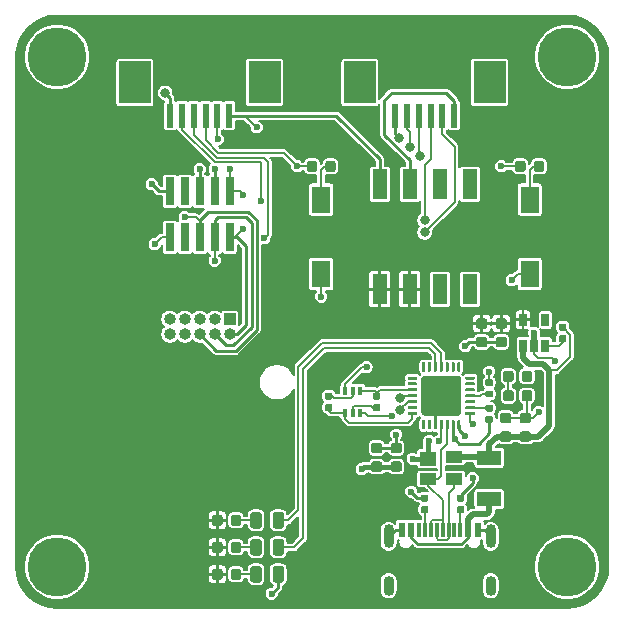
<source format=gbr>
G04 #@! TF.GenerationSoftware,KiCad,Pcbnew,5.1.5+dfsg1-2build2*
G04 #@! TF.CreationDate,2020-06-29T20:33:36+01:00*
G04 #@! TF.ProjectId,program_usb_kit,70726f67-7261-46d5-9f75-73625f6b6974,rev?*
G04 #@! TF.SameCoordinates,Original*
G04 #@! TF.FileFunction,Copper,L1,Top*
G04 #@! TF.FilePolarity,Positive*
%FSLAX46Y46*%
G04 Gerber Fmt 4.6, Leading zero omitted, Abs format (unit mm)*
G04 Created by KiCad (PCBNEW 5.1.5+dfsg1-2build2) date 2020-06-29 20:33:36*
%MOMM*%
%LPD*%
G04 APERTURE LIST*
%ADD10R,1.597660X2.298700*%
%ADD11C,0.100000*%
%ADD12R,0.650000X1.060000*%
%ADD13R,1.270000X2.540000*%
%ADD14C,0.800000*%
%ADD15C,5.000000*%
%ADD16R,2.680000X3.600000*%
%ADD17R,0.610000X2.000000*%
%ADD18O,1.000000X1.000000*%
%ADD19R,1.000000X1.000000*%
%ADD20R,0.740000X2.400000*%
%ADD21R,0.400000X0.650000*%
%ADD22R,0.600000X1.160000*%
%ADD23R,0.300000X1.160000*%
%ADD24O,0.900000X1.700000*%
%ADD25O,0.900000X2.000000*%
%ADD26R,2.059940X1.270000*%
%ADD27R,1.400000X1.000000*%
%ADD28R,1.400000X1.200000*%
%ADD29C,0.600000*%
%ADD30C,0.254000*%
%ADD31C,0.406400*%
%ADD32C,0.508000*%
%ADD33C,0.203200*%
%ADD34C,0.250000*%
%ADD35C,0.152400*%
%ADD36C,0.127000*%
%ADD37C,0.200000*%
G04 APERTURE END LIST*
D10*
X229362000Y-72999600D03*
X229362000Y-66700400D03*
X247015000Y-72999600D03*
X247015000Y-66700400D03*
G04 #@! TA.AperFunction,SMDPad,CuDef*
D11*
G36*
X230389691Y-63407053D02*
G01*
X230410926Y-63410203D01*
X230431750Y-63415419D01*
X230451962Y-63422651D01*
X230471368Y-63431830D01*
X230489781Y-63442866D01*
X230507024Y-63455654D01*
X230522930Y-63470070D01*
X230537346Y-63485976D01*
X230550134Y-63503219D01*
X230561170Y-63521632D01*
X230570349Y-63541038D01*
X230577581Y-63561250D01*
X230582797Y-63582074D01*
X230585947Y-63603309D01*
X230587000Y-63624750D01*
X230587000Y-64137250D01*
X230585947Y-64158691D01*
X230582797Y-64179926D01*
X230577581Y-64200750D01*
X230570349Y-64220962D01*
X230561170Y-64240368D01*
X230550134Y-64258781D01*
X230537346Y-64276024D01*
X230522930Y-64291930D01*
X230507024Y-64306346D01*
X230489781Y-64319134D01*
X230471368Y-64330170D01*
X230451962Y-64339349D01*
X230431750Y-64346581D01*
X230410926Y-64351797D01*
X230389691Y-64354947D01*
X230368250Y-64356000D01*
X229930750Y-64356000D01*
X229909309Y-64354947D01*
X229888074Y-64351797D01*
X229867250Y-64346581D01*
X229847038Y-64339349D01*
X229827632Y-64330170D01*
X229809219Y-64319134D01*
X229791976Y-64306346D01*
X229776070Y-64291930D01*
X229761654Y-64276024D01*
X229748866Y-64258781D01*
X229737830Y-64240368D01*
X229728651Y-64220962D01*
X229721419Y-64200750D01*
X229716203Y-64179926D01*
X229713053Y-64158691D01*
X229712000Y-64137250D01*
X229712000Y-63624750D01*
X229713053Y-63603309D01*
X229716203Y-63582074D01*
X229721419Y-63561250D01*
X229728651Y-63541038D01*
X229737830Y-63521632D01*
X229748866Y-63503219D01*
X229761654Y-63485976D01*
X229776070Y-63470070D01*
X229791976Y-63455654D01*
X229809219Y-63442866D01*
X229827632Y-63431830D01*
X229847038Y-63422651D01*
X229867250Y-63415419D01*
X229888074Y-63410203D01*
X229909309Y-63407053D01*
X229930750Y-63406000D01*
X230368250Y-63406000D01*
X230389691Y-63407053D01*
G37*
G04 #@! TD.AperFunction*
G04 #@! TA.AperFunction,SMDPad,CuDef*
G36*
X228814691Y-63407053D02*
G01*
X228835926Y-63410203D01*
X228856750Y-63415419D01*
X228876962Y-63422651D01*
X228896368Y-63431830D01*
X228914781Y-63442866D01*
X228932024Y-63455654D01*
X228947930Y-63470070D01*
X228962346Y-63485976D01*
X228975134Y-63503219D01*
X228986170Y-63521632D01*
X228995349Y-63541038D01*
X229002581Y-63561250D01*
X229007797Y-63582074D01*
X229010947Y-63603309D01*
X229012000Y-63624750D01*
X229012000Y-64137250D01*
X229010947Y-64158691D01*
X229007797Y-64179926D01*
X229002581Y-64200750D01*
X228995349Y-64220962D01*
X228986170Y-64240368D01*
X228975134Y-64258781D01*
X228962346Y-64276024D01*
X228947930Y-64291930D01*
X228932024Y-64306346D01*
X228914781Y-64319134D01*
X228896368Y-64330170D01*
X228876962Y-64339349D01*
X228856750Y-64346581D01*
X228835926Y-64351797D01*
X228814691Y-64354947D01*
X228793250Y-64356000D01*
X228355750Y-64356000D01*
X228334309Y-64354947D01*
X228313074Y-64351797D01*
X228292250Y-64346581D01*
X228272038Y-64339349D01*
X228252632Y-64330170D01*
X228234219Y-64319134D01*
X228216976Y-64306346D01*
X228201070Y-64291930D01*
X228186654Y-64276024D01*
X228173866Y-64258781D01*
X228162830Y-64240368D01*
X228153651Y-64220962D01*
X228146419Y-64200750D01*
X228141203Y-64179926D01*
X228138053Y-64158691D01*
X228137000Y-64137250D01*
X228137000Y-63624750D01*
X228138053Y-63603309D01*
X228141203Y-63582074D01*
X228146419Y-63561250D01*
X228153651Y-63541038D01*
X228162830Y-63521632D01*
X228173866Y-63503219D01*
X228186654Y-63485976D01*
X228201070Y-63470070D01*
X228216976Y-63455654D01*
X228234219Y-63442866D01*
X228252632Y-63431830D01*
X228272038Y-63422651D01*
X228292250Y-63415419D01*
X228313074Y-63410203D01*
X228334309Y-63407053D01*
X228355750Y-63406000D01*
X228793250Y-63406000D01*
X228814691Y-63407053D01*
G37*
G04 #@! TD.AperFunction*
G04 #@! TA.AperFunction,SMDPad,CuDef*
G36*
X248042691Y-63407053D02*
G01*
X248063926Y-63410203D01*
X248084750Y-63415419D01*
X248104962Y-63422651D01*
X248124368Y-63431830D01*
X248142781Y-63442866D01*
X248160024Y-63455654D01*
X248175930Y-63470070D01*
X248190346Y-63485976D01*
X248203134Y-63503219D01*
X248214170Y-63521632D01*
X248223349Y-63541038D01*
X248230581Y-63561250D01*
X248235797Y-63582074D01*
X248238947Y-63603309D01*
X248240000Y-63624750D01*
X248240000Y-64137250D01*
X248238947Y-64158691D01*
X248235797Y-64179926D01*
X248230581Y-64200750D01*
X248223349Y-64220962D01*
X248214170Y-64240368D01*
X248203134Y-64258781D01*
X248190346Y-64276024D01*
X248175930Y-64291930D01*
X248160024Y-64306346D01*
X248142781Y-64319134D01*
X248124368Y-64330170D01*
X248104962Y-64339349D01*
X248084750Y-64346581D01*
X248063926Y-64351797D01*
X248042691Y-64354947D01*
X248021250Y-64356000D01*
X247583750Y-64356000D01*
X247562309Y-64354947D01*
X247541074Y-64351797D01*
X247520250Y-64346581D01*
X247500038Y-64339349D01*
X247480632Y-64330170D01*
X247462219Y-64319134D01*
X247444976Y-64306346D01*
X247429070Y-64291930D01*
X247414654Y-64276024D01*
X247401866Y-64258781D01*
X247390830Y-64240368D01*
X247381651Y-64220962D01*
X247374419Y-64200750D01*
X247369203Y-64179926D01*
X247366053Y-64158691D01*
X247365000Y-64137250D01*
X247365000Y-63624750D01*
X247366053Y-63603309D01*
X247369203Y-63582074D01*
X247374419Y-63561250D01*
X247381651Y-63541038D01*
X247390830Y-63521632D01*
X247401866Y-63503219D01*
X247414654Y-63485976D01*
X247429070Y-63470070D01*
X247444976Y-63455654D01*
X247462219Y-63442866D01*
X247480632Y-63431830D01*
X247500038Y-63422651D01*
X247520250Y-63415419D01*
X247541074Y-63410203D01*
X247562309Y-63407053D01*
X247583750Y-63406000D01*
X248021250Y-63406000D01*
X248042691Y-63407053D01*
G37*
G04 #@! TD.AperFunction*
G04 #@! TA.AperFunction,SMDPad,CuDef*
G36*
X246467691Y-63407053D02*
G01*
X246488926Y-63410203D01*
X246509750Y-63415419D01*
X246529962Y-63422651D01*
X246549368Y-63431830D01*
X246567781Y-63442866D01*
X246585024Y-63455654D01*
X246600930Y-63470070D01*
X246615346Y-63485976D01*
X246628134Y-63503219D01*
X246639170Y-63521632D01*
X246648349Y-63541038D01*
X246655581Y-63561250D01*
X246660797Y-63582074D01*
X246663947Y-63603309D01*
X246665000Y-63624750D01*
X246665000Y-64137250D01*
X246663947Y-64158691D01*
X246660797Y-64179926D01*
X246655581Y-64200750D01*
X246648349Y-64220962D01*
X246639170Y-64240368D01*
X246628134Y-64258781D01*
X246615346Y-64276024D01*
X246600930Y-64291930D01*
X246585024Y-64306346D01*
X246567781Y-64319134D01*
X246549368Y-64330170D01*
X246529962Y-64339349D01*
X246509750Y-64346581D01*
X246488926Y-64351797D01*
X246467691Y-64354947D01*
X246446250Y-64356000D01*
X246008750Y-64356000D01*
X245987309Y-64354947D01*
X245966074Y-64351797D01*
X245945250Y-64346581D01*
X245925038Y-64339349D01*
X245905632Y-64330170D01*
X245887219Y-64319134D01*
X245869976Y-64306346D01*
X245854070Y-64291930D01*
X245839654Y-64276024D01*
X245826866Y-64258781D01*
X245815830Y-64240368D01*
X245806651Y-64220962D01*
X245799419Y-64200750D01*
X245794203Y-64179926D01*
X245791053Y-64158691D01*
X245790000Y-64137250D01*
X245790000Y-63624750D01*
X245791053Y-63603309D01*
X245794203Y-63582074D01*
X245799419Y-63561250D01*
X245806651Y-63541038D01*
X245815830Y-63521632D01*
X245826866Y-63503219D01*
X245839654Y-63485976D01*
X245854070Y-63470070D01*
X245869976Y-63455654D01*
X245887219Y-63442866D01*
X245905632Y-63431830D01*
X245925038Y-63422651D01*
X245945250Y-63415419D01*
X245966074Y-63410203D01*
X245987309Y-63407053D01*
X246008750Y-63406000D01*
X246446250Y-63406000D01*
X246467691Y-63407053D01*
G37*
G04 #@! TD.AperFunction*
G04 #@! TA.AperFunction,SMDPad,CuDef*
G36*
X222388691Y-93379053D02*
G01*
X222409926Y-93382203D01*
X222430750Y-93387419D01*
X222450962Y-93394651D01*
X222470368Y-93403830D01*
X222488781Y-93414866D01*
X222506024Y-93427654D01*
X222521930Y-93442070D01*
X222536346Y-93457976D01*
X222549134Y-93475219D01*
X222560170Y-93493632D01*
X222569349Y-93513038D01*
X222576581Y-93533250D01*
X222581797Y-93554074D01*
X222584947Y-93575309D01*
X222586000Y-93596750D01*
X222586000Y-94109250D01*
X222584947Y-94130691D01*
X222581797Y-94151926D01*
X222576581Y-94172750D01*
X222569349Y-94192962D01*
X222560170Y-94212368D01*
X222549134Y-94230781D01*
X222536346Y-94248024D01*
X222521930Y-94263930D01*
X222506024Y-94278346D01*
X222488781Y-94291134D01*
X222470368Y-94302170D01*
X222450962Y-94311349D01*
X222430750Y-94318581D01*
X222409926Y-94323797D01*
X222388691Y-94326947D01*
X222367250Y-94328000D01*
X221929750Y-94328000D01*
X221908309Y-94326947D01*
X221887074Y-94323797D01*
X221866250Y-94318581D01*
X221846038Y-94311349D01*
X221826632Y-94302170D01*
X221808219Y-94291134D01*
X221790976Y-94278346D01*
X221775070Y-94263930D01*
X221760654Y-94248024D01*
X221747866Y-94230781D01*
X221736830Y-94212368D01*
X221727651Y-94192962D01*
X221720419Y-94172750D01*
X221715203Y-94151926D01*
X221712053Y-94130691D01*
X221711000Y-94109250D01*
X221711000Y-93596750D01*
X221712053Y-93575309D01*
X221715203Y-93554074D01*
X221720419Y-93533250D01*
X221727651Y-93513038D01*
X221736830Y-93493632D01*
X221747866Y-93475219D01*
X221760654Y-93457976D01*
X221775070Y-93442070D01*
X221790976Y-93427654D01*
X221808219Y-93414866D01*
X221826632Y-93403830D01*
X221846038Y-93394651D01*
X221866250Y-93387419D01*
X221887074Y-93382203D01*
X221908309Y-93379053D01*
X221929750Y-93378000D01*
X222367250Y-93378000D01*
X222388691Y-93379053D01*
G37*
G04 #@! TD.AperFunction*
G04 #@! TA.AperFunction,SMDPad,CuDef*
G36*
X220813691Y-93379053D02*
G01*
X220834926Y-93382203D01*
X220855750Y-93387419D01*
X220875962Y-93394651D01*
X220895368Y-93403830D01*
X220913781Y-93414866D01*
X220931024Y-93427654D01*
X220946930Y-93442070D01*
X220961346Y-93457976D01*
X220974134Y-93475219D01*
X220985170Y-93493632D01*
X220994349Y-93513038D01*
X221001581Y-93533250D01*
X221006797Y-93554074D01*
X221009947Y-93575309D01*
X221011000Y-93596750D01*
X221011000Y-94109250D01*
X221009947Y-94130691D01*
X221006797Y-94151926D01*
X221001581Y-94172750D01*
X220994349Y-94192962D01*
X220985170Y-94212368D01*
X220974134Y-94230781D01*
X220961346Y-94248024D01*
X220946930Y-94263930D01*
X220931024Y-94278346D01*
X220913781Y-94291134D01*
X220895368Y-94302170D01*
X220875962Y-94311349D01*
X220855750Y-94318581D01*
X220834926Y-94323797D01*
X220813691Y-94326947D01*
X220792250Y-94328000D01*
X220354750Y-94328000D01*
X220333309Y-94326947D01*
X220312074Y-94323797D01*
X220291250Y-94318581D01*
X220271038Y-94311349D01*
X220251632Y-94302170D01*
X220233219Y-94291134D01*
X220215976Y-94278346D01*
X220200070Y-94263930D01*
X220185654Y-94248024D01*
X220172866Y-94230781D01*
X220161830Y-94212368D01*
X220152651Y-94192962D01*
X220145419Y-94172750D01*
X220140203Y-94151926D01*
X220137053Y-94130691D01*
X220136000Y-94109250D01*
X220136000Y-93596750D01*
X220137053Y-93575309D01*
X220140203Y-93554074D01*
X220145419Y-93533250D01*
X220152651Y-93513038D01*
X220161830Y-93493632D01*
X220172866Y-93475219D01*
X220185654Y-93457976D01*
X220200070Y-93442070D01*
X220215976Y-93427654D01*
X220233219Y-93414866D01*
X220251632Y-93403830D01*
X220271038Y-93394651D01*
X220291250Y-93387419D01*
X220312074Y-93382203D01*
X220333309Y-93379053D01*
X220354750Y-93378000D01*
X220792250Y-93378000D01*
X220813691Y-93379053D01*
G37*
G04 #@! TD.AperFunction*
G04 #@! TA.AperFunction,SMDPad,CuDef*
G36*
X222388691Y-95665053D02*
G01*
X222409926Y-95668203D01*
X222430750Y-95673419D01*
X222450962Y-95680651D01*
X222470368Y-95689830D01*
X222488781Y-95700866D01*
X222506024Y-95713654D01*
X222521930Y-95728070D01*
X222536346Y-95743976D01*
X222549134Y-95761219D01*
X222560170Y-95779632D01*
X222569349Y-95799038D01*
X222576581Y-95819250D01*
X222581797Y-95840074D01*
X222584947Y-95861309D01*
X222586000Y-95882750D01*
X222586000Y-96395250D01*
X222584947Y-96416691D01*
X222581797Y-96437926D01*
X222576581Y-96458750D01*
X222569349Y-96478962D01*
X222560170Y-96498368D01*
X222549134Y-96516781D01*
X222536346Y-96534024D01*
X222521930Y-96549930D01*
X222506024Y-96564346D01*
X222488781Y-96577134D01*
X222470368Y-96588170D01*
X222450962Y-96597349D01*
X222430750Y-96604581D01*
X222409926Y-96609797D01*
X222388691Y-96612947D01*
X222367250Y-96614000D01*
X221929750Y-96614000D01*
X221908309Y-96612947D01*
X221887074Y-96609797D01*
X221866250Y-96604581D01*
X221846038Y-96597349D01*
X221826632Y-96588170D01*
X221808219Y-96577134D01*
X221790976Y-96564346D01*
X221775070Y-96549930D01*
X221760654Y-96534024D01*
X221747866Y-96516781D01*
X221736830Y-96498368D01*
X221727651Y-96478962D01*
X221720419Y-96458750D01*
X221715203Y-96437926D01*
X221712053Y-96416691D01*
X221711000Y-96395250D01*
X221711000Y-95882750D01*
X221712053Y-95861309D01*
X221715203Y-95840074D01*
X221720419Y-95819250D01*
X221727651Y-95799038D01*
X221736830Y-95779632D01*
X221747866Y-95761219D01*
X221760654Y-95743976D01*
X221775070Y-95728070D01*
X221790976Y-95713654D01*
X221808219Y-95700866D01*
X221826632Y-95689830D01*
X221846038Y-95680651D01*
X221866250Y-95673419D01*
X221887074Y-95668203D01*
X221908309Y-95665053D01*
X221929750Y-95664000D01*
X222367250Y-95664000D01*
X222388691Y-95665053D01*
G37*
G04 #@! TD.AperFunction*
G04 #@! TA.AperFunction,SMDPad,CuDef*
G36*
X220813691Y-95665053D02*
G01*
X220834926Y-95668203D01*
X220855750Y-95673419D01*
X220875962Y-95680651D01*
X220895368Y-95689830D01*
X220913781Y-95700866D01*
X220931024Y-95713654D01*
X220946930Y-95728070D01*
X220961346Y-95743976D01*
X220974134Y-95761219D01*
X220985170Y-95779632D01*
X220994349Y-95799038D01*
X221001581Y-95819250D01*
X221006797Y-95840074D01*
X221009947Y-95861309D01*
X221011000Y-95882750D01*
X221011000Y-96395250D01*
X221009947Y-96416691D01*
X221006797Y-96437926D01*
X221001581Y-96458750D01*
X220994349Y-96478962D01*
X220985170Y-96498368D01*
X220974134Y-96516781D01*
X220961346Y-96534024D01*
X220946930Y-96549930D01*
X220931024Y-96564346D01*
X220913781Y-96577134D01*
X220895368Y-96588170D01*
X220875962Y-96597349D01*
X220855750Y-96604581D01*
X220834926Y-96609797D01*
X220813691Y-96612947D01*
X220792250Y-96614000D01*
X220354750Y-96614000D01*
X220333309Y-96612947D01*
X220312074Y-96609797D01*
X220291250Y-96604581D01*
X220271038Y-96597349D01*
X220251632Y-96588170D01*
X220233219Y-96577134D01*
X220215976Y-96564346D01*
X220200070Y-96549930D01*
X220185654Y-96534024D01*
X220172866Y-96516781D01*
X220161830Y-96498368D01*
X220152651Y-96478962D01*
X220145419Y-96458750D01*
X220140203Y-96437926D01*
X220137053Y-96416691D01*
X220136000Y-96395250D01*
X220136000Y-95882750D01*
X220137053Y-95861309D01*
X220140203Y-95840074D01*
X220145419Y-95819250D01*
X220152651Y-95799038D01*
X220161830Y-95779632D01*
X220172866Y-95761219D01*
X220185654Y-95743976D01*
X220200070Y-95728070D01*
X220215976Y-95713654D01*
X220233219Y-95700866D01*
X220251632Y-95689830D01*
X220271038Y-95680651D01*
X220291250Y-95673419D01*
X220312074Y-95668203D01*
X220333309Y-95665053D01*
X220354750Y-95664000D01*
X220792250Y-95664000D01*
X220813691Y-95665053D01*
G37*
G04 #@! TD.AperFunction*
G04 #@! TA.AperFunction,SMDPad,CuDef*
G36*
X222388691Y-97951053D02*
G01*
X222409926Y-97954203D01*
X222430750Y-97959419D01*
X222450962Y-97966651D01*
X222470368Y-97975830D01*
X222488781Y-97986866D01*
X222506024Y-97999654D01*
X222521930Y-98014070D01*
X222536346Y-98029976D01*
X222549134Y-98047219D01*
X222560170Y-98065632D01*
X222569349Y-98085038D01*
X222576581Y-98105250D01*
X222581797Y-98126074D01*
X222584947Y-98147309D01*
X222586000Y-98168750D01*
X222586000Y-98681250D01*
X222584947Y-98702691D01*
X222581797Y-98723926D01*
X222576581Y-98744750D01*
X222569349Y-98764962D01*
X222560170Y-98784368D01*
X222549134Y-98802781D01*
X222536346Y-98820024D01*
X222521930Y-98835930D01*
X222506024Y-98850346D01*
X222488781Y-98863134D01*
X222470368Y-98874170D01*
X222450962Y-98883349D01*
X222430750Y-98890581D01*
X222409926Y-98895797D01*
X222388691Y-98898947D01*
X222367250Y-98900000D01*
X221929750Y-98900000D01*
X221908309Y-98898947D01*
X221887074Y-98895797D01*
X221866250Y-98890581D01*
X221846038Y-98883349D01*
X221826632Y-98874170D01*
X221808219Y-98863134D01*
X221790976Y-98850346D01*
X221775070Y-98835930D01*
X221760654Y-98820024D01*
X221747866Y-98802781D01*
X221736830Y-98784368D01*
X221727651Y-98764962D01*
X221720419Y-98744750D01*
X221715203Y-98723926D01*
X221712053Y-98702691D01*
X221711000Y-98681250D01*
X221711000Y-98168750D01*
X221712053Y-98147309D01*
X221715203Y-98126074D01*
X221720419Y-98105250D01*
X221727651Y-98085038D01*
X221736830Y-98065632D01*
X221747866Y-98047219D01*
X221760654Y-98029976D01*
X221775070Y-98014070D01*
X221790976Y-97999654D01*
X221808219Y-97986866D01*
X221826632Y-97975830D01*
X221846038Y-97966651D01*
X221866250Y-97959419D01*
X221887074Y-97954203D01*
X221908309Y-97951053D01*
X221929750Y-97950000D01*
X222367250Y-97950000D01*
X222388691Y-97951053D01*
G37*
G04 #@! TD.AperFunction*
G04 #@! TA.AperFunction,SMDPad,CuDef*
G36*
X220813691Y-97951053D02*
G01*
X220834926Y-97954203D01*
X220855750Y-97959419D01*
X220875962Y-97966651D01*
X220895368Y-97975830D01*
X220913781Y-97986866D01*
X220931024Y-97999654D01*
X220946930Y-98014070D01*
X220961346Y-98029976D01*
X220974134Y-98047219D01*
X220985170Y-98065632D01*
X220994349Y-98085038D01*
X221001581Y-98105250D01*
X221006797Y-98126074D01*
X221009947Y-98147309D01*
X221011000Y-98168750D01*
X221011000Y-98681250D01*
X221009947Y-98702691D01*
X221006797Y-98723926D01*
X221001581Y-98744750D01*
X220994349Y-98764962D01*
X220985170Y-98784368D01*
X220974134Y-98802781D01*
X220961346Y-98820024D01*
X220946930Y-98835930D01*
X220931024Y-98850346D01*
X220913781Y-98863134D01*
X220895368Y-98874170D01*
X220875962Y-98883349D01*
X220855750Y-98890581D01*
X220834926Y-98895797D01*
X220813691Y-98898947D01*
X220792250Y-98900000D01*
X220354750Y-98900000D01*
X220333309Y-98898947D01*
X220312074Y-98895797D01*
X220291250Y-98890581D01*
X220271038Y-98883349D01*
X220251632Y-98874170D01*
X220233219Y-98863134D01*
X220215976Y-98850346D01*
X220200070Y-98835930D01*
X220185654Y-98820024D01*
X220172866Y-98802781D01*
X220161830Y-98784368D01*
X220152651Y-98764962D01*
X220145419Y-98744750D01*
X220140203Y-98723926D01*
X220137053Y-98702691D01*
X220136000Y-98681250D01*
X220136000Y-98168750D01*
X220137053Y-98147309D01*
X220140203Y-98126074D01*
X220145419Y-98105250D01*
X220152651Y-98085038D01*
X220161830Y-98065632D01*
X220172866Y-98047219D01*
X220185654Y-98029976D01*
X220200070Y-98014070D01*
X220215976Y-97999654D01*
X220233219Y-97986866D01*
X220251632Y-97975830D01*
X220271038Y-97966651D01*
X220291250Y-97959419D01*
X220312074Y-97954203D01*
X220333309Y-97951053D01*
X220354750Y-97950000D01*
X220792250Y-97950000D01*
X220813691Y-97951053D01*
G37*
G04 #@! TD.AperFunction*
G04 #@! TA.AperFunction,SMDPad,CuDef*
G36*
X224120142Y-93154174D02*
G01*
X224143803Y-93157684D01*
X224167007Y-93163496D01*
X224189529Y-93171554D01*
X224211153Y-93181782D01*
X224231670Y-93194079D01*
X224250883Y-93208329D01*
X224268607Y-93224393D01*
X224284671Y-93242117D01*
X224298921Y-93261330D01*
X224311218Y-93281847D01*
X224321446Y-93303471D01*
X224329504Y-93325993D01*
X224335316Y-93349197D01*
X224338826Y-93372858D01*
X224340000Y-93396750D01*
X224340000Y-94309250D01*
X224338826Y-94333142D01*
X224335316Y-94356803D01*
X224329504Y-94380007D01*
X224321446Y-94402529D01*
X224311218Y-94424153D01*
X224298921Y-94444670D01*
X224284671Y-94463883D01*
X224268607Y-94481607D01*
X224250883Y-94497671D01*
X224231670Y-94511921D01*
X224211153Y-94524218D01*
X224189529Y-94534446D01*
X224167007Y-94542504D01*
X224143803Y-94548316D01*
X224120142Y-94551826D01*
X224096250Y-94553000D01*
X223608750Y-94553000D01*
X223584858Y-94551826D01*
X223561197Y-94548316D01*
X223537993Y-94542504D01*
X223515471Y-94534446D01*
X223493847Y-94524218D01*
X223473330Y-94511921D01*
X223454117Y-94497671D01*
X223436393Y-94481607D01*
X223420329Y-94463883D01*
X223406079Y-94444670D01*
X223393782Y-94424153D01*
X223383554Y-94402529D01*
X223375496Y-94380007D01*
X223369684Y-94356803D01*
X223366174Y-94333142D01*
X223365000Y-94309250D01*
X223365000Y-93396750D01*
X223366174Y-93372858D01*
X223369684Y-93349197D01*
X223375496Y-93325993D01*
X223383554Y-93303471D01*
X223393782Y-93281847D01*
X223406079Y-93261330D01*
X223420329Y-93242117D01*
X223436393Y-93224393D01*
X223454117Y-93208329D01*
X223473330Y-93194079D01*
X223493847Y-93181782D01*
X223515471Y-93171554D01*
X223537993Y-93163496D01*
X223561197Y-93157684D01*
X223584858Y-93154174D01*
X223608750Y-93153000D01*
X224096250Y-93153000D01*
X224120142Y-93154174D01*
G37*
G04 #@! TD.AperFunction*
G04 #@! TA.AperFunction,SMDPad,CuDef*
G36*
X225995142Y-93154174D02*
G01*
X226018803Y-93157684D01*
X226042007Y-93163496D01*
X226064529Y-93171554D01*
X226086153Y-93181782D01*
X226106670Y-93194079D01*
X226125883Y-93208329D01*
X226143607Y-93224393D01*
X226159671Y-93242117D01*
X226173921Y-93261330D01*
X226186218Y-93281847D01*
X226196446Y-93303471D01*
X226204504Y-93325993D01*
X226210316Y-93349197D01*
X226213826Y-93372858D01*
X226215000Y-93396750D01*
X226215000Y-94309250D01*
X226213826Y-94333142D01*
X226210316Y-94356803D01*
X226204504Y-94380007D01*
X226196446Y-94402529D01*
X226186218Y-94424153D01*
X226173921Y-94444670D01*
X226159671Y-94463883D01*
X226143607Y-94481607D01*
X226125883Y-94497671D01*
X226106670Y-94511921D01*
X226086153Y-94524218D01*
X226064529Y-94534446D01*
X226042007Y-94542504D01*
X226018803Y-94548316D01*
X225995142Y-94551826D01*
X225971250Y-94553000D01*
X225483750Y-94553000D01*
X225459858Y-94551826D01*
X225436197Y-94548316D01*
X225412993Y-94542504D01*
X225390471Y-94534446D01*
X225368847Y-94524218D01*
X225348330Y-94511921D01*
X225329117Y-94497671D01*
X225311393Y-94481607D01*
X225295329Y-94463883D01*
X225281079Y-94444670D01*
X225268782Y-94424153D01*
X225258554Y-94402529D01*
X225250496Y-94380007D01*
X225244684Y-94356803D01*
X225241174Y-94333142D01*
X225240000Y-94309250D01*
X225240000Y-93396750D01*
X225241174Y-93372858D01*
X225244684Y-93349197D01*
X225250496Y-93325993D01*
X225258554Y-93303471D01*
X225268782Y-93281847D01*
X225281079Y-93261330D01*
X225295329Y-93242117D01*
X225311393Y-93224393D01*
X225329117Y-93208329D01*
X225348330Y-93194079D01*
X225368847Y-93181782D01*
X225390471Y-93171554D01*
X225412993Y-93163496D01*
X225436197Y-93157684D01*
X225459858Y-93154174D01*
X225483750Y-93153000D01*
X225971250Y-93153000D01*
X225995142Y-93154174D01*
G37*
G04 #@! TD.AperFunction*
G04 #@! TA.AperFunction,SMDPad,CuDef*
G36*
X224120142Y-95440174D02*
G01*
X224143803Y-95443684D01*
X224167007Y-95449496D01*
X224189529Y-95457554D01*
X224211153Y-95467782D01*
X224231670Y-95480079D01*
X224250883Y-95494329D01*
X224268607Y-95510393D01*
X224284671Y-95528117D01*
X224298921Y-95547330D01*
X224311218Y-95567847D01*
X224321446Y-95589471D01*
X224329504Y-95611993D01*
X224335316Y-95635197D01*
X224338826Y-95658858D01*
X224340000Y-95682750D01*
X224340000Y-96595250D01*
X224338826Y-96619142D01*
X224335316Y-96642803D01*
X224329504Y-96666007D01*
X224321446Y-96688529D01*
X224311218Y-96710153D01*
X224298921Y-96730670D01*
X224284671Y-96749883D01*
X224268607Y-96767607D01*
X224250883Y-96783671D01*
X224231670Y-96797921D01*
X224211153Y-96810218D01*
X224189529Y-96820446D01*
X224167007Y-96828504D01*
X224143803Y-96834316D01*
X224120142Y-96837826D01*
X224096250Y-96839000D01*
X223608750Y-96839000D01*
X223584858Y-96837826D01*
X223561197Y-96834316D01*
X223537993Y-96828504D01*
X223515471Y-96820446D01*
X223493847Y-96810218D01*
X223473330Y-96797921D01*
X223454117Y-96783671D01*
X223436393Y-96767607D01*
X223420329Y-96749883D01*
X223406079Y-96730670D01*
X223393782Y-96710153D01*
X223383554Y-96688529D01*
X223375496Y-96666007D01*
X223369684Y-96642803D01*
X223366174Y-96619142D01*
X223365000Y-96595250D01*
X223365000Y-95682750D01*
X223366174Y-95658858D01*
X223369684Y-95635197D01*
X223375496Y-95611993D01*
X223383554Y-95589471D01*
X223393782Y-95567847D01*
X223406079Y-95547330D01*
X223420329Y-95528117D01*
X223436393Y-95510393D01*
X223454117Y-95494329D01*
X223473330Y-95480079D01*
X223493847Y-95467782D01*
X223515471Y-95457554D01*
X223537993Y-95449496D01*
X223561197Y-95443684D01*
X223584858Y-95440174D01*
X223608750Y-95439000D01*
X224096250Y-95439000D01*
X224120142Y-95440174D01*
G37*
G04 #@! TD.AperFunction*
G04 #@! TA.AperFunction,SMDPad,CuDef*
G36*
X225995142Y-95440174D02*
G01*
X226018803Y-95443684D01*
X226042007Y-95449496D01*
X226064529Y-95457554D01*
X226086153Y-95467782D01*
X226106670Y-95480079D01*
X226125883Y-95494329D01*
X226143607Y-95510393D01*
X226159671Y-95528117D01*
X226173921Y-95547330D01*
X226186218Y-95567847D01*
X226196446Y-95589471D01*
X226204504Y-95611993D01*
X226210316Y-95635197D01*
X226213826Y-95658858D01*
X226215000Y-95682750D01*
X226215000Y-96595250D01*
X226213826Y-96619142D01*
X226210316Y-96642803D01*
X226204504Y-96666007D01*
X226196446Y-96688529D01*
X226186218Y-96710153D01*
X226173921Y-96730670D01*
X226159671Y-96749883D01*
X226143607Y-96767607D01*
X226125883Y-96783671D01*
X226106670Y-96797921D01*
X226086153Y-96810218D01*
X226064529Y-96820446D01*
X226042007Y-96828504D01*
X226018803Y-96834316D01*
X225995142Y-96837826D01*
X225971250Y-96839000D01*
X225483750Y-96839000D01*
X225459858Y-96837826D01*
X225436197Y-96834316D01*
X225412993Y-96828504D01*
X225390471Y-96820446D01*
X225368847Y-96810218D01*
X225348330Y-96797921D01*
X225329117Y-96783671D01*
X225311393Y-96767607D01*
X225295329Y-96749883D01*
X225281079Y-96730670D01*
X225268782Y-96710153D01*
X225258554Y-96688529D01*
X225250496Y-96666007D01*
X225244684Y-96642803D01*
X225241174Y-96619142D01*
X225240000Y-96595250D01*
X225240000Y-95682750D01*
X225241174Y-95658858D01*
X225244684Y-95635197D01*
X225250496Y-95611993D01*
X225258554Y-95589471D01*
X225268782Y-95567847D01*
X225281079Y-95547330D01*
X225295329Y-95528117D01*
X225311393Y-95510393D01*
X225329117Y-95494329D01*
X225348330Y-95480079D01*
X225368847Y-95467782D01*
X225390471Y-95457554D01*
X225412993Y-95449496D01*
X225436197Y-95443684D01*
X225459858Y-95440174D01*
X225483750Y-95439000D01*
X225971250Y-95439000D01*
X225995142Y-95440174D01*
G37*
G04 #@! TD.AperFunction*
G04 #@! TA.AperFunction,SMDPad,CuDef*
G36*
X224120142Y-97726174D02*
G01*
X224143803Y-97729684D01*
X224167007Y-97735496D01*
X224189529Y-97743554D01*
X224211153Y-97753782D01*
X224231670Y-97766079D01*
X224250883Y-97780329D01*
X224268607Y-97796393D01*
X224284671Y-97814117D01*
X224298921Y-97833330D01*
X224311218Y-97853847D01*
X224321446Y-97875471D01*
X224329504Y-97897993D01*
X224335316Y-97921197D01*
X224338826Y-97944858D01*
X224340000Y-97968750D01*
X224340000Y-98881250D01*
X224338826Y-98905142D01*
X224335316Y-98928803D01*
X224329504Y-98952007D01*
X224321446Y-98974529D01*
X224311218Y-98996153D01*
X224298921Y-99016670D01*
X224284671Y-99035883D01*
X224268607Y-99053607D01*
X224250883Y-99069671D01*
X224231670Y-99083921D01*
X224211153Y-99096218D01*
X224189529Y-99106446D01*
X224167007Y-99114504D01*
X224143803Y-99120316D01*
X224120142Y-99123826D01*
X224096250Y-99125000D01*
X223608750Y-99125000D01*
X223584858Y-99123826D01*
X223561197Y-99120316D01*
X223537993Y-99114504D01*
X223515471Y-99106446D01*
X223493847Y-99096218D01*
X223473330Y-99083921D01*
X223454117Y-99069671D01*
X223436393Y-99053607D01*
X223420329Y-99035883D01*
X223406079Y-99016670D01*
X223393782Y-98996153D01*
X223383554Y-98974529D01*
X223375496Y-98952007D01*
X223369684Y-98928803D01*
X223366174Y-98905142D01*
X223365000Y-98881250D01*
X223365000Y-97968750D01*
X223366174Y-97944858D01*
X223369684Y-97921197D01*
X223375496Y-97897993D01*
X223383554Y-97875471D01*
X223393782Y-97853847D01*
X223406079Y-97833330D01*
X223420329Y-97814117D01*
X223436393Y-97796393D01*
X223454117Y-97780329D01*
X223473330Y-97766079D01*
X223493847Y-97753782D01*
X223515471Y-97743554D01*
X223537993Y-97735496D01*
X223561197Y-97729684D01*
X223584858Y-97726174D01*
X223608750Y-97725000D01*
X224096250Y-97725000D01*
X224120142Y-97726174D01*
G37*
G04 #@! TD.AperFunction*
G04 #@! TA.AperFunction,SMDPad,CuDef*
G36*
X225995142Y-97726174D02*
G01*
X226018803Y-97729684D01*
X226042007Y-97735496D01*
X226064529Y-97743554D01*
X226086153Y-97753782D01*
X226106670Y-97766079D01*
X226125883Y-97780329D01*
X226143607Y-97796393D01*
X226159671Y-97814117D01*
X226173921Y-97833330D01*
X226186218Y-97853847D01*
X226196446Y-97875471D01*
X226204504Y-97897993D01*
X226210316Y-97921197D01*
X226213826Y-97944858D01*
X226215000Y-97968750D01*
X226215000Y-98881250D01*
X226213826Y-98905142D01*
X226210316Y-98928803D01*
X226204504Y-98952007D01*
X226196446Y-98974529D01*
X226186218Y-98996153D01*
X226173921Y-99016670D01*
X226159671Y-99035883D01*
X226143607Y-99053607D01*
X226125883Y-99069671D01*
X226106670Y-99083921D01*
X226086153Y-99096218D01*
X226064529Y-99106446D01*
X226042007Y-99114504D01*
X226018803Y-99120316D01*
X225995142Y-99123826D01*
X225971250Y-99125000D01*
X225483750Y-99125000D01*
X225459858Y-99123826D01*
X225436197Y-99120316D01*
X225412993Y-99114504D01*
X225390471Y-99106446D01*
X225368847Y-99096218D01*
X225348330Y-99083921D01*
X225329117Y-99069671D01*
X225311393Y-99053607D01*
X225295329Y-99035883D01*
X225281079Y-99016670D01*
X225268782Y-98996153D01*
X225258554Y-98974529D01*
X225250496Y-98952007D01*
X225244684Y-98928803D01*
X225241174Y-98905142D01*
X225240000Y-98881250D01*
X225240000Y-97968750D01*
X225241174Y-97944858D01*
X225244684Y-97921197D01*
X225250496Y-97897993D01*
X225258554Y-97875471D01*
X225268782Y-97853847D01*
X225281079Y-97833330D01*
X225295329Y-97814117D01*
X225311393Y-97796393D01*
X225329117Y-97780329D01*
X225348330Y-97766079D01*
X225368847Y-97753782D01*
X225390471Y-97743554D01*
X225412993Y-97735496D01*
X225436197Y-97729684D01*
X225459858Y-97726174D01*
X225483750Y-97725000D01*
X225971250Y-97725000D01*
X225995142Y-97726174D01*
G37*
G04 #@! TD.AperFunction*
D12*
X246446000Y-76878000D03*
X248346000Y-76878000D03*
X248346000Y-79078000D03*
X247396000Y-79078000D03*
X246446000Y-79078000D03*
D13*
X241935000Y-65405000D03*
X239395000Y-65405000D03*
X236855000Y-65405000D03*
X234315000Y-65405000D03*
X234315000Y-74295000D03*
X236855000Y-74295000D03*
X239395000Y-74295000D03*
X241935000Y-74295000D03*
D14*
X208335825Y-96464175D03*
X207010000Y-95915000D03*
X205684175Y-96464175D03*
X205135000Y-97790000D03*
X205684175Y-99115825D03*
X207010000Y-99665000D03*
X208335825Y-99115825D03*
X208885000Y-97790000D03*
D15*
X207010000Y-97790000D03*
D14*
X251515825Y-96464175D03*
X250190000Y-95915000D03*
X248864175Y-96464175D03*
X248315000Y-97790000D03*
X248864175Y-99115825D03*
X250190000Y-99665000D03*
X251515825Y-99115825D03*
X252065000Y-97790000D03*
D15*
X250190000Y-97790000D03*
D14*
X251515825Y-53284175D03*
X250190000Y-52735000D03*
X248864175Y-53284175D03*
X248315000Y-54610000D03*
X248864175Y-55935825D03*
X250190000Y-56485000D03*
X251515825Y-55935825D03*
X252065000Y-54610000D03*
D15*
X250190000Y-54610000D03*
D14*
X208335825Y-53284175D03*
X207010000Y-52735000D03*
X205684175Y-53284175D03*
X205135000Y-54610000D03*
X205684175Y-55935825D03*
X207010000Y-56485000D03*
X208335825Y-55935825D03*
X208885000Y-54610000D03*
D15*
X207010000Y-54610000D03*
D16*
X213585000Y-56785000D03*
X224565000Y-56785000D03*
D17*
X216575000Y-59585000D03*
X217575000Y-59585000D03*
X218575000Y-59585000D03*
X219575000Y-59585000D03*
X220575000Y-59585000D03*
X221575000Y-59585000D03*
D16*
X232635000Y-56785000D03*
X243615000Y-56785000D03*
D17*
X235625000Y-59585000D03*
X236625000Y-59585000D03*
X237625000Y-59585000D03*
X238625000Y-59585000D03*
X239625000Y-59585000D03*
X240625000Y-59585000D03*
D18*
X216535000Y-78105000D03*
X216535000Y-76835000D03*
X217805000Y-78105000D03*
X217805000Y-76835000D03*
X219075000Y-78105000D03*
X219075000Y-76835000D03*
X220345000Y-78105000D03*
X220345000Y-76835000D03*
X221615000Y-78105000D03*
D19*
X221615000Y-76835000D03*
D20*
X216535000Y-69895000D03*
X216535000Y-65995000D03*
X217805000Y-69895000D03*
X217805000Y-65995000D03*
X219075000Y-69895000D03*
X219075000Y-65995000D03*
X220345000Y-69895000D03*
X220345000Y-65995000D03*
X221615000Y-69895000D03*
X221615000Y-65995000D03*
G04 #@! TA.AperFunction,SMDPad,CuDef*
D11*
G36*
X237415626Y-84687301D02*
G01*
X237421693Y-84688201D01*
X237427643Y-84689691D01*
X237433418Y-84691758D01*
X237438962Y-84694380D01*
X237444223Y-84697533D01*
X237449150Y-84701187D01*
X237453694Y-84705306D01*
X237457813Y-84709850D01*
X237461467Y-84714777D01*
X237464620Y-84720038D01*
X237467242Y-84725582D01*
X237469309Y-84731357D01*
X237470799Y-84737307D01*
X237471699Y-84743374D01*
X237472000Y-84749500D01*
X237472000Y-84874500D01*
X237471699Y-84880626D01*
X237470799Y-84886693D01*
X237469309Y-84892643D01*
X237467242Y-84898418D01*
X237464620Y-84903962D01*
X237461467Y-84909223D01*
X237457813Y-84914150D01*
X237453694Y-84918694D01*
X237449150Y-84922813D01*
X237444223Y-84926467D01*
X237438962Y-84929620D01*
X237433418Y-84932242D01*
X237427643Y-84934309D01*
X237421693Y-84935799D01*
X237415626Y-84936699D01*
X237409500Y-84937000D01*
X236734500Y-84937000D01*
X236728374Y-84936699D01*
X236722307Y-84935799D01*
X236716357Y-84934309D01*
X236710582Y-84932242D01*
X236705038Y-84929620D01*
X236699777Y-84926467D01*
X236694850Y-84922813D01*
X236690306Y-84918694D01*
X236686187Y-84914150D01*
X236682533Y-84909223D01*
X236679380Y-84903962D01*
X236676758Y-84898418D01*
X236674691Y-84892643D01*
X236673201Y-84886693D01*
X236672301Y-84880626D01*
X236672000Y-84874500D01*
X236672000Y-84749500D01*
X236672301Y-84743374D01*
X236673201Y-84737307D01*
X236674691Y-84731357D01*
X236676758Y-84725582D01*
X236679380Y-84720038D01*
X236682533Y-84714777D01*
X236686187Y-84709850D01*
X236690306Y-84705306D01*
X236694850Y-84701187D01*
X236699777Y-84697533D01*
X236705038Y-84694380D01*
X236710582Y-84691758D01*
X236716357Y-84689691D01*
X236722307Y-84688201D01*
X236728374Y-84687301D01*
X236734500Y-84687000D01*
X237409500Y-84687000D01*
X237415626Y-84687301D01*
G37*
G04 #@! TD.AperFunction*
G04 #@! TA.AperFunction,SMDPad,CuDef*
G36*
X237415626Y-84187301D02*
G01*
X237421693Y-84188201D01*
X237427643Y-84189691D01*
X237433418Y-84191758D01*
X237438962Y-84194380D01*
X237444223Y-84197533D01*
X237449150Y-84201187D01*
X237453694Y-84205306D01*
X237457813Y-84209850D01*
X237461467Y-84214777D01*
X237464620Y-84220038D01*
X237467242Y-84225582D01*
X237469309Y-84231357D01*
X237470799Y-84237307D01*
X237471699Y-84243374D01*
X237472000Y-84249500D01*
X237472000Y-84374500D01*
X237471699Y-84380626D01*
X237470799Y-84386693D01*
X237469309Y-84392643D01*
X237467242Y-84398418D01*
X237464620Y-84403962D01*
X237461467Y-84409223D01*
X237457813Y-84414150D01*
X237453694Y-84418694D01*
X237449150Y-84422813D01*
X237444223Y-84426467D01*
X237438962Y-84429620D01*
X237433418Y-84432242D01*
X237427643Y-84434309D01*
X237421693Y-84435799D01*
X237415626Y-84436699D01*
X237409500Y-84437000D01*
X236734500Y-84437000D01*
X236728374Y-84436699D01*
X236722307Y-84435799D01*
X236716357Y-84434309D01*
X236710582Y-84432242D01*
X236705038Y-84429620D01*
X236699777Y-84426467D01*
X236694850Y-84422813D01*
X236690306Y-84418694D01*
X236686187Y-84414150D01*
X236682533Y-84409223D01*
X236679380Y-84403962D01*
X236676758Y-84398418D01*
X236674691Y-84392643D01*
X236673201Y-84386693D01*
X236672301Y-84380626D01*
X236672000Y-84374500D01*
X236672000Y-84249500D01*
X236672301Y-84243374D01*
X236673201Y-84237307D01*
X236674691Y-84231357D01*
X236676758Y-84225582D01*
X236679380Y-84220038D01*
X236682533Y-84214777D01*
X236686187Y-84209850D01*
X236690306Y-84205306D01*
X236694850Y-84201187D01*
X236699777Y-84197533D01*
X236705038Y-84194380D01*
X236710582Y-84191758D01*
X236716357Y-84189691D01*
X236722307Y-84188201D01*
X236728374Y-84187301D01*
X236734500Y-84187000D01*
X237409500Y-84187000D01*
X237415626Y-84187301D01*
G37*
G04 #@! TD.AperFunction*
G04 #@! TA.AperFunction,SMDPad,CuDef*
G36*
X237415626Y-83687301D02*
G01*
X237421693Y-83688201D01*
X237427643Y-83689691D01*
X237433418Y-83691758D01*
X237438962Y-83694380D01*
X237444223Y-83697533D01*
X237449150Y-83701187D01*
X237453694Y-83705306D01*
X237457813Y-83709850D01*
X237461467Y-83714777D01*
X237464620Y-83720038D01*
X237467242Y-83725582D01*
X237469309Y-83731357D01*
X237470799Y-83737307D01*
X237471699Y-83743374D01*
X237472000Y-83749500D01*
X237472000Y-83874500D01*
X237471699Y-83880626D01*
X237470799Y-83886693D01*
X237469309Y-83892643D01*
X237467242Y-83898418D01*
X237464620Y-83903962D01*
X237461467Y-83909223D01*
X237457813Y-83914150D01*
X237453694Y-83918694D01*
X237449150Y-83922813D01*
X237444223Y-83926467D01*
X237438962Y-83929620D01*
X237433418Y-83932242D01*
X237427643Y-83934309D01*
X237421693Y-83935799D01*
X237415626Y-83936699D01*
X237409500Y-83937000D01*
X236734500Y-83937000D01*
X236728374Y-83936699D01*
X236722307Y-83935799D01*
X236716357Y-83934309D01*
X236710582Y-83932242D01*
X236705038Y-83929620D01*
X236699777Y-83926467D01*
X236694850Y-83922813D01*
X236690306Y-83918694D01*
X236686187Y-83914150D01*
X236682533Y-83909223D01*
X236679380Y-83903962D01*
X236676758Y-83898418D01*
X236674691Y-83892643D01*
X236673201Y-83886693D01*
X236672301Y-83880626D01*
X236672000Y-83874500D01*
X236672000Y-83749500D01*
X236672301Y-83743374D01*
X236673201Y-83737307D01*
X236674691Y-83731357D01*
X236676758Y-83725582D01*
X236679380Y-83720038D01*
X236682533Y-83714777D01*
X236686187Y-83709850D01*
X236690306Y-83705306D01*
X236694850Y-83701187D01*
X236699777Y-83697533D01*
X236705038Y-83694380D01*
X236710582Y-83691758D01*
X236716357Y-83689691D01*
X236722307Y-83688201D01*
X236728374Y-83687301D01*
X236734500Y-83687000D01*
X237409500Y-83687000D01*
X237415626Y-83687301D01*
G37*
G04 #@! TD.AperFunction*
G04 #@! TA.AperFunction,SMDPad,CuDef*
G36*
X237415626Y-83187301D02*
G01*
X237421693Y-83188201D01*
X237427643Y-83189691D01*
X237433418Y-83191758D01*
X237438962Y-83194380D01*
X237444223Y-83197533D01*
X237449150Y-83201187D01*
X237453694Y-83205306D01*
X237457813Y-83209850D01*
X237461467Y-83214777D01*
X237464620Y-83220038D01*
X237467242Y-83225582D01*
X237469309Y-83231357D01*
X237470799Y-83237307D01*
X237471699Y-83243374D01*
X237472000Y-83249500D01*
X237472000Y-83374500D01*
X237471699Y-83380626D01*
X237470799Y-83386693D01*
X237469309Y-83392643D01*
X237467242Y-83398418D01*
X237464620Y-83403962D01*
X237461467Y-83409223D01*
X237457813Y-83414150D01*
X237453694Y-83418694D01*
X237449150Y-83422813D01*
X237444223Y-83426467D01*
X237438962Y-83429620D01*
X237433418Y-83432242D01*
X237427643Y-83434309D01*
X237421693Y-83435799D01*
X237415626Y-83436699D01*
X237409500Y-83437000D01*
X236734500Y-83437000D01*
X236728374Y-83436699D01*
X236722307Y-83435799D01*
X236716357Y-83434309D01*
X236710582Y-83432242D01*
X236705038Y-83429620D01*
X236699777Y-83426467D01*
X236694850Y-83422813D01*
X236690306Y-83418694D01*
X236686187Y-83414150D01*
X236682533Y-83409223D01*
X236679380Y-83403962D01*
X236676758Y-83398418D01*
X236674691Y-83392643D01*
X236673201Y-83386693D01*
X236672301Y-83380626D01*
X236672000Y-83374500D01*
X236672000Y-83249500D01*
X236672301Y-83243374D01*
X236673201Y-83237307D01*
X236674691Y-83231357D01*
X236676758Y-83225582D01*
X236679380Y-83220038D01*
X236682533Y-83214777D01*
X236686187Y-83209850D01*
X236690306Y-83205306D01*
X236694850Y-83201187D01*
X236699777Y-83197533D01*
X236705038Y-83194380D01*
X236710582Y-83191758D01*
X236716357Y-83189691D01*
X236722307Y-83188201D01*
X236728374Y-83187301D01*
X236734500Y-83187000D01*
X237409500Y-83187000D01*
X237415626Y-83187301D01*
G37*
G04 #@! TD.AperFunction*
G04 #@! TA.AperFunction,SMDPad,CuDef*
G36*
X237415626Y-82687301D02*
G01*
X237421693Y-82688201D01*
X237427643Y-82689691D01*
X237433418Y-82691758D01*
X237438962Y-82694380D01*
X237444223Y-82697533D01*
X237449150Y-82701187D01*
X237453694Y-82705306D01*
X237457813Y-82709850D01*
X237461467Y-82714777D01*
X237464620Y-82720038D01*
X237467242Y-82725582D01*
X237469309Y-82731357D01*
X237470799Y-82737307D01*
X237471699Y-82743374D01*
X237472000Y-82749500D01*
X237472000Y-82874500D01*
X237471699Y-82880626D01*
X237470799Y-82886693D01*
X237469309Y-82892643D01*
X237467242Y-82898418D01*
X237464620Y-82903962D01*
X237461467Y-82909223D01*
X237457813Y-82914150D01*
X237453694Y-82918694D01*
X237449150Y-82922813D01*
X237444223Y-82926467D01*
X237438962Y-82929620D01*
X237433418Y-82932242D01*
X237427643Y-82934309D01*
X237421693Y-82935799D01*
X237415626Y-82936699D01*
X237409500Y-82937000D01*
X236734500Y-82937000D01*
X236728374Y-82936699D01*
X236722307Y-82935799D01*
X236716357Y-82934309D01*
X236710582Y-82932242D01*
X236705038Y-82929620D01*
X236699777Y-82926467D01*
X236694850Y-82922813D01*
X236690306Y-82918694D01*
X236686187Y-82914150D01*
X236682533Y-82909223D01*
X236679380Y-82903962D01*
X236676758Y-82898418D01*
X236674691Y-82892643D01*
X236673201Y-82886693D01*
X236672301Y-82880626D01*
X236672000Y-82874500D01*
X236672000Y-82749500D01*
X236672301Y-82743374D01*
X236673201Y-82737307D01*
X236674691Y-82731357D01*
X236676758Y-82725582D01*
X236679380Y-82720038D01*
X236682533Y-82714777D01*
X236686187Y-82709850D01*
X236690306Y-82705306D01*
X236694850Y-82701187D01*
X236699777Y-82697533D01*
X236705038Y-82694380D01*
X236710582Y-82691758D01*
X236716357Y-82689691D01*
X236722307Y-82688201D01*
X236728374Y-82687301D01*
X236734500Y-82687000D01*
X237409500Y-82687000D01*
X237415626Y-82687301D01*
G37*
G04 #@! TD.AperFunction*
G04 #@! TA.AperFunction,SMDPad,CuDef*
G36*
X237415626Y-82187301D02*
G01*
X237421693Y-82188201D01*
X237427643Y-82189691D01*
X237433418Y-82191758D01*
X237438962Y-82194380D01*
X237444223Y-82197533D01*
X237449150Y-82201187D01*
X237453694Y-82205306D01*
X237457813Y-82209850D01*
X237461467Y-82214777D01*
X237464620Y-82220038D01*
X237467242Y-82225582D01*
X237469309Y-82231357D01*
X237470799Y-82237307D01*
X237471699Y-82243374D01*
X237472000Y-82249500D01*
X237472000Y-82374500D01*
X237471699Y-82380626D01*
X237470799Y-82386693D01*
X237469309Y-82392643D01*
X237467242Y-82398418D01*
X237464620Y-82403962D01*
X237461467Y-82409223D01*
X237457813Y-82414150D01*
X237453694Y-82418694D01*
X237449150Y-82422813D01*
X237444223Y-82426467D01*
X237438962Y-82429620D01*
X237433418Y-82432242D01*
X237427643Y-82434309D01*
X237421693Y-82435799D01*
X237415626Y-82436699D01*
X237409500Y-82437000D01*
X236734500Y-82437000D01*
X236728374Y-82436699D01*
X236722307Y-82435799D01*
X236716357Y-82434309D01*
X236710582Y-82432242D01*
X236705038Y-82429620D01*
X236699777Y-82426467D01*
X236694850Y-82422813D01*
X236690306Y-82418694D01*
X236686187Y-82414150D01*
X236682533Y-82409223D01*
X236679380Y-82403962D01*
X236676758Y-82398418D01*
X236674691Y-82392643D01*
X236673201Y-82386693D01*
X236672301Y-82380626D01*
X236672000Y-82374500D01*
X236672000Y-82249500D01*
X236672301Y-82243374D01*
X236673201Y-82237307D01*
X236674691Y-82231357D01*
X236676758Y-82225582D01*
X236679380Y-82220038D01*
X236682533Y-82214777D01*
X236686187Y-82209850D01*
X236690306Y-82205306D01*
X236694850Y-82201187D01*
X236699777Y-82197533D01*
X236705038Y-82194380D01*
X236710582Y-82191758D01*
X236716357Y-82189691D01*
X236722307Y-82188201D01*
X236728374Y-82187301D01*
X236734500Y-82187000D01*
X237409500Y-82187000D01*
X237415626Y-82187301D01*
G37*
G04 #@! TD.AperFunction*
G04 #@! TA.AperFunction,SMDPad,CuDef*
G36*
X237415626Y-81687301D02*
G01*
X237421693Y-81688201D01*
X237427643Y-81689691D01*
X237433418Y-81691758D01*
X237438962Y-81694380D01*
X237444223Y-81697533D01*
X237449150Y-81701187D01*
X237453694Y-81705306D01*
X237457813Y-81709850D01*
X237461467Y-81714777D01*
X237464620Y-81720038D01*
X237467242Y-81725582D01*
X237469309Y-81731357D01*
X237470799Y-81737307D01*
X237471699Y-81743374D01*
X237472000Y-81749500D01*
X237472000Y-81874500D01*
X237471699Y-81880626D01*
X237470799Y-81886693D01*
X237469309Y-81892643D01*
X237467242Y-81898418D01*
X237464620Y-81903962D01*
X237461467Y-81909223D01*
X237457813Y-81914150D01*
X237453694Y-81918694D01*
X237449150Y-81922813D01*
X237444223Y-81926467D01*
X237438962Y-81929620D01*
X237433418Y-81932242D01*
X237427643Y-81934309D01*
X237421693Y-81935799D01*
X237415626Y-81936699D01*
X237409500Y-81937000D01*
X236734500Y-81937000D01*
X236728374Y-81936699D01*
X236722307Y-81935799D01*
X236716357Y-81934309D01*
X236710582Y-81932242D01*
X236705038Y-81929620D01*
X236699777Y-81926467D01*
X236694850Y-81922813D01*
X236690306Y-81918694D01*
X236686187Y-81914150D01*
X236682533Y-81909223D01*
X236679380Y-81903962D01*
X236676758Y-81898418D01*
X236674691Y-81892643D01*
X236673201Y-81886693D01*
X236672301Y-81880626D01*
X236672000Y-81874500D01*
X236672000Y-81749500D01*
X236672301Y-81743374D01*
X236673201Y-81737307D01*
X236674691Y-81731357D01*
X236676758Y-81725582D01*
X236679380Y-81720038D01*
X236682533Y-81714777D01*
X236686187Y-81709850D01*
X236690306Y-81705306D01*
X236694850Y-81701187D01*
X236699777Y-81697533D01*
X236705038Y-81694380D01*
X236710582Y-81691758D01*
X236716357Y-81689691D01*
X236722307Y-81688201D01*
X236728374Y-81687301D01*
X236734500Y-81687000D01*
X237409500Y-81687000D01*
X237415626Y-81687301D01*
G37*
G04 #@! TD.AperFunction*
G04 #@! TA.AperFunction,SMDPad,CuDef*
G36*
X238090626Y-80462301D02*
G01*
X238096693Y-80463201D01*
X238102643Y-80464691D01*
X238108418Y-80466758D01*
X238113962Y-80469380D01*
X238119223Y-80472533D01*
X238124150Y-80476187D01*
X238128694Y-80480306D01*
X238132813Y-80484850D01*
X238136467Y-80489777D01*
X238139620Y-80495038D01*
X238142242Y-80500582D01*
X238144309Y-80506357D01*
X238145799Y-80512307D01*
X238146699Y-80518374D01*
X238147000Y-80524500D01*
X238147000Y-81199500D01*
X238146699Y-81205626D01*
X238145799Y-81211693D01*
X238144309Y-81217643D01*
X238142242Y-81223418D01*
X238139620Y-81228962D01*
X238136467Y-81234223D01*
X238132813Y-81239150D01*
X238128694Y-81243694D01*
X238124150Y-81247813D01*
X238119223Y-81251467D01*
X238113962Y-81254620D01*
X238108418Y-81257242D01*
X238102643Y-81259309D01*
X238096693Y-81260799D01*
X238090626Y-81261699D01*
X238084500Y-81262000D01*
X237959500Y-81262000D01*
X237953374Y-81261699D01*
X237947307Y-81260799D01*
X237941357Y-81259309D01*
X237935582Y-81257242D01*
X237930038Y-81254620D01*
X237924777Y-81251467D01*
X237919850Y-81247813D01*
X237915306Y-81243694D01*
X237911187Y-81239150D01*
X237907533Y-81234223D01*
X237904380Y-81228962D01*
X237901758Y-81223418D01*
X237899691Y-81217643D01*
X237898201Y-81211693D01*
X237897301Y-81205626D01*
X237897000Y-81199500D01*
X237897000Y-80524500D01*
X237897301Y-80518374D01*
X237898201Y-80512307D01*
X237899691Y-80506357D01*
X237901758Y-80500582D01*
X237904380Y-80495038D01*
X237907533Y-80489777D01*
X237911187Y-80484850D01*
X237915306Y-80480306D01*
X237919850Y-80476187D01*
X237924777Y-80472533D01*
X237930038Y-80469380D01*
X237935582Y-80466758D01*
X237941357Y-80464691D01*
X237947307Y-80463201D01*
X237953374Y-80462301D01*
X237959500Y-80462000D01*
X238084500Y-80462000D01*
X238090626Y-80462301D01*
G37*
G04 #@! TD.AperFunction*
G04 #@! TA.AperFunction,SMDPad,CuDef*
G36*
X238590626Y-80462301D02*
G01*
X238596693Y-80463201D01*
X238602643Y-80464691D01*
X238608418Y-80466758D01*
X238613962Y-80469380D01*
X238619223Y-80472533D01*
X238624150Y-80476187D01*
X238628694Y-80480306D01*
X238632813Y-80484850D01*
X238636467Y-80489777D01*
X238639620Y-80495038D01*
X238642242Y-80500582D01*
X238644309Y-80506357D01*
X238645799Y-80512307D01*
X238646699Y-80518374D01*
X238647000Y-80524500D01*
X238647000Y-81199500D01*
X238646699Y-81205626D01*
X238645799Y-81211693D01*
X238644309Y-81217643D01*
X238642242Y-81223418D01*
X238639620Y-81228962D01*
X238636467Y-81234223D01*
X238632813Y-81239150D01*
X238628694Y-81243694D01*
X238624150Y-81247813D01*
X238619223Y-81251467D01*
X238613962Y-81254620D01*
X238608418Y-81257242D01*
X238602643Y-81259309D01*
X238596693Y-81260799D01*
X238590626Y-81261699D01*
X238584500Y-81262000D01*
X238459500Y-81262000D01*
X238453374Y-81261699D01*
X238447307Y-81260799D01*
X238441357Y-81259309D01*
X238435582Y-81257242D01*
X238430038Y-81254620D01*
X238424777Y-81251467D01*
X238419850Y-81247813D01*
X238415306Y-81243694D01*
X238411187Y-81239150D01*
X238407533Y-81234223D01*
X238404380Y-81228962D01*
X238401758Y-81223418D01*
X238399691Y-81217643D01*
X238398201Y-81211693D01*
X238397301Y-81205626D01*
X238397000Y-81199500D01*
X238397000Y-80524500D01*
X238397301Y-80518374D01*
X238398201Y-80512307D01*
X238399691Y-80506357D01*
X238401758Y-80500582D01*
X238404380Y-80495038D01*
X238407533Y-80489777D01*
X238411187Y-80484850D01*
X238415306Y-80480306D01*
X238419850Y-80476187D01*
X238424777Y-80472533D01*
X238430038Y-80469380D01*
X238435582Y-80466758D01*
X238441357Y-80464691D01*
X238447307Y-80463201D01*
X238453374Y-80462301D01*
X238459500Y-80462000D01*
X238584500Y-80462000D01*
X238590626Y-80462301D01*
G37*
G04 #@! TD.AperFunction*
G04 #@! TA.AperFunction,SMDPad,CuDef*
G36*
X239090626Y-80462301D02*
G01*
X239096693Y-80463201D01*
X239102643Y-80464691D01*
X239108418Y-80466758D01*
X239113962Y-80469380D01*
X239119223Y-80472533D01*
X239124150Y-80476187D01*
X239128694Y-80480306D01*
X239132813Y-80484850D01*
X239136467Y-80489777D01*
X239139620Y-80495038D01*
X239142242Y-80500582D01*
X239144309Y-80506357D01*
X239145799Y-80512307D01*
X239146699Y-80518374D01*
X239147000Y-80524500D01*
X239147000Y-81199500D01*
X239146699Y-81205626D01*
X239145799Y-81211693D01*
X239144309Y-81217643D01*
X239142242Y-81223418D01*
X239139620Y-81228962D01*
X239136467Y-81234223D01*
X239132813Y-81239150D01*
X239128694Y-81243694D01*
X239124150Y-81247813D01*
X239119223Y-81251467D01*
X239113962Y-81254620D01*
X239108418Y-81257242D01*
X239102643Y-81259309D01*
X239096693Y-81260799D01*
X239090626Y-81261699D01*
X239084500Y-81262000D01*
X238959500Y-81262000D01*
X238953374Y-81261699D01*
X238947307Y-81260799D01*
X238941357Y-81259309D01*
X238935582Y-81257242D01*
X238930038Y-81254620D01*
X238924777Y-81251467D01*
X238919850Y-81247813D01*
X238915306Y-81243694D01*
X238911187Y-81239150D01*
X238907533Y-81234223D01*
X238904380Y-81228962D01*
X238901758Y-81223418D01*
X238899691Y-81217643D01*
X238898201Y-81211693D01*
X238897301Y-81205626D01*
X238897000Y-81199500D01*
X238897000Y-80524500D01*
X238897301Y-80518374D01*
X238898201Y-80512307D01*
X238899691Y-80506357D01*
X238901758Y-80500582D01*
X238904380Y-80495038D01*
X238907533Y-80489777D01*
X238911187Y-80484850D01*
X238915306Y-80480306D01*
X238919850Y-80476187D01*
X238924777Y-80472533D01*
X238930038Y-80469380D01*
X238935582Y-80466758D01*
X238941357Y-80464691D01*
X238947307Y-80463201D01*
X238953374Y-80462301D01*
X238959500Y-80462000D01*
X239084500Y-80462000D01*
X239090626Y-80462301D01*
G37*
G04 #@! TD.AperFunction*
G04 #@! TA.AperFunction,SMDPad,CuDef*
G36*
X239590626Y-80462301D02*
G01*
X239596693Y-80463201D01*
X239602643Y-80464691D01*
X239608418Y-80466758D01*
X239613962Y-80469380D01*
X239619223Y-80472533D01*
X239624150Y-80476187D01*
X239628694Y-80480306D01*
X239632813Y-80484850D01*
X239636467Y-80489777D01*
X239639620Y-80495038D01*
X239642242Y-80500582D01*
X239644309Y-80506357D01*
X239645799Y-80512307D01*
X239646699Y-80518374D01*
X239647000Y-80524500D01*
X239647000Y-81199500D01*
X239646699Y-81205626D01*
X239645799Y-81211693D01*
X239644309Y-81217643D01*
X239642242Y-81223418D01*
X239639620Y-81228962D01*
X239636467Y-81234223D01*
X239632813Y-81239150D01*
X239628694Y-81243694D01*
X239624150Y-81247813D01*
X239619223Y-81251467D01*
X239613962Y-81254620D01*
X239608418Y-81257242D01*
X239602643Y-81259309D01*
X239596693Y-81260799D01*
X239590626Y-81261699D01*
X239584500Y-81262000D01*
X239459500Y-81262000D01*
X239453374Y-81261699D01*
X239447307Y-81260799D01*
X239441357Y-81259309D01*
X239435582Y-81257242D01*
X239430038Y-81254620D01*
X239424777Y-81251467D01*
X239419850Y-81247813D01*
X239415306Y-81243694D01*
X239411187Y-81239150D01*
X239407533Y-81234223D01*
X239404380Y-81228962D01*
X239401758Y-81223418D01*
X239399691Y-81217643D01*
X239398201Y-81211693D01*
X239397301Y-81205626D01*
X239397000Y-81199500D01*
X239397000Y-80524500D01*
X239397301Y-80518374D01*
X239398201Y-80512307D01*
X239399691Y-80506357D01*
X239401758Y-80500582D01*
X239404380Y-80495038D01*
X239407533Y-80489777D01*
X239411187Y-80484850D01*
X239415306Y-80480306D01*
X239419850Y-80476187D01*
X239424777Y-80472533D01*
X239430038Y-80469380D01*
X239435582Y-80466758D01*
X239441357Y-80464691D01*
X239447307Y-80463201D01*
X239453374Y-80462301D01*
X239459500Y-80462000D01*
X239584500Y-80462000D01*
X239590626Y-80462301D01*
G37*
G04 #@! TD.AperFunction*
G04 #@! TA.AperFunction,SMDPad,CuDef*
G36*
X240090626Y-80462301D02*
G01*
X240096693Y-80463201D01*
X240102643Y-80464691D01*
X240108418Y-80466758D01*
X240113962Y-80469380D01*
X240119223Y-80472533D01*
X240124150Y-80476187D01*
X240128694Y-80480306D01*
X240132813Y-80484850D01*
X240136467Y-80489777D01*
X240139620Y-80495038D01*
X240142242Y-80500582D01*
X240144309Y-80506357D01*
X240145799Y-80512307D01*
X240146699Y-80518374D01*
X240147000Y-80524500D01*
X240147000Y-81199500D01*
X240146699Y-81205626D01*
X240145799Y-81211693D01*
X240144309Y-81217643D01*
X240142242Y-81223418D01*
X240139620Y-81228962D01*
X240136467Y-81234223D01*
X240132813Y-81239150D01*
X240128694Y-81243694D01*
X240124150Y-81247813D01*
X240119223Y-81251467D01*
X240113962Y-81254620D01*
X240108418Y-81257242D01*
X240102643Y-81259309D01*
X240096693Y-81260799D01*
X240090626Y-81261699D01*
X240084500Y-81262000D01*
X239959500Y-81262000D01*
X239953374Y-81261699D01*
X239947307Y-81260799D01*
X239941357Y-81259309D01*
X239935582Y-81257242D01*
X239930038Y-81254620D01*
X239924777Y-81251467D01*
X239919850Y-81247813D01*
X239915306Y-81243694D01*
X239911187Y-81239150D01*
X239907533Y-81234223D01*
X239904380Y-81228962D01*
X239901758Y-81223418D01*
X239899691Y-81217643D01*
X239898201Y-81211693D01*
X239897301Y-81205626D01*
X239897000Y-81199500D01*
X239897000Y-80524500D01*
X239897301Y-80518374D01*
X239898201Y-80512307D01*
X239899691Y-80506357D01*
X239901758Y-80500582D01*
X239904380Y-80495038D01*
X239907533Y-80489777D01*
X239911187Y-80484850D01*
X239915306Y-80480306D01*
X239919850Y-80476187D01*
X239924777Y-80472533D01*
X239930038Y-80469380D01*
X239935582Y-80466758D01*
X239941357Y-80464691D01*
X239947307Y-80463201D01*
X239953374Y-80462301D01*
X239959500Y-80462000D01*
X240084500Y-80462000D01*
X240090626Y-80462301D01*
G37*
G04 #@! TD.AperFunction*
G04 #@! TA.AperFunction,SMDPad,CuDef*
G36*
X240590626Y-80462301D02*
G01*
X240596693Y-80463201D01*
X240602643Y-80464691D01*
X240608418Y-80466758D01*
X240613962Y-80469380D01*
X240619223Y-80472533D01*
X240624150Y-80476187D01*
X240628694Y-80480306D01*
X240632813Y-80484850D01*
X240636467Y-80489777D01*
X240639620Y-80495038D01*
X240642242Y-80500582D01*
X240644309Y-80506357D01*
X240645799Y-80512307D01*
X240646699Y-80518374D01*
X240647000Y-80524500D01*
X240647000Y-81199500D01*
X240646699Y-81205626D01*
X240645799Y-81211693D01*
X240644309Y-81217643D01*
X240642242Y-81223418D01*
X240639620Y-81228962D01*
X240636467Y-81234223D01*
X240632813Y-81239150D01*
X240628694Y-81243694D01*
X240624150Y-81247813D01*
X240619223Y-81251467D01*
X240613962Y-81254620D01*
X240608418Y-81257242D01*
X240602643Y-81259309D01*
X240596693Y-81260799D01*
X240590626Y-81261699D01*
X240584500Y-81262000D01*
X240459500Y-81262000D01*
X240453374Y-81261699D01*
X240447307Y-81260799D01*
X240441357Y-81259309D01*
X240435582Y-81257242D01*
X240430038Y-81254620D01*
X240424777Y-81251467D01*
X240419850Y-81247813D01*
X240415306Y-81243694D01*
X240411187Y-81239150D01*
X240407533Y-81234223D01*
X240404380Y-81228962D01*
X240401758Y-81223418D01*
X240399691Y-81217643D01*
X240398201Y-81211693D01*
X240397301Y-81205626D01*
X240397000Y-81199500D01*
X240397000Y-80524500D01*
X240397301Y-80518374D01*
X240398201Y-80512307D01*
X240399691Y-80506357D01*
X240401758Y-80500582D01*
X240404380Y-80495038D01*
X240407533Y-80489777D01*
X240411187Y-80484850D01*
X240415306Y-80480306D01*
X240419850Y-80476187D01*
X240424777Y-80472533D01*
X240430038Y-80469380D01*
X240435582Y-80466758D01*
X240441357Y-80464691D01*
X240447307Y-80463201D01*
X240453374Y-80462301D01*
X240459500Y-80462000D01*
X240584500Y-80462000D01*
X240590626Y-80462301D01*
G37*
G04 #@! TD.AperFunction*
G04 #@! TA.AperFunction,SMDPad,CuDef*
G36*
X241090626Y-80462301D02*
G01*
X241096693Y-80463201D01*
X241102643Y-80464691D01*
X241108418Y-80466758D01*
X241113962Y-80469380D01*
X241119223Y-80472533D01*
X241124150Y-80476187D01*
X241128694Y-80480306D01*
X241132813Y-80484850D01*
X241136467Y-80489777D01*
X241139620Y-80495038D01*
X241142242Y-80500582D01*
X241144309Y-80506357D01*
X241145799Y-80512307D01*
X241146699Y-80518374D01*
X241147000Y-80524500D01*
X241147000Y-81199500D01*
X241146699Y-81205626D01*
X241145799Y-81211693D01*
X241144309Y-81217643D01*
X241142242Y-81223418D01*
X241139620Y-81228962D01*
X241136467Y-81234223D01*
X241132813Y-81239150D01*
X241128694Y-81243694D01*
X241124150Y-81247813D01*
X241119223Y-81251467D01*
X241113962Y-81254620D01*
X241108418Y-81257242D01*
X241102643Y-81259309D01*
X241096693Y-81260799D01*
X241090626Y-81261699D01*
X241084500Y-81262000D01*
X240959500Y-81262000D01*
X240953374Y-81261699D01*
X240947307Y-81260799D01*
X240941357Y-81259309D01*
X240935582Y-81257242D01*
X240930038Y-81254620D01*
X240924777Y-81251467D01*
X240919850Y-81247813D01*
X240915306Y-81243694D01*
X240911187Y-81239150D01*
X240907533Y-81234223D01*
X240904380Y-81228962D01*
X240901758Y-81223418D01*
X240899691Y-81217643D01*
X240898201Y-81211693D01*
X240897301Y-81205626D01*
X240897000Y-81199500D01*
X240897000Y-80524500D01*
X240897301Y-80518374D01*
X240898201Y-80512307D01*
X240899691Y-80506357D01*
X240901758Y-80500582D01*
X240904380Y-80495038D01*
X240907533Y-80489777D01*
X240911187Y-80484850D01*
X240915306Y-80480306D01*
X240919850Y-80476187D01*
X240924777Y-80472533D01*
X240930038Y-80469380D01*
X240935582Y-80466758D01*
X240941357Y-80464691D01*
X240947307Y-80463201D01*
X240953374Y-80462301D01*
X240959500Y-80462000D01*
X241084500Y-80462000D01*
X241090626Y-80462301D01*
G37*
G04 #@! TD.AperFunction*
G04 #@! TA.AperFunction,SMDPad,CuDef*
G36*
X242315626Y-81687301D02*
G01*
X242321693Y-81688201D01*
X242327643Y-81689691D01*
X242333418Y-81691758D01*
X242338962Y-81694380D01*
X242344223Y-81697533D01*
X242349150Y-81701187D01*
X242353694Y-81705306D01*
X242357813Y-81709850D01*
X242361467Y-81714777D01*
X242364620Y-81720038D01*
X242367242Y-81725582D01*
X242369309Y-81731357D01*
X242370799Y-81737307D01*
X242371699Y-81743374D01*
X242372000Y-81749500D01*
X242372000Y-81874500D01*
X242371699Y-81880626D01*
X242370799Y-81886693D01*
X242369309Y-81892643D01*
X242367242Y-81898418D01*
X242364620Y-81903962D01*
X242361467Y-81909223D01*
X242357813Y-81914150D01*
X242353694Y-81918694D01*
X242349150Y-81922813D01*
X242344223Y-81926467D01*
X242338962Y-81929620D01*
X242333418Y-81932242D01*
X242327643Y-81934309D01*
X242321693Y-81935799D01*
X242315626Y-81936699D01*
X242309500Y-81937000D01*
X241634500Y-81937000D01*
X241628374Y-81936699D01*
X241622307Y-81935799D01*
X241616357Y-81934309D01*
X241610582Y-81932242D01*
X241605038Y-81929620D01*
X241599777Y-81926467D01*
X241594850Y-81922813D01*
X241590306Y-81918694D01*
X241586187Y-81914150D01*
X241582533Y-81909223D01*
X241579380Y-81903962D01*
X241576758Y-81898418D01*
X241574691Y-81892643D01*
X241573201Y-81886693D01*
X241572301Y-81880626D01*
X241572000Y-81874500D01*
X241572000Y-81749500D01*
X241572301Y-81743374D01*
X241573201Y-81737307D01*
X241574691Y-81731357D01*
X241576758Y-81725582D01*
X241579380Y-81720038D01*
X241582533Y-81714777D01*
X241586187Y-81709850D01*
X241590306Y-81705306D01*
X241594850Y-81701187D01*
X241599777Y-81697533D01*
X241605038Y-81694380D01*
X241610582Y-81691758D01*
X241616357Y-81689691D01*
X241622307Y-81688201D01*
X241628374Y-81687301D01*
X241634500Y-81687000D01*
X242309500Y-81687000D01*
X242315626Y-81687301D01*
G37*
G04 #@! TD.AperFunction*
G04 #@! TA.AperFunction,SMDPad,CuDef*
G36*
X242315626Y-82187301D02*
G01*
X242321693Y-82188201D01*
X242327643Y-82189691D01*
X242333418Y-82191758D01*
X242338962Y-82194380D01*
X242344223Y-82197533D01*
X242349150Y-82201187D01*
X242353694Y-82205306D01*
X242357813Y-82209850D01*
X242361467Y-82214777D01*
X242364620Y-82220038D01*
X242367242Y-82225582D01*
X242369309Y-82231357D01*
X242370799Y-82237307D01*
X242371699Y-82243374D01*
X242372000Y-82249500D01*
X242372000Y-82374500D01*
X242371699Y-82380626D01*
X242370799Y-82386693D01*
X242369309Y-82392643D01*
X242367242Y-82398418D01*
X242364620Y-82403962D01*
X242361467Y-82409223D01*
X242357813Y-82414150D01*
X242353694Y-82418694D01*
X242349150Y-82422813D01*
X242344223Y-82426467D01*
X242338962Y-82429620D01*
X242333418Y-82432242D01*
X242327643Y-82434309D01*
X242321693Y-82435799D01*
X242315626Y-82436699D01*
X242309500Y-82437000D01*
X241634500Y-82437000D01*
X241628374Y-82436699D01*
X241622307Y-82435799D01*
X241616357Y-82434309D01*
X241610582Y-82432242D01*
X241605038Y-82429620D01*
X241599777Y-82426467D01*
X241594850Y-82422813D01*
X241590306Y-82418694D01*
X241586187Y-82414150D01*
X241582533Y-82409223D01*
X241579380Y-82403962D01*
X241576758Y-82398418D01*
X241574691Y-82392643D01*
X241573201Y-82386693D01*
X241572301Y-82380626D01*
X241572000Y-82374500D01*
X241572000Y-82249500D01*
X241572301Y-82243374D01*
X241573201Y-82237307D01*
X241574691Y-82231357D01*
X241576758Y-82225582D01*
X241579380Y-82220038D01*
X241582533Y-82214777D01*
X241586187Y-82209850D01*
X241590306Y-82205306D01*
X241594850Y-82201187D01*
X241599777Y-82197533D01*
X241605038Y-82194380D01*
X241610582Y-82191758D01*
X241616357Y-82189691D01*
X241622307Y-82188201D01*
X241628374Y-82187301D01*
X241634500Y-82187000D01*
X242309500Y-82187000D01*
X242315626Y-82187301D01*
G37*
G04 #@! TD.AperFunction*
G04 #@! TA.AperFunction,SMDPad,CuDef*
G36*
X242315626Y-82687301D02*
G01*
X242321693Y-82688201D01*
X242327643Y-82689691D01*
X242333418Y-82691758D01*
X242338962Y-82694380D01*
X242344223Y-82697533D01*
X242349150Y-82701187D01*
X242353694Y-82705306D01*
X242357813Y-82709850D01*
X242361467Y-82714777D01*
X242364620Y-82720038D01*
X242367242Y-82725582D01*
X242369309Y-82731357D01*
X242370799Y-82737307D01*
X242371699Y-82743374D01*
X242372000Y-82749500D01*
X242372000Y-82874500D01*
X242371699Y-82880626D01*
X242370799Y-82886693D01*
X242369309Y-82892643D01*
X242367242Y-82898418D01*
X242364620Y-82903962D01*
X242361467Y-82909223D01*
X242357813Y-82914150D01*
X242353694Y-82918694D01*
X242349150Y-82922813D01*
X242344223Y-82926467D01*
X242338962Y-82929620D01*
X242333418Y-82932242D01*
X242327643Y-82934309D01*
X242321693Y-82935799D01*
X242315626Y-82936699D01*
X242309500Y-82937000D01*
X241634500Y-82937000D01*
X241628374Y-82936699D01*
X241622307Y-82935799D01*
X241616357Y-82934309D01*
X241610582Y-82932242D01*
X241605038Y-82929620D01*
X241599777Y-82926467D01*
X241594850Y-82922813D01*
X241590306Y-82918694D01*
X241586187Y-82914150D01*
X241582533Y-82909223D01*
X241579380Y-82903962D01*
X241576758Y-82898418D01*
X241574691Y-82892643D01*
X241573201Y-82886693D01*
X241572301Y-82880626D01*
X241572000Y-82874500D01*
X241572000Y-82749500D01*
X241572301Y-82743374D01*
X241573201Y-82737307D01*
X241574691Y-82731357D01*
X241576758Y-82725582D01*
X241579380Y-82720038D01*
X241582533Y-82714777D01*
X241586187Y-82709850D01*
X241590306Y-82705306D01*
X241594850Y-82701187D01*
X241599777Y-82697533D01*
X241605038Y-82694380D01*
X241610582Y-82691758D01*
X241616357Y-82689691D01*
X241622307Y-82688201D01*
X241628374Y-82687301D01*
X241634500Y-82687000D01*
X242309500Y-82687000D01*
X242315626Y-82687301D01*
G37*
G04 #@! TD.AperFunction*
G04 #@! TA.AperFunction,SMDPad,CuDef*
G36*
X242315626Y-83187301D02*
G01*
X242321693Y-83188201D01*
X242327643Y-83189691D01*
X242333418Y-83191758D01*
X242338962Y-83194380D01*
X242344223Y-83197533D01*
X242349150Y-83201187D01*
X242353694Y-83205306D01*
X242357813Y-83209850D01*
X242361467Y-83214777D01*
X242364620Y-83220038D01*
X242367242Y-83225582D01*
X242369309Y-83231357D01*
X242370799Y-83237307D01*
X242371699Y-83243374D01*
X242372000Y-83249500D01*
X242372000Y-83374500D01*
X242371699Y-83380626D01*
X242370799Y-83386693D01*
X242369309Y-83392643D01*
X242367242Y-83398418D01*
X242364620Y-83403962D01*
X242361467Y-83409223D01*
X242357813Y-83414150D01*
X242353694Y-83418694D01*
X242349150Y-83422813D01*
X242344223Y-83426467D01*
X242338962Y-83429620D01*
X242333418Y-83432242D01*
X242327643Y-83434309D01*
X242321693Y-83435799D01*
X242315626Y-83436699D01*
X242309500Y-83437000D01*
X241634500Y-83437000D01*
X241628374Y-83436699D01*
X241622307Y-83435799D01*
X241616357Y-83434309D01*
X241610582Y-83432242D01*
X241605038Y-83429620D01*
X241599777Y-83426467D01*
X241594850Y-83422813D01*
X241590306Y-83418694D01*
X241586187Y-83414150D01*
X241582533Y-83409223D01*
X241579380Y-83403962D01*
X241576758Y-83398418D01*
X241574691Y-83392643D01*
X241573201Y-83386693D01*
X241572301Y-83380626D01*
X241572000Y-83374500D01*
X241572000Y-83249500D01*
X241572301Y-83243374D01*
X241573201Y-83237307D01*
X241574691Y-83231357D01*
X241576758Y-83225582D01*
X241579380Y-83220038D01*
X241582533Y-83214777D01*
X241586187Y-83209850D01*
X241590306Y-83205306D01*
X241594850Y-83201187D01*
X241599777Y-83197533D01*
X241605038Y-83194380D01*
X241610582Y-83191758D01*
X241616357Y-83189691D01*
X241622307Y-83188201D01*
X241628374Y-83187301D01*
X241634500Y-83187000D01*
X242309500Y-83187000D01*
X242315626Y-83187301D01*
G37*
G04 #@! TD.AperFunction*
G04 #@! TA.AperFunction,SMDPad,CuDef*
G36*
X242315626Y-83687301D02*
G01*
X242321693Y-83688201D01*
X242327643Y-83689691D01*
X242333418Y-83691758D01*
X242338962Y-83694380D01*
X242344223Y-83697533D01*
X242349150Y-83701187D01*
X242353694Y-83705306D01*
X242357813Y-83709850D01*
X242361467Y-83714777D01*
X242364620Y-83720038D01*
X242367242Y-83725582D01*
X242369309Y-83731357D01*
X242370799Y-83737307D01*
X242371699Y-83743374D01*
X242372000Y-83749500D01*
X242372000Y-83874500D01*
X242371699Y-83880626D01*
X242370799Y-83886693D01*
X242369309Y-83892643D01*
X242367242Y-83898418D01*
X242364620Y-83903962D01*
X242361467Y-83909223D01*
X242357813Y-83914150D01*
X242353694Y-83918694D01*
X242349150Y-83922813D01*
X242344223Y-83926467D01*
X242338962Y-83929620D01*
X242333418Y-83932242D01*
X242327643Y-83934309D01*
X242321693Y-83935799D01*
X242315626Y-83936699D01*
X242309500Y-83937000D01*
X241634500Y-83937000D01*
X241628374Y-83936699D01*
X241622307Y-83935799D01*
X241616357Y-83934309D01*
X241610582Y-83932242D01*
X241605038Y-83929620D01*
X241599777Y-83926467D01*
X241594850Y-83922813D01*
X241590306Y-83918694D01*
X241586187Y-83914150D01*
X241582533Y-83909223D01*
X241579380Y-83903962D01*
X241576758Y-83898418D01*
X241574691Y-83892643D01*
X241573201Y-83886693D01*
X241572301Y-83880626D01*
X241572000Y-83874500D01*
X241572000Y-83749500D01*
X241572301Y-83743374D01*
X241573201Y-83737307D01*
X241574691Y-83731357D01*
X241576758Y-83725582D01*
X241579380Y-83720038D01*
X241582533Y-83714777D01*
X241586187Y-83709850D01*
X241590306Y-83705306D01*
X241594850Y-83701187D01*
X241599777Y-83697533D01*
X241605038Y-83694380D01*
X241610582Y-83691758D01*
X241616357Y-83689691D01*
X241622307Y-83688201D01*
X241628374Y-83687301D01*
X241634500Y-83687000D01*
X242309500Y-83687000D01*
X242315626Y-83687301D01*
G37*
G04 #@! TD.AperFunction*
G04 #@! TA.AperFunction,SMDPad,CuDef*
G36*
X242315626Y-84187301D02*
G01*
X242321693Y-84188201D01*
X242327643Y-84189691D01*
X242333418Y-84191758D01*
X242338962Y-84194380D01*
X242344223Y-84197533D01*
X242349150Y-84201187D01*
X242353694Y-84205306D01*
X242357813Y-84209850D01*
X242361467Y-84214777D01*
X242364620Y-84220038D01*
X242367242Y-84225582D01*
X242369309Y-84231357D01*
X242370799Y-84237307D01*
X242371699Y-84243374D01*
X242372000Y-84249500D01*
X242372000Y-84374500D01*
X242371699Y-84380626D01*
X242370799Y-84386693D01*
X242369309Y-84392643D01*
X242367242Y-84398418D01*
X242364620Y-84403962D01*
X242361467Y-84409223D01*
X242357813Y-84414150D01*
X242353694Y-84418694D01*
X242349150Y-84422813D01*
X242344223Y-84426467D01*
X242338962Y-84429620D01*
X242333418Y-84432242D01*
X242327643Y-84434309D01*
X242321693Y-84435799D01*
X242315626Y-84436699D01*
X242309500Y-84437000D01*
X241634500Y-84437000D01*
X241628374Y-84436699D01*
X241622307Y-84435799D01*
X241616357Y-84434309D01*
X241610582Y-84432242D01*
X241605038Y-84429620D01*
X241599777Y-84426467D01*
X241594850Y-84422813D01*
X241590306Y-84418694D01*
X241586187Y-84414150D01*
X241582533Y-84409223D01*
X241579380Y-84403962D01*
X241576758Y-84398418D01*
X241574691Y-84392643D01*
X241573201Y-84386693D01*
X241572301Y-84380626D01*
X241572000Y-84374500D01*
X241572000Y-84249500D01*
X241572301Y-84243374D01*
X241573201Y-84237307D01*
X241574691Y-84231357D01*
X241576758Y-84225582D01*
X241579380Y-84220038D01*
X241582533Y-84214777D01*
X241586187Y-84209850D01*
X241590306Y-84205306D01*
X241594850Y-84201187D01*
X241599777Y-84197533D01*
X241605038Y-84194380D01*
X241610582Y-84191758D01*
X241616357Y-84189691D01*
X241622307Y-84188201D01*
X241628374Y-84187301D01*
X241634500Y-84187000D01*
X242309500Y-84187000D01*
X242315626Y-84187301D01*
G37*
G04 #@! TD.AperFunction*
G04 #@! TA.AperFunction,SMDPad,CuDef*
G36*
X242315626Y-84687301D02*
G01*
X242321693Y-84688201D01*
X242327643Y-84689691D01*
X242333418Y-84691758D01*
X242338962Y-84694380D01*
X242344223Y-84697533D01*
X242349150Y-84701187D01*
X242353694Y-84705306D01*
X242357813Y-84709850D01*
X242361467Y-84714777D01*
X242364620Y-84720038D01*
X242367242Y-84725582D01*
X242369309Y-84731357D01*
X242370799Y-84737307D01*
X242371699Y-84743374D01*
X242372000Y-84749500D01*
X242372000Y-84874500D01*
X242371699Y-84880626D01*
X242370799Y-84886693D01*
X242369309Y-84892643D01*
X242367242Y-84898418D01*
X242364620Y-84903962D01*
X242361467Y-84909223D01*
X242357813Y-84914150D01*
X242353694Y-84918694D01*
X242349150Y-84922813D01*
X242344223Y-84926467D01*
X242338962Y-84929620D01*
X242333418Y-84932242D01*
X242327643Y-84934309D01*
X242321693Y-84935799D01*
X242315626Y-84936699D01*
X242309500Y-84937000D01*
X241634500Y-84937000D01*
X241628374Y-84936699D01*
X241622307Y-84935799D01*
X241616357Y-84934309D01*
X241610582Y-84932242D01*
X241605038Y-84929620D01*
X241599777Y-84926467D01*
X241594850Y-84922813D01*
X241590306Y-84918694D01*
X241586187Y-84914150D01*
X241582533Y-84909223D01*
X241579380Y-84903962D01*
X241576758Y-84898418D01*
X241574691Y-84892643D01*
X241573201Y-84886693D01*
X241572301Y-84880626D01*
X241572000Y-84874500D01*
X241572000Y-84749500D01*
X241572301Y-84743374D01*
X241573201Y-84737307D01*
X241574691Y-84731357D01*
X241576758Y-84725582D01*
X241579380Y-84720038D01*
X241582533Y-84714777D01*
X241586187Y-84709850D01*
X241590306Y-84705306D01*
X241594850Y-84701187D01*
X241599777Y-84697533D01*
X241605038Y-84694380D01*
X241610582Y-84691758D01*
X241616357Y-84689691D01*
X241622307Y-84688201D01*
X241628374Y-84687301D01*
X241634500Y-84687000D01*
X242309500Y-84687000D01*
X242315626Y-84687301D01*
G37*
G04 #@! TD.AperFunction*
G04 #@! TA.AperFunction,SMDPad,CuDef*
G36*
X241090626Y-85362301D02*
G01*
X241096693Y-85363201D01*
X241102643Y-85364691D01*
X241108418Y-85366758D01*
X241113962Y-85369380D01*
X241119223Y-85372533D01*
X241124150Y-85376187D01*
X241128694Y-85380306D01*
X241132813Y-85384850D01*
X241136467Y-85389777D01*
X241139620Y-85395038D01*
X241142242Y-85400582D01*
X241144309Y-85406357D01*
X241145799Y-85412307D01*
X241146699Y-85418374D01*
X241147000Y-85424500D01*
X241147000Y-86099500D01*
X241146699Y-86105626D01*
X241145799Y-86111693D01*
X241144309Y-86117643D01*
X241142242Y-86123418D01*
X241139620Y-86128962D01*
X241136467Y-86134223D01*
X241132813Y-86139150D01*
X241128694Y-86143694D01*
X241124150Y-86147813D01*
X241119223Y-86151467D01*
X241113962Y-86154620D01*
X241108418Y-86157242D01*
X241102643Y-86159309D01*
X241096693Y-86160799D01*
X241090626Y-86161699D01*
X241084500Y-86162000D01*
X240959500Y-86162000D01*
X240953374Y-86161699D01*
X240947307Y-86160799D01*
X240941357Y-86159309D01*
X240935582Y-86157242D01*
X240930038Y-86154620D01*
X240924777Y-86151467D01*
X240919850Y-86147813D01*
X240915306Y-86143694D01*
X240911187Y-86139150D01*
X240907533Y-86134223D01*
X240904380Y-86128962D01*
X240901758Y-86123418D01*
X240899691Y-86117643D01*
X240898201Y-86111693D01*
X240897301Y-86105626D01*
X240897000Y-86099500D01*
X240897000Y-85424500D01*
X240897301Y-85418374D01*
X240898201Y-85412307D01*
X240899691Y-85406357D01*
X240901758Y-85400582D01*
X240904380Y-85395038D01*
X240907533Y-85389777D01*
X240911187Y-85384850D01*
X240915306Y-85380306D01*
X240919850Y-85376187D01*
X240924777Y-85372533D01*
X240930038Y-85369380D01*
X240935582Y-85366758D01*
X240941357Y-85364691D01*
X240947307Y-85363201D01*
X240953374Y-85362301D01*
X240959500Y-85362000D01*
X241084500Y-85362000D01*
X241090626Y-85362301D01*
G37*
G04 #@! TD.AperFunction*
G04 #@! TA.AperFunction,SMDPad,CuDef*
G36*
X240590626Y-85362301D02*
G01*
X240596693Y-85363201D01*
X240602643Y-85364691D01*
X240608418Y-85366758D01*
X240613962Y-85369380D01*
X240619223Y-85372533D01*
X240624150Y-85376187D01*
X240628694Y-85380306D01*
X240632813Y-85384850D01*
X240636467Y-85389777D01*
X240639620Y-85395038D01*
X240642242Y-85400582D01*
X240644309Y-85406357D01*
X240645799Y-85412307D01*
X240646699Y-85418374D01*
X240647000Y-85424500D01*
X240647000Y-86099500D01*
X240646699Y-86105626D01*
X240645799Y-86111693D01*
X240644309Y-86117643D01*
X240642242Y-86123418D01*
X240639620Y-86128962D01*
X240636467Y-86134223D01*
X240632813Y-86139150D01*
X240628694Y-86143694D01*
X240624150Y-86147813D01*
X240619223Y-86151467D01*
X240613962Y-86154620D01*
X240608418Y-86157242D01*
X240602643Y-86159309D01*
X240596693Y-86160799D01*
X240590626Y-86161699D01*
X240584500Y-86162000D01*
X240459500Y-86162000D01*
X240453374Y-86161699D01*
X240447307Y-86160799D01*
X240441357Y-86159309D01*
X240435582Y-86157242D01*
X240430038Y-86154620D01*
X240424777Y-86151467D01*
X240419850Y-86147813D01*
X240415306Y-86143694D01*
X240411187Y-86139150D01*
X240407533Y-86134223D01*
X240404380Y-86128962D01*
X240401758Y-86123418D01*
X240399691Y-86117643D01*
X240398201Y-86111693D01*
X240397301Y-86105626D01*
X240397000Y-86099500D01*
X240397000Y-85424500D01*
X240397301Y-85418374D01*
X240398201Y-85412307D01*
X240399691Y-85406357D01*
X240401758Y-85400582D01*
X240404380Y-85395038D01*
X240407533Y-85389777D01*
X240411187Y-85384850D01*
X240415306Y-85380306D01*
X240419850Y-85376187D01*
X240424777Y-85372533D01*
X240430038Y-85369380D01*
X240435582Y-85366758D01*
X240441357Y-85364691D01*
X240447307Y-85363201D01*
X240453374Y-85362301D01*
X240459500Y-85362000D01*
X240584500Y-85362000D01*
X240590626Y-85362301D01*
G37*
G04 #@! TD.AperFunction*
G04 #@! TA.AperFunction,SMDPad,CuDef*
G36*
X240090626Y-85362301D02*
G01*
X240096693Y-85363201D01*
X240102643Y-85364691D01*
X240108418Y-85366758D01*
X240113962Y-85369380D01*
X240119223Y-85372533D01*
X240124150Y-85376187D01*
X240128694Y-85380306D01*
X240132813Y-85384850D01*
X240136467Y-85389777D01*
X240139620Y-85395038D01*
X240142242Y-85400582D01*
X240144309Y-85406357D01*
X240145799Y-85412307D01*
X240146699Y-85418374D01*
X240147000Y-85424500D01*
X240147000Y-86099500D01*
X240146699Y-86105626D01*
X240145799Y-86111693D01*
X240144309Y-86117643D01*
X240142242Y-86123418D01*
X240139620Y-86128962D01*
X240136467Y-86134223D01*
X240132813Y-86139150D01*
X240128694Y-86143694D01*
X240124150Y-86147813D01*
X240119223Y-86151467D01*
X240113962Y-86154620D01*
X240108418Y-86157242D01*
X240102643Y-86159309D01*
X240096693Y-86160799D01*
X240090626Y-86161699D01*
X240084500Y-86162000D01*
X239959500Y-86162000D01*
X239953374Y-86161699D01*
X239947307Y-86160799D01*
X239941357Y-86159309D01*
X239935582Y-86157242D01*
X239930038Y-86154620D01*
X239924777Y-86151467D01*
X239919850Y-86147813D01*
X239915306Y-86143694D01*
X239911187Y-86139150D01*
X239907533Y-86134223D01*
X239904380Y-86128962D01*
X239901758Y-86123418D01*
X239899691Y-86117643D01*
X239898201Y-86111693D01*
X239897301Y-86105626D01*
X239897000Y-86099500D01*
X239897000Y-85424500D01*
X239897301Y-85418374D01*
X239898201Y-85412307D01*
X239899691Y-85406357D01*
X239901758Y-85400582D01*
X239904380Y-85395038D01*
X239907533Y-85389777D01*
X239911187Y-85384850D01*
X239915306Y-85380306D01*
X239919850Y-85376187D01*
X239924777Y-85372533D01*
X239930038Y-85369380D01*
X239935582Y-85366758D01*
X239941357Y-85364691D01*
X239947307Y-85363201D01*
X239953374Y-85362301D01*
X239959500Y-85362000D01*
X240084500Y-85362000D01*
X240090626Y-85362301D01*
G37*
G04 #@! TD.AperFunction*
G04 #@! TA.AperFunction,SMDPad,CuDef*
G36*
X239590626Y-85362301D02*
G01*
X239596693Y-85363201D01*
X239602643Y-85364691D01*
X239608418Y-85366758D01*
X239613962Y-85369380D01*
X239619223Y-85372533D01*
X239624150Y-85376187D01*
X239628694Y-85380306D01*
X239632813Y-85384850D01*
X239636467Y-85389777D01*
X239639620Y-85395038D01*
X239642242Y-85400582D01*
X239644309Y-85406357D01*
X239645799Y-85412307D01*
X239646699Y-85418374D01*
X239647000Y-85424500D01*
X239647000Y-86099500D01*
X239646699Y-86105626D01*
X239645799Y-86111693D01*
X239644309Y-86117643D01*
X239642242Y-86123418D01*
X239639620Y-86128962D01*
X239636467Y-86134223D01*
X239632813Y-86139150D01*
X239628694Y-86143694D01*
X239624150Y-86147813D01*
X239619223Y-86151467D01*
X239613962Y-86154620D01*
X239608418Y-86157242D01*
X239602643Y-86159309D01*
X239596693Y-86160799D01*
X239590626Y-86161699D01*
X239584500Y-86162000D01*
X239459500Y-86162000D01*
X239453374Y-86161699D01*
X239447307Y-86160799D01*
X239441357Y-86159309D01*
X239435582Y-86157242D01*
X239430038Y-86154620D01*
X239424777Y-86151467D01*
X239419850Y-86147813D01*
X239415306Y-86143694D01*
X239411187Y-86139150D01*
X239407533Y-86134223D01*
X239404380Y-86128962D01*
X239401758Y-86123418D01*
X239399691Y-86117643D01*
X239398201Y-86111693D01*
X239397301Y-86105626D01*
X239397000Y-86099500D01*
X239397000Y-85424500D01*
X239397301Y-85418374D01*
X239398201Y-85412307D01*
X239399691Y-85406357D01*
X239401758Y-85400582D01*
X239404380Y-85395038D01*
X239407533Y-85389777D01*
X239411187Y-85384850D01*
X239415306Y-85380306D01*
X239419850Y-85376187D01*
X239424777Y-85372533D01*
X239430038Y-85369380D01*
X239435582Y-85366758D01*
X239441357Y-85364691D01*
X239447307Y-85363201D01*
X239453374Y-85362301D01*
X239459500Y-85362000D01*
X239584500Y-85362000D01*
X239590626Y-85362301D01*
G37*
G04 #@! TD.AperFunction*
G04 #@! TA.AperFunction,SMDPad,CuDef*
G36*
X239090626Y-85362301D02*
G01*
X239096693Y-85363201D01*
X239102643Y-85364691D01*
X239108418Y-85366758D01*
X239113962Y-85369380D01*
X239119223Y-85372533D01*
X239124150Y-85376187D01*
X239128694Y-85380306D01*
X239132813Y-85384850D01*
X239136467Y-85389777D01*
X239139620Y-85395038D01*
X239142242Y-85400582D01*
X239144309Y-85406357D01*
X239145799Y-85412307D01*
X239146699Y-85418374D01*
X239147000Y-85424500D01*
X239147000Y-86099500D01*
X239146699Y-86105626D01*
X239145799Y-86111693D01*
X239144309Y-86117643D01*
X239142242Y-86123418D01*
X239139620Y-86128962D01*
X239136467Y-86134223D01*
X239132813Y-86139150D01*
X239128694Y-86143694D01*
X239124150Y-86147813D01*
X239119223Y-86151467D01*
X239113962Y-86154620D01*
X239108418Y-86157242D01*
X239102643Y-86159309D01*
X239096693Y-86160799D01*
X239090626Y-86161699D01*
X239084500Y-86162000D01*
X238959500Y-86162000D01*
X238953374Y-86161699D01*
X238947307Y-86160799D01*
X238941357Y-86159309D01*
X238935582Y-86157242D01*
X238930038Y-86154620D01*
X238924777Y-86151467D01*
X238919850Y-86147813D01*
X238915306Y-86143694D01*
X238911187Y-86139150D01*
X238907533Y-86134223D01*
X238904380Y-86128962D01*
X238901758Y-86123418D01*
X238899691Y-86117643D01*
X238898201Y-86111693D01*
X238897301Y-86105626D01*
X238897000Y-86099500D01*
X238897000Y-85424500D01*
X238897301Y-85418374D01*
X238898201Y-85412307D01*
X238899691Y-85406357D01*
X238901758Y-85400582D01*
X238904380Y-85395038D01*
X238907533Y-85389777D01*
X238911187Y-85384850D01*
X238915306Y-85380306D01*
X238919850Y-85376187D01*
X238924777Y-85372533D01*
X238930038Y-85369380D01*
X238935582Y-85366758D01*
X238941357Y-85364691D01*
X238947307Y-85363201D01*
X238953374Y-85362301D01*
X238959500Y-85362000D01*
X239084500Y-85362000D01*
X239090626Y-85362301D01*
G37*
G04 #@! TD.AperFunction*
G04 #@! TA.AperFunction,SMDPad,CuDef*
G36*
X238590626Y-85362301D02*
G01*
X238596693Y-85363201D01*
X238602643Y-85364691D01*
X238608418Y-85366758D01*
X238613962Y-85369380D01*
X238619223Y-85372533D01*
X238624150Y-85376187D01*
X238628694Y-85380306D01*
X238632813Y-85384850D01*
X238636467Y-85389777D01*
X238639620Y-85395038D01*
X238642242Y-85400582D01*
X238644309Y-85406357D01*
X238645799Y-85412307D01*
X238646699Y-85418374D01*
X238647000Y-85424500D01*
X238647000Y-86099500D01*
X238646699Y-86105626D01*
X238645799Y-86111693D01*
X238644309Y-86117643D01*
X238642242Y-86123418D01*
X238639620Y-86128962D01*
X238636467Y-86134223D01*
X238632813Y-86139150D01*
X238628694Y-86143694D01*
X238624150Y-86147813D01*
X238619223Y-86151467D01*
X238613962Y-86154620D01*
X238608418Y-86157242D01*
X238602643Y-86159309D01*
X238596693Y-86160799D01*
X238590626Y-86161699D01*
X238584500Y-86162000D01*
X238459500Y-86162000D01*
X238453374Y-86161699D01*
X238447307Y-86160799D01*
X238441357Y-86159309D01*
X238435582Y-86157242D01*
X238430038Y-86154620D01*
X238424777Y-86151467D01*
X238419850Y-86147813D01*
X238415306Y-86143694D01*
X238411187Y-86139150D01*
X238407533Y-86134223D01*
X238404380Y-86128962D01*
X238401758Y-86123418D01*
X238399691Y-86117643D01*
X238398201Y-86111693D01*
X238397301Y-86105626D01*
X238397000Y-86099500D01*
X238397000Y-85424500D01*
X238397301Y-85418374D01*
X238398201Y-85412307D01*
X238399691Y-85406357D01*
X238401758Y-85400582D01*
X238404380Y-85395038D01*
X238407533Y-85389777D01*
X238411187Y-85384850D01*
X238415306Y-85380306D01*
X238419850Y-85376187D01*
X238424777Y-85372533D01*
X238430038Y-85369380D01*
X238435582Y-85366758D01*
X238441357Y-85364691D01*
X238447307Y-85363201D01*
X238453374Y-85362301D01*
X238459500Y-85362000D01*
X238584500Y-85362000D01*
X238590626Y-85362301D01*
G37*
G04 #@! TD.AperFunction*
G04 #@! TA.AperFunction,SMDPad,CuDef*
G36*
X238090626Y-85362301D02*
G01*
X238096693Y-85363201D01*
X238102643Y-85364691D01*
X238108418Y-85366758D01*
X238113962Y-85369380D01*
X238119223Y-85372533D01*
X238124150Y-85376187D01*
X238128694Y-85380306D01*
X238132813Y-85384850D01*
X238136467Y-85389777D01*
X238139620Y-85395038D01*
X238142242Y-85400582D01*
X238144309Y-85406357D01*
X238145799Y-85412307D01*
X238146699Y-85418374D01*
X238147000Y-85424500D01*
X238147000Y-86099500D01*
X238146699Y-86105626D01*
X238145799Y-86111693D01*
X238144309Y-86117643D01*
X238142242Y-86123418D01*
X238139620Y-86128962D01*
X238136467Y-86134223D01*
X238132813Y-86139150D01*
X238128694Y-86143694D01*
X238124150Y-86147813D01*
X238119223Y-86151467D01*
X238113962Y-86154620D01*
X238108418Y-86157242D01*
X238102643Y-86159309D01*
X238096693Y-86160799D01*
X238090626Y-86161699D01*
X238084500Y-86162000D01*
X237959500Y-86162000D01*
X237953374Y-86161699D01*
X237947307Y-86160799D01*
X237941357Y-86159309D01*
X237935582Y-86157242D01*
X237930038Y-86154620D01*
X237924777Y-86151467D01*
X237919850Y-86147813D01*
X237915306Y-86143694D01*
X237911187Y-86139150D01*
X237907533Y-86134223D01*
X237904380Y-86128962D01*
X237901758Y-86123418D01*
X237899691Y-86117643D01*
X237898201Y-86111693D01*
X237897301Y-86105626D01*
X237897000Y-86099500D01*
X237897000Y-85424500D01*
X237897301Y-85418374D01*
X237898201Y-85412307D01*
X237899691Y-85406357D01*
X237901758Y-85400582D01*
X237904380Y-85395038D01*
X237907533Y-85389777D01*
X237911187Y-85384850D01*
X237915306Y-85380306D01*
X237919850Y-85376187D01*
X237924777Y-85372533D01*
X237930038Y-85369380D01*
X237935582Y-85366758D01*
X237941357Y-85364691D01*
X237947307Y-85363201D01*
X237953374Y-85362301D01*
X237959500Y-85362000D01*
X238084500Y-85362000D01*
X238090626Y-85362301D01*
G37*
G04 #@! TD.AperFunction*
G04 #@! TA.AperFunction,SMDPad,CuDef*
G36*
X240971504Y-81638204D02*
G01*
X240995773Y-81641804D01*
X241019571Y-81647765D01*
X241042671Y-81656030D01*
X241064849Y-81666520D01*
X241085893Y-81679133D01*
X241105598Y-81693747D01*
X241123777Y-81710223D01*
X241140253Y-81728402D01*
X241154867Y-81748107D01*
X241167480Y-81769151D01*
X241177970Y-81791329D01*
X241186235Y-81814429D01*
X241192196Y-81838227D01*
X241195796Y-81862496D01*
X241197000Y-81887000D01*
X241197000Y-84737000D01*
X241195796Y-84761504D01*
X241192196Y-84785773D01*
X241186235Y-84809571D01*
X241177970Y-84832671D01*
X241167480Y-84854849D01*
X241154867Y-84875893D01*
X241140253Y-84895598D01*
X241123777Y-84913777D01*
X241105598Y-84930253D01*
X241085893Y-84944867D01*
X241064849Y-84957480D01*
X241042671Y-84967970D01*
X241019571Y-84976235D01*
X240995773Y-84982196D01*
X240971504Y-84985796D01*
X240947000Y-84987000D01*
X238097000Y-84987000D01*
X238072496Y-84985796D01*
X238048227Y-84982196D01*
X238024429Y-84976235D01*
X238001329Y-84967970D01*
X237979151Y-84957480D01*
X237958107Y-84944867D01*
X237938402Y-84930253D01*
X237920223Y-84913777D01*
X237903747Y-84895598D01*
X237889133Y-84875893D01*
X237876520Y-84854849D01*
X237866030Y-84832671D01*
X237857765Y-84809571D01*
X237851804Y-84785773D01*
X237848204Y-84761504D01*
X237847000Y-84737000D01*
X237847000Y-81887000D01*
X237848204Y-81862496D01*
X237851804Y-81838227D01*
X237857765Y-81814429D01*
X237866030Y-81791329D01*
X237876520Y-81769151D01*
X237889133Y-81748107D01*
X237903747Y-81728402D01*
X237920223Y-81710223D01*
X237938402Y-81693747D01*
X237958107Y-81679133D01*
X237979151Y-81666520D01*
X238001329Y-81656030D01*
X238024429Y-81647765D01*
X238048227Y-81641804D01*
X238072496Y-81638204D01*
X238097000Y-81637000D01*
X240947000Y-81637000D01*
X240971504Y-81638204D01*
G37*
G04 #@! TD.AperFunction*
G04 #@! TA.AperFunction,SMDPad,CuDef*
G36*
X243772958Y-81897710D02*
G01*
X243787276Y-81899834D01*
X243801317Y-81903351D01*
X243814946Y-81908228D01*
X243828031Y-81914417D01*
X243840447Y-81921858D01*
X243852073Y-81930481D01*
X243862798Y-81940202D01*
X243872519Y-81950927D01*
X243881142Y-81962553D01*
X243888583Y-81974969D01*
X243894772Y-81988054D01*
X243899649Y-82001683D01*
X243903166Y-82015724D01*
X243905290Y-82030042D01*
X243906000Y-82044500D01*
X243906000Y-82339500D01*
X243905290Y-82353958D01*
X243903166Y-82368276D01*
X243899649Y-82382317D01*
X243894772Y-82395946D01*
X243888583Y-82409031D01*
X243881142Y-82421447D01*
X243872519Y-82433073D01*
X243862798Y-82443798D01*
X243852073Y-82453519D01*
X243840447Y-82462142D01*
X243828031Y-82469583D01*
X243814946Y-82475772D01*
X243801317Y-82480649D01*
X243787276Y-82484166D01*
X243772958Y-82486290D01*
X243758500Y-82487000D01*
X243413500Y-82487000D01*
X243399042Y-82486290D01*
X243384724Y-82484166D01*
X243370683Y-82480649D01*
X243357054Y-82475772D01*
X243343969Y-82469583D01*
X243331553Y-82462142D01*
X243319927Y-82453519D01*
X243309202Y-82443798D01*
X243299481Y-82433073D01*
X243290858Y-82421447D01*
X243283417Y-82409031D01*
X243277228Y-82395946D01*
X243272351Y-82382317D01*
X243268834Y-82368276D01*
X243266710Y-82353958D01*
X243266000Y-82339500D01*
X243266000Y-82044500D01*
X243266710Y-82030042D01*
X243268834Y-82015724D01*
X243272351Y-82001683D01*
X243277228Y-81988054D01*
X243283417Y-81974969D01*
X243290858Y-81962553D01*
X243299481Y-81950927D01*
X243309202Y-81940202D01*
X243319927Y-81930481D01*
X243331553Y-81921858D01*
X243343969Y-81914417D01*
X243357054Y-81908228D01*
X243370683Y-81903351D01*
X243384724Y-81899834D01*
X243399042Y-81897710D01*
X243413500Y-81897000D01*
X243758500Y-81897000D01*
X243772958Y-81897710D01*
G37*
G04 #@! TD.AperFunction*
G04 #@! TA.AperFunction,SMDPad,CuDef*
G36*
X243772958Y-82867710D02*
G01*
X243787276Y-82869834D01*
X243801317Y-82873351D01*
X243814946Y-82878228D01*
X243828031Y-82884417D01*
X243840447Y-82891858D01*
X243852073Y-82900481D01*
X243862798Y-82910202D01*
X243872519Y-82920927D01*
X243881142Y-82932553D01*
X243888583Y-82944969D01*
X243894772Y-82958054D01*
X243899649Y-82971683D01*
X243903166Y-82985724D01*
X243905290Y-83000042D01*
X243906000Y-83014500D01*
X243906000Y-83309500D01*
X243905290Y-83323958D01*
X243903166Y-83338276D01*
X243899649Y-83352317D01*
X243894772Y-83365946D01*
X243888583Y-83379031D01*
X243881142Y-83391447D01*
X243872519Y-83403073D01*
X243862798Y-83413798D01*
X243852073Y-83423519D01*
X243840447Y-83432142D01*
X243828031Y-83439583D01*
X243814946Y-83445772D01*
X243801317Y-83450649D01*
X243787276Y-83454166D01*
X243772958Y-83456290D01*
X243758500Y-83457000D01*
X243413500Y-83457000D01*
X243399042Y-83456290D01*
X243384724Y-83454166D01*
X243370683Y-83450649D01*
X243357054Y-83445772D01*
X243343969Y-83439583D01*
X243331553Y-83432142D01*
X243319927Y-83423519D01*
X243309202Y-83413798D01*
X243299481Y-83403073D01*
X243290858Y-83391447D01*
X243283417Y-83379031D01*
X243277228Y-83365946D01*
X243272351Y-83352317D01*
X243268834Y-83338276D01*
X243266710Y-83323958D01*
X243266000Y-83309500D01*
X243266000Y-83014500D01*
X243266710Y-83000042D01*
X243268834Y-82985724D01*
X243272351Y-82971683D01*
X243277228Y-82958054D01*
X243283417Y-82944969D01*
X243290858Y-82932553D01*
X243299481Y-82920927D01*
X243309202Y-82910202D01*
X243319927Y-82900481D01*
X243331553Y-82891858D01*
X243343969Y-82884417D01*
X243357054Y-82878228D01*
X243370683Y-82873351D01*
X243384724Y-82869834D01*
X243399042Y-82867710D01*
X243413500Y-82867000D01*
X243758500Y-82867000D01*
X243772958Y-82867710D01*
G37*
G04 #@! TD.AperFunction*
G04 #@! TA.AperFunction,SMDPad,CuDef*
G36*
X243772958Y-84056710D02*
G01*
X243787276Y-84058834D01*
X243801317Y-84062351D01*
X243814946Y-84067228D01*
X243828031Y-84073417D01*
X243840447Y-84080858D01*
X243852073Y-84089481D01*
X243862798Y-84099202D01*
X243872519Y-84109927D01*
X243881142Y-84121553D01*
X243888583Y-84133969D01*
X243894772Y-84147054D01*
X243899649Y-84160683D01*
X243903166Y-84174724D01*
X243905290Y-84189042D01*
X243906000Y-84203500D01*
X243906000Y-84498500D01*
X243905290Y-84512958D01*
X243903166Y-84527276D01*
X243899649Y-84541317D01*
X243894772Y-84554946D01*
X243888583Y-84568031D01*
X243881142Y-84580447D01*
X243872519Y-84592073D01*
X243862798Y-84602798D01*
X243852073Y-84612519D01*
X243840447Y-84621142D01*
X243828031Y-84628583D01*
X243814946Y-84634772D01*
X243801317Y-84639649D01*
X243787276Y-84643166D01*
X243772958Y-84645290D01*
X243758500Y-84646000D01*
X243413500Y-84646000D01*
X243399042Y-84645290D01*
X243384724Y-84643166D01*
X243370683Y-84639649D01*
X243357054Y-84634772D01*
X243343969Y-84628583D01*
X243331553Y-84621142D01*
X243319927Y-84612519D01*
X243309202Y-84602798D01*
X243299481Y-84592073D01*
X243290858Y-84580447D01*
X243283417Y-84568031D01*
X243277228Y-84554946D01*
X243272351Y-84541317D01*
X243268834Y-84527276D01*
X243266710Y-84512958D01*
X243266000Y-84498500D01*
X243266000Y-84203500D01*
X243266710Y-84189042D01*
X243268834Y-84174724D01*
X243272351Y-84160683D01*
X243277228Y-84147054D01*
X243283417Y-84133969D01*
X243290858Y-84121553D01*
X243299481Y-84109927D01*
X243309202Y-84099202D01*
X243319927Y-84089481D01*
X243331553Y-84080858D01*
X243343969Y-84073417D01*
X243357054Y-84067228D01*
X243370683Y-84062351D01*
X243384724Y-84058834D01*
X243399042Y-84056710D01*
X243413500Y-84056000D01*
X243758500Y-84056000D01*
X243772958Y-84056710D01*
G37*
G04 #@! TD.AperFunction*
G04 #@! TA.AperFunction,SMDPad,CuDef*
G36*
X243772958Y-85026710D02*
G01*
X243787276Y-85028834D01*
X243801317Y-85032351D01*
X243814946Y-85037228D01*
X243828031Y-85043417D01*
X243840447Y-85050858D01*
X243852073Y-85059481D01*
X243862798Y-85069202D01*
X243872519Y-85079927D01*
X243881142Y-85091553D01*
X243888583Y-85103969D01*
X243894772Y-85117054D01*
X243899649Y-85130683D01*
X243903166Y-85144724D01*
X243905290Y-85159042D01*
X243906000Y-85173500D01*
X243906000Y-85468500D01*
X243905290Y-85482958D01*
X243903166Y-85497276D01*
X243899649Y-85511317D01*
X243894772Y-85524946D01*
X243888583Y-85538031D01*
X243881142Y-85550447D01*
X243872519Y-85562073D01*
X243862798Y-85572798D01*
X243852073Y-85582519D01*
X243840447Y-85591142D01*
X243828031Y-85598583D01*
X243814946Y-85604772D01*
X243801317Y-85609649D01*
X243787276Y-85613166D01*
X243772958Y-85615290D01*
X243758500Y-85616000D01*
X243413500Y-85616000D01*
X243399042Y-85615290D01*
X243384724Y-85613166D01*
X243370683Y-85609649D01*
X243357054Y-85604772D01*
X243343969Y-85598583D01*
X243331553Y-85591142D01*
X243319927Y-85582519D01*
X243309202Y-85572798D01*
X243299481Y-85562073D01*
X243290858Y-85550447D01*
X243283417Y-85538031D01*
X243277228Y-85524946D01*
X243272351Y-85511317D01*
X243268834Y-85497276D01*
X243266710Y-85482958D01*
X243266000Y-85468500D01*
X243266000Y-85173500D01*
X243266710Y-85159042D01*
X243268834Y-85144724D01*
X243272351Y-85130683D01*
X243277228Y-85117054D01*
X243283417Y-85103969D01*
X243290858Y-85091553D01*
X243299481Y-85079927D01*
X243309202Y-85069202D01*
X243319927Y-85059481D01*
X243331553Y-85050858D01*
X243343969Y-85043417D01*
X243357054Y-85037228D01*
X243370683Y-85032351D01*
X243384724Y-85028834D01*
X243399042Y-85026710D01*
X243413500Y-85026000D01*
X243758500Y-85026000D01*
X243772958Y-85026710D01*
G37*
G04 #@! TD.AperFunction*
G04 #@! TA.AperFunction,SMDPad,CuDef*
G36*
X234247958Y-83040710D02*
G01*
X234262276Y-83042834D01*
X234276317Y-83046351D01*
X234289946Y-83051228D01*
X234303031Y-83057417D01*
X234315447Y-83064858D01*
X234327073Y-83073481D01*
X234337798Y-83083202D01*
X234347519Y-83093927D01*
X234356142Y-83105553D01*
X234363583Y-83117969D01*
X234369772Y-83131054D01*
X234374649Y-83144683D01*
X234378166Y-83158724D01*
X234380290Y-83173042D01*
X234381000Y-83187500D01*
X234381000Y-83482500D01*
X234380290Y-83496958D01*
X234378166Y-83511276D01*
X234374649Y-83525317D01*
X234369772Y-83538946D01*
X234363583Y-83552031D01*
X234356142Y-83564447D01*
X234347519Y-83576073D01*
X234337798Y-83586798D01*
X234327073Y-83596519D01*
X234315447Y-83605142D01*
X234303031Y-83612583D01*
X234289946Y-83618772D01*
X234276317Y-83623649D01*
X234262276Y-83627166D01*
X234247958Y-83629290D01*
X234233500Y-83630000D01*
X233888500Y-83630000D01*
X233874042Y-83629290D01*
X233859724Y-83627166D01*
X233845683Y-83623649D01*
X233832054Y-83618772D01*
X233818969Y-83612583D01*
X233806553Y-83605142D01*
X233794927Y-83596519D01*
X233784202Y-83586798D01*
X233774481Y-83576073D01*
X233765858Y-83564447D01*
X233758417Y-83552031D01*
X233752228Y-83538946D01*
X233747351Y-83525317D01*
X233743834Y-83511276D01*
X233741710Y-83496958D01*
X233741000Y-83482500D01*
X233741000Y-83187500D01*
X233741710Y-83173042D01*
X233743834Y-83158724D01*
X233747351Y-83144683D01*
X233752228Y-83131054D01*
X233758417Y-83117969D01*
X233765858Y-83105553D01*
X233774481Y-83093927D01*
X233784202Y-83083202D01*
X233794927Y-83073481D01*
X233806553Y-83064858D01*
X233818969Y-83057417D01*
X233832054Y-83051228D01*
X233845683Y-83046351D01*
X233859724Y-83042834D01*
X233874042Y-83040710D01*
X233888500Y-83040000D01*
X234233500Y-83040000D01*
X234247958Y-83040710D01*
G37*
G04 #@! TD.AperFunction*
G04 #@! TA.AperFunction,SMDPad,CuDef*
G36*
X234247958Y-84010710D02*
G01*
X234262276Y-84012834D01*
X234276317Y-84016351D01*
X234289946Y-84021228D01*
X234303031Y-84027417D01*
X234315447Y-84034858D01*
X234327073Y-84043481D01*
X234337798Y-84053202D01*
X234347519Y-84063927D01*
X234356142Y-84075553D01*
X234363583Y-84087969D01*
X234369772Y-84101054D01*
X234374649Y-84114683D01*
X234378166Y-84128724D01*
X234380290Y-84143042D01*
X234381000Y-84157500D01*
X234381000Y-84452500D01*
X234380290Y-84466958D01*
X234378166Y-84481276D01*
X234374649Y-84495317D01*
X234369772Y-84508946D01*
X234363583Y-84522031D01*
X234356142Y-84534447D01*
X234347519Y-84546073D01*
X234337798Y-84556798D01*
X234327073Y-84566519D01*
X234315447Y-84575142D01*
X234303031Y-84582583D01*
X234289946Y-84588772D01*
X234276317Y-84593649D01*
X234262276Y-84597166D01*
X234247958Y-84599290D01*
X234233500Y-84600000D01*
X233888500Y-84600000D01*
X233874042Y-84599290D01*
X233859724Y-84597166D01*
X233845683Y-84593649D01*
X233832054Y-84588772D01*
X233818969Y-84582583D01*
X233806553Y-84575142D01*
X233794927Y-84566519D01*
X233784202Y-84556798D01*
X233774481Y-84546073D01*
X233765858Y-84534447D01*
X233758417Y-84522031D01*
X233752228Y-84508946D01*
X233747351Y-84495317D01*
X233743834Y-84481276D01*
X233741710Y-84466958D01*
X233741000Y-84452500D01*
X233741000Y-84157500D01*
X233741710Y-84143042D01*
X233743834Y-84128724D01*
X233747351Y-84114683D01*
X233752228Y-84101054D01*
X233758417Y-84087969D01*
X233765858Y-84075553D01*
X233774481Y-84063927D01*
X233784202Y-84053202D01*
X233794927Y-84043481D01*
X233806553Y-84034858D01*
X233818969Y-84027417D01*
X233832054Y-84021228D01*
X233845683Y-84016351D01*
X233859724Y-84012834D01*
X233874042Y-84010710D01*
X233888500Y-84010000D01*
X234233500Y-84010000D01*
X234247958Y-84010710D01*
G37*
G04 #@! TD.AperFunction*
G04 #@! TA.AperFunction,SMDPad,CuDef*
G36*
X230183958Y-84010710D02*
G01*
X230198276Y-84012834D01*
X230212317Y-84016351D01*
X230225946Y-84021228D01*
X230239031Y-84027417D01*
X230251447Y-84034858D01*
X230263073Y-84043481D01*
X230273798Y-84053202D01*
X230283519Y-84063927D01*
X230292142Y-84075553D01*
X230299583Y-84087969D01*
X230305772Y-84101054D01*
X230310649Y-84114683D01*
X230314166Y-84128724D01*
X230316290Y-84143042D01*
X230317000Y-84157500D01*
X230317000Y-84452500D01*
X230316290Y-84466958D01*
X230314166Y-84481276D01*
X230310649Y-84495317D01*
X230305772Y-84508946D01*
X230299583Y-84522031D01*
X230292142Y-84534447D01*
X230283519Y-84546073D01*
X230273798Y-84556798D01*
X230263073Y-84566519D01*
X230251447Y-84575142D01*
X230239031Y-84582583D01*
X230225946Y-84588772D01*
X230212317Y-84593649D01*
X230198276Y-84597166D01*
X230183958Y-84599290D01*
X230169500Y-84600000D01*
X229824500Y-84600000D01*
X229810042Y-84599290D01*
X229795724Y-84597166D01*
X229781683Y-84593649D01*
X229768054Y-84588772D01*
X229754969Y-84582583D01*
X229742553Y-84575142D01*
X229730927Y-84566519D01*
X229720202Y-84556798D01*
X229710481Y-84546073D01*
X229701858Y-84534447D01*
X229694417Y-84522031D01*
X229688228Y-84508946D01*
X229683351Y-84495317D01*
X229679834Y-84481276D01*
X229677710Y-84466958D01*
X229677000Y-84452500D01*
X229677000Y-84157500D01*
X229677710Y-84143042D01*
X229679834Y-84128724D01*
X229683351Y-84114683D01*
X229688228Y-84101054D01*
X229694417Y-84087969D01*
X229701858Y-84075553D01*
X229710481Y-84063927D01*
X229720202Y-84053202D01*
X229730927Y-84043481D01*
X229742553Y-84034858D01*
X229754969Y-84027417D01*
X229768054Y-84021228D01*
X229781683Y-84016351D01*
X229795724Y-84012834D01*
X229810042Y-84010710D01*
X229824500Y-84010000D01*
X230169500Y-84010000D01*
X230183958Y-84010710D01*
G37*
G04 #@! TD.AperFunction*
G04 #@! TA.AperFunction,SMDPad,CuDef*
G36*
X230183958Y-83040710D02*
G01*
X230198276Y-83042834D01*
X230212317Y-83046351D01*
X230225946Y-83051228D01*
X230239031Y-83057417D01*
X230251447Y-83064858D01*
X230263073Y-83073481D01*
X230273798Y-83083202D01*
X230283519Y-83093927D01*
X230292142Y-83105553D01*
X230299583Y-83117969D01*
X230305772Y-83131054D01*
X230310649Y-83144683D01*
X230314166Y-83158724D01*
X230316290Y-83173042D01*
X230317000Y-83187500D01*
X230317000Y-83482500D01*
X230316290Y-83496958D01*
X230314166Y-83511276D01*
X230310649Y-83525317D01*
X230305772Y-83538946D01*
X230299583Y-83552031D01*
X230292142Y-83564447D01*
X230283519Y-83576073D01*
X230273798Y-83586798D01*
X230263073Y-83596519D01*
X230251447Y-83605142D01*
X230239031Y-83612583D01*
X230225946Y-83618772D01*
X230212317Y-83623649D01*
X230198276Y-83627166D01*
X230183958Y-83629290D01*
X230169500Y-83630000D01*
X229824500Y-83630000D01*
X229810042Y-83629290D01*
X229795724Y-83627166D01*
X229781683Y-83623649D01*
X229768054Y-83618772D01*
X229754969Y-83612583D01*
X229742553Y-83605142D01*
X229730927Y-83596519D01*
X229720202Y-83586798D01*
X229710481Y-83576073D01*
X229701858Y-83564447D01*
X229694417Y-83552031D01*
X229688228Y-83538946D01*
X229683351Y-83525317D01*
X229679834Y-83511276D01*
X229677710Y-83496958D01*
X229677000Y-83482500D01*
X229677000Y-83187500D01*
X229677710Y-83173042D01*
X229679834Y-83158724D01*
X229683351Y-83144683D01*
X229688228Y-83131054D01*
X229694417Y-83117969D01*
X229701858Y-83105553D01*
X229710481Y-83093927D01*
X229720202Y-83083202D01*
X229730927Y-83073481D01*
X229742553Y-83064858D01*
X229754969Y-83057417D01*
X229768054Y-83051228D01*
X229781683Y-83046351D01*
X229795724Y-83042834D01*
X229810042Y-83040710D01*
X229824500Y-83040000D01*
X230169500Y-83040000D01*
X230183958Y-83040710D01*
G37*
G04 #@! TD.AperFunction*
G04 #@! TA.AperFunction,SMDPad,CuDef*
G36*
X245451691Y-82838053D02*
G01*
X245472926Y-82841203D01*
X245493750Y-82846419D01*
X245513962Y-82853651D01*
X245533368Y-82862830D01*
X245551781Y-82873866D01*
X245569024Y-82886654D01*
X245584930Y-82901070D01*
X245599346Y-82916976D01*
X245612134Y-82934219D01*
X245623170Y-82952632D01*
X245632349Y-82972038D01*
X245639581Y-82992250D01*
X245644797Y-83013074D01*
X245647947Y-83034309D01*
X245649000Y-83055750D01*
X245649000Y-83568250D01*
X245647947Y-83589691D01*
X245644797Y-83610926D01*
X245639581Y-83631750D01*
X245632349Y-83651962D01*
X245623170Y-83671368D01*
X245612134Y-83689781D01*
X245599346Y-83707024D01*
X245584930Y-83722930D01*
X245569024Y-83737346D01*
X245551781Y-83750134D01*
X245533368Y-83761170D01*
X245513962Y-83770349D01*
X245493750Y-83777581D01*
X245472926Y-83782797D01*
X245451691Y-83785947D01*
X245430250Y-83787000D01*
X244992750Y-83787000D01*
X244971309Y-83785947D01*
X244950074Y-83782797D01*
X244929250Y-83777581D01*
X244909038Y-83770349D01*
X244889632Y-83761170D01*
X244871219Y-83750134D01*
X244853976Y-83737346D01*
X244838070Y-83722930D01*
X244823654Y-83707024D01*
X244810866Y-83689781D01*
X244799830Y-83671368D01*
X244790651Y-83651962D01*
X244783419Y-83631750D01*
X244778203Y-83610926D01*
X244775053Y-83589691D01*
X244774000Y-83568250D01*
X244774000Y-83055750D01*
X244775053Y-83034309D01*
X244778203Y-83013074D01*
X244783419Y-82992250D01*
X244790651Y-82972038D01*
X244799830Y-82952632D01*
X244810866Y-82934219D01*
X244823654Y-82916976D01*
X244838070Y-82901070D01*
X244853976Y-82886654D01*
X244871219Y-82873866D01*
X244889632Y-82862830D01*
X244909038Y-82853651D01*
X244929250Y-82846419D01*
X244950074Y-82841203D01*
X244971309Y-82838053D01*
X244992750Y-82837000D01*
X245430250Y-82837000D01*
X245451691Y-82838053D01*
G37*
G04 #@! TD.AperFunction*
G04 #@! TA.AperFunction,SMDPad,CuDef*
G36*
X247026691Y-82838053D02*
G01*
X247047926Y-82841203D01*
X247068750Y-82846419D01*
X247088962Y-82853651D01*
X247108368Y-82862830D01*
X247126781Y-82873866D01*
X247144024Y-82886654D01*
X247159930Y-82901070D01*
X247174346Y-82916976D01*
X247187134Y-82934219D01*
X247198170Y-82952632D01*
X247207349Y-82972038D01*
X247214581Y-82992250D01*
X247219797Y-83013074D01*
X247222947Y-83034309D01*
X247224000Y-83055750D01*
X247224000Y-83568250D01*
X247222947Y-83589691D01*
X247219797Y-83610926D01*
X247214581Y-83631750D01*
X247207349Y-83651962D01*
X247198170Y-83671368D01*
X247187134Y-83689781D01*
X247174346Y-83707024D01*
X247159930Y-83722930D01*
X247144024Y-83737346D01*
X247126781Y-83750134D01*
X247108368Y-83761170D01*
X247088962Y-83770349D01*
X247068750Y-83777581D01*
X247047926Y-83782797D01*
X247026691Y-83785947D01*
X247005250Y-83787000D01*
X246567750Y-83787000D01*
X246546309Y-83785947D01*
X246525074Y-83782797D01*
X246504250Y-83777581D01*
X246484038Y-83770349D01*
X246464632Y-83761170D01*
X246446219Y-83750134D01*
X246428976Y-83737346D01*
X246413070Y-83722930D01*
X246398654Y-83707024D01*
X246385866Y-83689781D01*
X246374830Y-83671368D01*
X246365651Y-83651962D01*
X246358419Y-83631750D01*
X246353203Y-83610926D01*
X246350053Y-83589691D01*
X246349000Y-83568250D01*
X246349000Y-83055750D01*
X246350053Y-83034309D01*
X246353203Y-83013074D01*
X246358419Y-82992250D01*
X246365651Y-82972038D01*
X246374830Y-82952632D01*
X246385866Y-82934219D01*
X246398654Y-82916976D01*
X246413070Y-82901070D01*
X246428976Y-82886654D01*
X246446219Y-82873866D01*
X246464632Y-82862830D01*
X246484038Y-82853651D01*
X246504250Y-82846419D01*
X246525074Y-82841203D01*
X246546309Y-82838053D01*
X246567750Y-82837000D01*
X247005250Y-82837000D01*
X247026691Y-82838053D01*
G37*
G04 #@! TD.AperFunction*
G04 #@! TA.AperFunction,SMDPad,CuDef*
G36*
X247026691Y-81187053D02*
G01*
X247047926Y-81190203D01*
X247068750Y-81195419D01*
X247088962Y-81202651D01*
X247108368Y-81211830D01*
X247126781Y-81222866D01*
X247144024Y-81235654D01*
X247159930Y-81250070D01*
X247174346Y-81265976D01*
X247187134Y-81283219D01*
X247198170Y-81301632D01*
X247207349Y-81321038D01*
X247214581Y-81341250D01*
X247219797Y-81362074D01*
X247222947Y-81383309D01*
X247224000Y-81404750D01*
X247224000Y-81917250D01*
X247222947Y-81938691D01*
X247219797Y-81959926D01*
X247214581Y-81980750D01*
X247207349Y-82000962D01*
X247198170Y-82020368D01*
X247187134Y-82038781D01*
X247174346Y-82056024D01*
X247159930Y-82071930D01*
X247144024Y-82086346D01*
X247126781Y-82099134D01*
X247108368Y-82110170D01*
X247088962Y-82119349D01*
X247068750Y-82126581D01*
X247047926Y-82131797D01*
X247026691Y-82134947D01*
X247005250Y-82136000D01*
X246567750Y-82136000D01*
X246546309Y-82134947D01*
X246525074Y-82131797D01*
X246504250Y-82126581D01*
X246484038Y-82119349D01*
X246464632Y-82110170D01*
X246446219Y-82099134D01*
X246428976Y-82086346D01*
X246413070Y-82071930D01*
X246398654Y-82056024D01*
X246385866Y-82038781D01*
X246374830Y-82020368D01*
X246365651Y-82000962D01*
X246358419Y-81980750D01*
X246353203Y-81959926D01*
X246350053Y-81938691D01*
X246349000Y-81917250D01*
X246349000Y-81404750D01*
X246350053Y-81383309D01*
X246353203Y-81362074D01*
X246358419Y-81341250D01*
X246365651Y-81321038D01*
X246374830Y-81301632D01*
X246385866Y-81283219D01*
X246398654Y-81265976D01*
X246413070Y-81250070D01*
X246428976Y-81235654D01*
X246446219Y-81222866D01*
X246464632Y-81211830D01*
X246484038Y-81202651D01*
X246504250Y-81195419D01*
X246525074Y-81190203D01*
X246546309Y-81187053D01*
X246567750Y-81186000D01*
X247005250Y-81186000D01*
X247026691Y-81187053D01*
G37*
G04 #@! TD.AperFunction*
G04 #@! TA.AperFunction,SMDPad,CuDef*
G36*
X245451691Y-81187053D02*
G01*
X245472926Y-81190203D01*
X245493750Y-81195419D01*
X245513962Y-81202651D01*
X245533368Y-81211830D01*
X245551781Y-81222866D01*
X245569024Y-81235654D01*
X245584930Y-81250070D01*
X245599346Y-81265976D01*
X245612134Y-81283219D01*
X245623170Y-81301632D01*
X245632349Y-81321038D01*
X245639581Y-81341250D01*
X245644797Y-81362074D01*
X245647947Y-81383309D01*
X245649000Y-81404750D01*
X245649000Y-81917250D01*
X245647947Y-81938691D01*
X245644797Y-81959926D01*
X245639581Y-81980750D01*
X245632349Y-82000962D01*
X245623170Y-82020368D01*
X245612134Y-82038781D01*
X245599346Y-82056024D01*
X245584930Y-82071930D01*
X245569024Y-82086346D01*
X245551781Y-82099134D01*
X245533368Y-82110170D01*
X245513962Y-82119349D01*
X245493750Y-82126581D01*
X245472926Y-82131797D01*
X245451691Y-82134947D01*
X245430250Y-82136000D01*
X244992750Y-82136000D01*
X244971309Y-82134947D01*
X244950074Y-82131797D01*
X244929250Y-82126581D01*
X244909038Y-82119349D01*
X244889632Y-82110170D01*
X244871219Y-82099134D01*
X244853976Y-82086346D01*
X244838070Y-82071930D01*
X244823654Y-82056024D01*
X244810866Y-82038781D01*
X244799830Y-82020368D01*
X244790651Y-82000962D01*
X244783419Y-81980750D01*
X244778203Y-81959926D01*
X244775053Y-81938691D01*
X244774000Y-81917250D01*
X244774000Y-81404750D01*
X244775053Y-81383309D01*
X244778203Y-81362074D01*
X244783419Y-81341250D01*
X244790651Y-81321038D01*
X244799830Y-81301632D01*
X244810866Y-81283219D01*
X244823654Y-81265976D01*
X244838070Y-81250070D01*
X244853976Y-81235654D01*
X244871219Y-81222866D01*
X244889632Y-81211830D01*
X244909038Y-81202651D01*
X244929250Y-81195419D01*
X244950074Y-81190203D01*
X244971309Y-81187053D01*
X244992750Y-81186000D01*
X245430250Y-81186000D01*
X245451691Y-81187053D01*
G37*
G04 #@! TD.AperFunction*
G04 #@! TA.AperFunction,SMDPad,CuDef*
G36*
X241359958Y-92646710D02*
G01*
X241374276Y-92648834D01*
X241388317Y-92652351D01*
X241401946Y-92657228D01*
X241415031Y-92663417D01*
X241427447Y-92670858D01*
X241439073Y-92679481D01*
X241449798Y-92689202D01*
X241459519Y-92699927D01*
X241468142Y-92711553D01*
X241475583Y-92723969D01*
X241481772Y-92737054D01*
X241486649Y-92750683D01*
X241490166Y-92764724D01*
X241492290Y-92779042D01*
X241493000Y-92793500D01*
X241493000Y-93088500D01*
X241492290Y-93102958D01*
X241490166Y-93117276D01*
X241486649Y-93131317D01*
X241481772Y-93144946D01*
X241475583Y-93158031D01*
X241468142Y-93170447D01*
X241459519Y-93182073D01*
X241449798Y-93192798D01*
X241439073Y-93202519D01*
X241427447Y-93211142D01*
X241415031Y-93218583D01*
X241401946Y-93224772D01*
X241388317Y-93229649D01*
X241374276Y-93233166D01*
X241359958Y-93235290D01*
X241345500Y-93236000D01*
X241000500Y-93236000D01*
X240986042Y-93235290D01*
X240971724Y-93233166D01*
X240957683Y-93229649D01*
X240944054Y-93224772D01*
X240930969Y-93218583D01*
X240918553Y-93211142D01*
X240906927Y-93202519D01*
X240896202Y-93192798D01*
X240886481Y-93182073D01*
X240877858Y-93170447D01*
X240870417Y-93158031D01*
X240864228Y-93144946D01*
X240859351Y-93131317D01*
X240855834Y-93117276D01*
X240853710Y-93102958D01*
X240853000Y-93088500D01*
X240853000Y-92793500D01*
X240853710Y-92779042D01*
X240855834Y-92764724D01*
X240859351Y-92750683D01*
X240864228Y-92737054D01*
X240870417Y-92723969D01*
X240877858Y-92711553D01*
X240886481Y-92699927D01*
X240896202Y-92689202D01*
X240906927Y-92679481D01*
X240918553Y-92670858D01*
X240930969Y-92663417D01*
X240944054Y-92657228D01*
X240957683Y-92652351D01*
X240971724Y-92648834D01*
X240986042Y-92646710D01*
X241000500Y-92646000D01*
X241345500Y-92646000D01*
X241359958Y-92646710D01*
G37*
G04 #@! TD.AperFunction*
G04 #@! TA.AperFunction,SMDPad,CuDef*
G36*
X241359958Y-91676710D02*
G01*
X241374276Y-91678834D01*
X241388317Y-91682351D01*
X241401946Y-91687228D01*
X241415031Y-91693417D01*
X241427447Y-91700858D01*
X241439073Y-91709481D01*
X241449798Y-91719202D01*
X241459519Y-91729927D01*
X241468142Y-91741553D01*
X241475583Y-91753969D01*
X241481772Y-91767054D01*
X241486649Y-91780683D01*
X241490166Y-91794724D01*
X241492290Y-91809042D01*
X241493000Y-91823500D01*
X241493000Y-92118500D01*
X241492290Y-92132958D01*
X241490166Y-92147276D01*
X241486649Y-92161317D01*
X241481772Y-92174946D01*
X241475583Y-92188031D01*
X241468142Y-92200447D01*
X241459519Y-92212073D01*
X241449798Y-92222798D01*
X241439073Y-92232519D01*
X241427447Y-92241142D01*
X241415031Y-92248583D01*
X241401946Y-92254772D01*
X241388317Y-92259649D01*
X241374276Y-92263166D01*
X241359958Y-92265290D01*
X241345500Y-92266000D01*
X241000500Y-92266000D01*
X240986042Y-92265290D01*
X240971724Y-92263166D01*
X240957683Y-92259649D01*
X240944054Y-92254772D01*
X240930969Y-92248583D01*
X240918553Y-92241142D01*
X240906927Y-92232519D01*
X240896202Y-92222798D01*
X240886481Y-92212073D01*
X240877858Y-92200447D01*
X240870417Y-92188031D01*
X240864228Y-92174946D01*
X240859351Y-92161317D01*
X240855834Y-92147276D01*
X240853710Y-92132958D01*
X240853000Y-92118500D01*
X240853000Y-91823500D01*
X240853710Y-91809042D01*
X240855834Y-91794724D01*
X240859351Y-91780683D01*
X240864228Y-91767054D01*
X240870417Y-91753969D01*
X240877858Y-91741553D01*
X240886481Y-91729927D01*
X240896202Y-91719202D01*
X240906927Y-91709481D01*
X240918553Y-91700858D01*
X240930969Y-91693417D01*
X240944054Y-91687228D01*
X240957683Y-91682351D01*
X240971724Y-91678834D01*
X240986042Y-91676710D01*
X241000500Y-91676000D01*
X241345500Y-91676000D01*
X241359958Y-91676710D01*
G37*
G04 #@! TD.AperFunction*
G04 #@! TA.AperFunction,SMDPad,CuDef*
G36*
X238311958Y-92646710D02*
G01*
X238326276Y-92648834D01*
X238340317Y-92652351D01*
X238353946Y-92657228D01*
X238367031Y-92663417D01*
X238379447Y-92670858D01*
X238391073Y-92679481D01*
X238401798Y-92689202D01*
X238411519Y-92699927D01*
X238420142Y-92711553D01*
X238427583Y-92723969D01*
X238433772Y-92737054D01*
X238438649Y-92750683D01*
X238442166Y-92764724D01*
X238444290Y-92779042D01*
X238445000Y-92793500D01*
X238445000Y-93088500D01*
X238444290Y-93102958D01*
X238442166Y-93117276D01*
X238438649Y-93131317D01*
X238433772Y-93144946D01*
X238427583Y-93158031D01*
X238420142Y-93170447D01*
X238411519Y-93182073D01*
X238401798Y-93192798D01*
X238391073Y-93202519D01*
X238379447Y-93211142D01*
X238367031Y-93218583D01*
X238353946Y-93224772D01*
X238340317Y-93229649D01*
X238326276Y-93233166D01*
X238311958Y-93235290D01*
X238297500Y-93236000D01*
X237952500Y-93236000D01*
X237938042Y-93235290D01*
X237923724Y-93233166D01*
X237909683Y-93229649D01*
X237896054Y-93224772D01*
X237882969Y-93218583D01*
X237870553Y-93211142D01*
X237858927Y-93202519D01*
X237848202Y-93192798D01*
X237838481Y-93182073D01*
X237829858Y-93170447D01*
X237822417Y-93158031D01*
X237816228Y-93144946D01*
X237811351Y-93131317D01*
X237807834Y-93117276D01*
X237805710Y-93102958D01*
X237805000Y-93088500D01*
X237805000Y-92793500D01*
X237805710Y-92779042D01*
X237807834Y-92764724D01*
X237811351Y-92750683D01*
X237816228Y-92737054D01*
X237822417Y-92723969D01*
X237829858Y-92711553D01*
X237838481Y-92699927D01*
X237848202Y-92689202D01*
X237858927Y-92679481D01*
X237870553Y-92670858D01*
X237882969Y-92663417D01*
X237896054Y-92657228D01*
X237909683Y-92652351D01*
X237923724Y-92648834D01*
X237938042Y-92646710D01*
X237952500Y-92646000D01*
X238297500Y-92646000D01*
X238311958Y-92646710D01*
G37*
G04 #@! TD.AperFunction*
G04 #@! TA.AperFunction,SMDPad,CuDef*
G36*
X238311958Y-91676710D02*
G01*
X238326276Y-91678834D01*
X238340317Y-91682351D01*
X238353946Y-91687228D01*
X238367031Y-91693417D01*
X238379447Y-91700858D01*
X238391073Y-91709481D01*
X238401798Y-91719202D01*
X238411519Y-91729927D01*
X238420142Y-91741553D01*
X238427583Y-91753969D01*
X238433772Y-91767054D01*
X238438649Y-91780683D01*
X238442166Y-91794724D01*
X238444290Y-91809042D01*
X238445000Y-91823500D01*
X238445000Y-92118500D01*
X238444290Y-92132958D01*
X238442166Y-92147276D01*
X238438649Y-92161317D01*
X238433772Y-92174946D01*
X238427583Y-92188031D01*
X238420142Y-92200447D01*
X238411519Y-92212073D01*
X238401798Y-92222798D01*
X238391073Y-92232519D01*
X238379447Y-92241142D01*
X238367031Y-92248583D01*
X238353946Y-92254772D01*
X238340317Y-92259649D01*
X238326276Y-92263166D01*
X238311958Y-92265290D01*
X238297500Y-92266000D01*
X237952500Y-92266000D01*
X237938042Y-92265290D01*
X237923724Y-92263166D01*
X237909683Y-92259649D01*
X237896054Y-92254772D01*
X237882969Y-92248583D01*
X237870553Y-92241142D01*
X237858927Y-92232519D01*
X237848202Y-92222798D01*
X237838481Y-92212073D01*
X237829858Y-92200447D01*
X237822417Y-92188031D01*
X237816228Y-92174946D01*
X237811351Y-92161317D01*
X237807834Y-92147276D01*
X237805710Y-92132958D01*
X237805000Y-92118500D01*
X237805000Y-91823500D01*
X237805710Y-91809042D01*
X237807834Y-91794724D01*
X237811351Y-91780683D01*
X237816228Y-91767054D01*
X237822417Y-91753969D01*
X237829858Y-91741553D01*
X237838481Y-91729927D01*
X237848202Y-91719202D01*
X237858927Y-91709481D01*
X237870553Y-91700858D01*
X237882969Y-91693417D01*
X237896054Y-91687228D01*
X237909683Y-91682351D01*
X237923724Y-91678834D01*
X237938042Y-91676710D01*
X237952500Y-91676000D01*
X238297500Y-91676000D01*
X238311958Y-91676710D01*
G37*
G04 #@! TD.AperFunction*
G04 #@! TA.AperFunction,SMDPad,CuDef*
G36*
X249995958Y-78168710D02*
G01*
X250010276Y-78170834D01*
X250024317Y-78174351D01*
X250037946Y-78179228D01*
X250051031Y-78185417D01*
X250063447Y-78192858D01*
X250075073Y-78201481D01*
X250085798Y-78211202D01*
X250095519Y-78221927D01*
X250104142Y-78233553D01*
X250111583Y-78245969D01*
X250117772Y-78259054D01*
X250122649Y-78272683D01*
X250126166Y-78286724D01*
X250128290Y-78301042D01*
X250129000Y-78315500D01*
X250129000Y-78610500D01*
X250128290Y-78624958D01*
X250126166Y-78639276D01*
X250122649Y-78653317D01*
X250117772Y-78666946D01*
X250111583Y-78680031D01*
X250104142Y-78692447D01*
X250095519Y-78704073D01*
X250085798Y-78714798D01*
X250075073Y-78724519D01*
X250063447Y-78733142D01*
X250051031Y-78740583D01*
X250037946Y-78746772D01*
X250024317Y-78751649D01*
X250010276Y-78755166D01*
X249995958Y-78757290D01*
X249981500Y-78758000D01*
X249636500Y-78758000D01*
X249622042Y-78757290D01*
X249607724Y-78755166D01*
X249593683Y-78751649D01*
X249580054Y-78746772D01*
X249566969Y-78740583D01*
X249554553Y-78733142D01*
X249542927Y-78724519D01*
X249532202Y-78714798D01*
X249522481Y-78704073D01*
X249513858Y-78692447D01*
X249506417Y-78680031D01*
X249500228Y-78666946D01*
X249495351Y-78653317D01*
X249491834Y-78639276D01*
X249489710Y-78624958D01*
X249489000Y-78610500D01*
X249489000Y-78315500D01*
X249489710Y-78301042D01*
X249491834Y-78286724D01*
X249495351Y-78272683D01*
X249500228Y-78259054D01*
X249506417Y-78245969D01*
X249513858Y-78233553D01*
X249522481Y-78221927D01*
X249532202Y-78211202D01*
X249542927Y-78201481D01*
X249554553Y-78192858D01*
X249566969Y-78185417D01*
X249580054Y-78179228D01*
X249593683Y-78174351D01*
X249607724Y-78170834D01*
X249622042Y-78168710D01*
X249636500Y-78168000D01*
X249981500Y-78168000D01*
X249995958Y-78168710D01*
G37*
G04 #@! TD.AperFunction*
G04 #@! TA.AperFunction,SMDPad,CuDef*
G36*
X249995958Y-77198710D02*
G01*
X250010276Y-77200834D01*
X250024317Y-77204351D01*
X250037946Y-77209228D01*
X250051031Y-77215417D01*
X250063447Y-77222858D01*
X250075073Y-77231481D01*
X250085798Y-77241202D01*
X250095519Y-77251927D01*
X250104142Y-77263553D01*
X250111583Y-77275969D01*
X250117772Y-77289054D01*
X250122649Y-77302683D01*
X250126166Y-77316724D01*
X250128290Y-77331042D01*
X250129000Y-77345500D01*
X250129000Y-77640500D01*
X250128290Y-77654958D01*
X250126166Y-77669276D01*
X250122649Y-77683317D01*
X250117772Y-77696946D01*
X250111583Y-77710031D01*
X250104142Y-77722447D01*
X250095519Y-77734073D01*
X250085798Y-77744798D01*
X250075073Y-77754519D01*
X250063447Y-77763142D01*
X250051031Y-77770583D01*
X250037946Y-77776772D01*
X250024317Y-77781649D01*
X250010276Y-77785166D01*
X249995958Y-77787290D01*
X249981500Y-77788000D01*
X249636500Y-77788000D01*
X249622042Y-77787290D01*
X249607724Y-77785166D01*
X249593683Y-77781649D01*
X249580054Y-77776772D01*
X249566969Y-77770583D01*
X249554553Y-77763142D01*
X249542927Y-77754519D01*
X249532202Y-77744798D01*
X249522481Y-77734073D01*
X249513858Y-77722447D01*
X249506417Y-77710031D01*
X249500228Y-77696946D01*
X249495351Y-77683317D01*
X249491834Y-77669276D01*
X249489710Y-77654958D01*
X249489000Y-77640500D01*
X249489000Y-77345500D01*
X249489710Y-77331042D01*
X249491834Y-77316724D01*
X249495351Y-77302683D01*
X249500228Y-77289054D01*
X249506417Y-77275969D01*
X249513858Y-77263553D01*
X249522481Y-77251927D01*
X249532202Y-77241202D01*
X249542927Y-77231481D01*
X249554553Y-77222858D01*
X249566969Y-77215417D01*
X249580054Y-77209228D01*
X249593683Y-77204351D01*
X249607724Y-77200834D01*
X249622042Y-77198710D01*
X249636500Y-77198000D01*
X249981500Y-77198000D01*
X249995958Y-77198710D01*
G37*
G04 #@! TD.AperFunction*
D21*
X232679000Y-84770000D03*
X231379000Y-84770000D03*
X232029000Y-82870000D03*
X232029000Y-84770000D03*
X231379000Y-82870000D03*
X232679000Y-82870000D03*
D22*
X242595000Y-94645000D03*
X241795000Y-94645000D03*
X242595000Y-94645000D03*
X241795000Y-94645000D03*
X236195000Y-94645000D03*
X236195000Y-94645000D03*
X236995000Y-94645000D03*
X236995000Y-94645000D03*
D23*
X241145000Y-94645000D03*
X240145000Y-94645000D03*
X240645000Y-94645000D03*
X238145000Y-94645000D03*
X237645000Y-94645000D03*
X239645000Y-94645000D03*
X239145000Y-94645000D03*
X238645000Y-94645000D03*
D24*
X243715000Y-99395000D03*
X235075000Y-99395000D03*
D25*
X243715000Y-95225000D03*
X235075000Y-95225000D03*
D26*
X243586000Y-92049600D03*
X243586000Y-88544400D03*
D27*
X240622000Y-88458000D03*
X240622000Y-90358000D03*
X238422000Y-90358000D03*
D28*
X238422000Y-88638000D03*
G04 #@! TA.AperFunction,SMDPad,CuDef*
D11*
G36*
X234338691Y-87295053D02*
G01*
X234359926Y-87298203D01*
X234380750Y-87303419D01*
X234400962Y-87310651D01*
X234420368Y-87319830D01*
X234438781Y-87330866D01*
X234456024Y-87343654D01*
X234471930Y-87358070D01*
X234486346Y-87373976D01*
X234499134Y-87391219D01*
X234510170Y-87409632D01*
X234519349Y-87429038D01*
X234526581Y-87449250D01*
X234531797Y-87470074D01*
X234534947Y-87491309D01*
X234536000Y-87512750D01*
X234536000Y-87950250D01*
X234534947Y-87971691D01*
X234531797Y-87992926D01*
X234526581Y-88013750D01*
X234519349Y-88033962D01*
X234510170Y-88053368D01*
X234499134Y-88071781D01*
X234486346Y-88089024D01*
X234471930Y-88104930D01*
X234456024Y-88119346D01*
X234438781Y-88132134D01*
X234420368Y-88143170D01*
X234400962Y-88152349D01*
X234380750Y-88159581D01*
X234359926Y-88164797D01*
X234338691Y-88167947D01*
X234317250Y-88169000D01*
X233804750Y-88169000D01*
X233783309Y-88167947D01*
X233762074Y-88164797D01*
X233741250Y-88159581D01*
X233721038Y-88152349D01*
X233701632Y-88143170D01*
X233683219Y-88132134D01*
X233665976Y-88119346D01*
X233650070Y-88104930D01*
X233635654Y-88089024D01*
X233622866Y-88071781D01*
X233611830Y-88053368D01*
X233602651Y-88033962D01*
X233595419Y-88013750D01*
X233590203Y-87992926D01*
X233587053Y-87971691D01*
X233586000Y-87950250D01*
X233586000Y-87512750D01*
X233587053Y-87491309D01*
X233590203Y-87470074D01*
X233595419Y-87449250D01*
X233602651Y-87429038D01*
X233611830Y-87409632D01*
X233622866Y-87391219D01*
X233635654Y-87373976D01*
X233650070Y-87358070D01*
X233665976Y-87343654D01*
X233683219Y-87330866D01*
X233701632Y-87319830D01*
X233721038Y-87310651D01*
X233741250Y-87303419D01*
X233762074Y-87298203D01*
X233783309Y-87295053D01*
X233804750Y-87294000D01*
X234317250Y-87294000D01*
X234338691Y-87295053D01*
G37*
G04 #@! TD.AperFunction*
G04 #@! TA.AperFunction,SMDPad,CuDef*
G36*
X234338691Y-88870053D02*
G01*
X234359926Y-88873203D01*
X234380750Y-88878419D01*
X234400962Y-88885651D01*
X234420368Y-88894830D01*
X234438781Y-88905866D01*
X234456024Y-88918654D01*
X234471930Y-88933070D01*
X234486346Y-88948976D01*
X234499134Y-88966219D01*
X234510170Y-88984632D01*
X234519349Y-89004038D01*
X234526581Y-89024250D01*
X234531797Y-89045074D01*
X234534947Y-89066309D01*
X234536000Y-89087750D01*
X234536000Y-89525250D01*
X234534947Y-89546691D01*
X234531797Y-89567926D01*
X234526581Y-89588750D01*
X234519349Y-89608962D01*
X234510170Y-89628368D01*
X234499134Y-89646781D01*
X234486346Y-89664024D01*
X234471930Y-89679930D01*
X234456024Y-89694346D01*
X234438781Y-89707134D01*
X234420368Y-89718170D01*
X234400962Y-89727349D01*
X234380750Y-89734581D01*
X234359926Y-89739797D01*
X234338691Y-89742947D01*
X234317250Y-89744000D01*
X233804750Y-89744000D01*
X233783309Y-89742947D01*
X233762074Y-89739797D01*
X233741250Y-89734581D01*
X233721038Y-89727349D01*
X233701632Y-89718170D01*
X233683219Y-89707134D01*
X233665976Y-89694346D01*
X233650070Y-89679930D01*
X233635654Y-89664024D01*
X233622866Y-89646781D01*
X233611830Y-89628368D01*
X233602651Y-89608962D01*
X233595419Y-89588750D01*
X233590203Y-89567926D01*
X233587053Y-89546691D01*
X233586000Y-89525250D01*
X233586000Y-89087750D01*
X233587053Y-89066309D01*
X233590203Y-89045074D01*
X233595419Y-89024250D01*
X233602651Y-89004038D01*
X233611830Y-88984632D01*
X233622866Y-88966219D01*
X233635654Y-88948976D01*
X233650070Y-88933070D01*
X233665976Y-88918654D01*
X233683219Y-88905866D01*
X233701632Y-88894830D01*
X233721038Y-88885651D01*
X233741250Y-88878419D01*
X233762074Y-88873203D01*
X233783309Y-88870053D01*
X233804750Y-88869000D01*
X234317250Y-88869000D01*
X234338691Y-88870053D01*
G37*
G04 #@! TD.AperFunction*
G04 #@! TA.AperFunction,SMDPad,CuDef*
G36*
X235989691Y-87295053D02*
G01*
X236010926Y-87298203D01*
X236031750Y-87303419D01*
X236051962Y-87310651D01*
X236071368Y-87319830D01*
X236089781Y-87330866D01*
X236107024Y-87343654D01*
X236122930Y-87358070D01*
X236137346Y-87373976D01*
X236150134Y-87391219D01*
X236161170Y-87409632D01*
X236170349Y-87429038D01*
X236177581Y-87449250D01*
X236182797Y-87470074D01*
X236185947Y-87491309D01*
X236187000Y-87512750D01*
X236187000Y-87950250D01*
X236185947Y-87971691D01*
X236182797Y-87992926D01*
X236177581Y-88013750D01*
X236170349Y-88033962D01*
X236161170Y-88053368D01*
X236150134Y-88071781D01*
X236137346Y-88089024D01*
X236122930Y-88104930D01*
X236107024Y-88119346D01*
X236089781Y-88132134D01*
X236071368Y-88143170D01*
X236051962Y-88152349D01*
X236031750Y-88159581D01*
X236010926Y-88164797D01*
X235989691Y-88167947D01*
X235968250Y-88169000D01*
X235455750Y-88169000D01*
X235434309Y-88167947D01*
X235413074Y-88164797D01*
X235392250Y-88159581D01*
X235372038Y-88152349D01*
X235352632Y-88143170D01*
X235334219Y-88132134D01*
X235316976Y-88119346D01*
X235301070Y-88104930D01*
X235286654Y-88089024D01*
X235273866Y-88071781D01*
X235262830Y-88053368D01*
X235253651Y-88033962D01*
X235246419Y-88013750D01*
X235241203Y-87992926D01*
X235238053Y-87971691D01*
X235237000Y-87950250D01*
X235237000Y-87512750D01*
X235238053Y-87491309D01*
X235241203Y-87470074D01*
X235246419Y-87449250D01*
X235253651Y-87429038D01*
X235262830Y-87409632D01*
X235273866Y-87391219D01*
X235286654Y-87373976D01*
X235301070Y-87358070D01*
X235316976Y-87343654D01*
X235334219Y-87330866D01*
X235352632Y-87319830D01*
X235372038Y-87310651D01*
X235392250Y-87303419D01*
X235413074Y-87298203D01*
X235434309Y-87295053D01*
X235455750Y-87294000D01*
X235968250Y-87294000D01*
X235989691Y-87295053D01*
G37*
G04 #@! TD.AperFunction*
G04 #@! TA.AperFunction,SMDPad,CuDef*
G36*
X235989691Y-88870053D02*
G01*
X236010926Y-88873203D01*
X236031750Y-88878419D01*
X236051962Y-88885651D01*
X236071368Y-88894830D01*
X236089781Y-88905866D01*
X236107024Y-88918654D01*
X236122930Y-88933070D01*
X236137346Y-88948976D01*
X236150134Y-88966219D01*
X236161170Y-88984632D01*
X236170349Y-89004038D01*
X236177581Y-89024250D01*
X236182797Y-89045074D01*
X236185947Y-89066309D01*
X236187000Y-89087750D01*
X236187000Y-89525250D01*
X236185947Y-89546691D01*
X236182797Y-89567926D01*
X236177581Y-89588750D01*
X236170349Y-89608962D01*
X236161170Y-89628368D01*
X236150134Y-89646781D01*
X236137346Y-89664024D01*
X236122930Y-89679930D01*
X236107024Y-89694346D01*
X236089781Y-89707134D01*
X236071368Y-89718170D01*
X236051962Y-89727349D01*
X236031750Y-89734581D01*
X236010926Y-89739797D01*
X235989691Y-89742947D01*
X235968250Y-89744000D01*
X235455750Y-89744000D01*
X235434309Y-89742947D01*
X235413074Y-89739797D01*
X235392250Y-89734581D01*
X235372038Y-89727349D01*
X235352632Y-89718170D01*
X235334219Y-89707134D01*
X235316976Y-89694346D01*
X235301070Y-89679930D01*
X235286654Y-89664024D01*
X235273866Y-89646781D01*
X235262830Y-89628368D01*
X235253651Y-89608962D01*
X235246419Y-89588750D01*
X235241203Y-89567926D01*
X235238053Y-89546691D01*
X235237000Y-89525250D01*
X235237000Y-89087750D01*
X235238053Y-89066309D01*
X235241203Y-89045074D01*
X235246419Y-89024250D01*
X235253651Y-89004038D01*
X235262830Y-88984632D01*
X235273866Y-88966219D01*
X235286654Y-88948976D01*
X235301070Y-88933070D01*
X235316976Y-88918654D01*
X235334219Y-88905866D01*
X235352632Y-88894830D01*
X235372038Y-88885651D01*
X235392250Y-88878419D01*
X235413074Y-88873203D01*
X235434309Y-88870053D01*
X235455750Y-88869000D01*
X235968250Y-88869000D01*
X235989691Y-88870053D01*
G37*
G04 #@! TD.AperFunction*
G04 #@! TA.AperFunction,SMDPad,CuDef*
G36*
X246911691Y-86330053D02*
G01*
X246932926Y-86333203D01*
X246953750Y-86338419D01*
X246973962Y-86345651D01*
X246993368Y-86354830D01*
X247011781Y-86365866D01*
X247029024Y-86378654D01*
X247044930Y-86393070D01*
X247059346Y-86408976D01*
X247072134Y-86426219D01*
X247083170Y-86444632D01*
X247092349Y-86464038D01*
X247099581Y-86484250D01*
X247104797Y-86505074D01*
X247107947Y-86526309D01*
X247109000Y-86547750D01*
X247109000Y-86985250D01*
X247107947Y-87006691D01*
X247104797Y-87027926D01*
X247099581Y-87048750D01*
X247092349Y-87068962D01*
X247083170Y-87088368D01*
X247072134Y-87106781D01*
X247059346Y-87124024D01*
X247044930Y-87139930D01*
X247029024Y-87154346D01*
X247011781Y-87167134D01*
X246993368Y-87178170D01*
X246973962Y-87187349D01*
X246953750Y-87194581D01*
X246932926Y-87199797D01*
X246911691Y-87202947D01*
X246890250Y-87204000D01*
X246377750Y-87204000D01*
X246356309Y-87202947D01*
X246335074Y-87199797D01*
X246314250Y-87194581D01*
X246294038Y-87187349D01*
X246274632Y-87178170D01*
X246256219Y-87167134D01*
X246238976Y-87154346D01*
X246223070Y-87139930D01*
X246208654Y-87124024D01*
X246195866Y-87106781D01*
X246184830Y-87088368D01*
X246175651Y-87068962D01*
X246168419Y-87048750D01*
X246163203Y-87027926D01*
X246160053Y-87006691D01*
X246159000Y-86985250D01*
X246159000Y-86547750D01*
X246160053Y-86526309D01*
X246163203Y-86505074D01*
X246168419Y-86484250D01*
X246175651Y-86464038D01*
X246184830Y-86444632D01*
X246195866Y-86426219D01*
X246208654Y-86408976D01*
X246223070Y-86393070D01*
X246238976Y-86378654D01*
X246256219Y-86365866D01*
X246274632Y-86354830D01*
X246294038Y-86345651D01*
X246314250Y-86338419D01*
X246335074Y-86333203D01*
X246356309Y-86330053D01*
X246377750Y-86329000D01*
X246890250Y-86329000D01*
X246911691Y-86330053D01*
G37*
G04 #@! TD.AperFunction*
G04 #@! TA.AperFunction,SMDPad,CuDef*
G36*
X246911691Y-84755053D02*
G01*
X246932926Y-84758203D01*
X246953750Y-84763419D01*
X246973962Y-84770651D01*
X246993368Y-84779830D01*
X247011781Y-84790866D01*
X247029024Y-84803654D01*
X247044930Y-84818070D01*
X247059346Y-84833976D01*
X247072134Y-84851219D01*
X247083170Y-84869632D01*
X247092349Y-84889038D01*
X247099581Y-84909250D01*
X247104797Y-84930074D01*
X247107947Y-84951309D01*
X247109000Y-84972750D01*
X247109000Y-85410250D01*
X247107947Y-85431691D01*
X247104797Y-85452926D01*
X247099581Y-85473750D01*
X247092349Y-85493962D01*
X247083170Y-85513368D01*
X247072134Y-85531781D01*
X247059346Y-85549024D01*
X247044930Y-85564930D01*
X247029024Y-85579346D01*
X247011781Y-85592134D01*
X246993368Y-85603170D01*
X246973962Y-85612349D01*
X246953750Y-85619581D01*
X246932926Y-85624797D01*
X246911691Y-85627947D01*
X246890250Y-85629000D01*
X246377750Y-85629000D01*
X246356309Y-85627947D01*
X246335074Y-85624797D01*
X246314250Y-85619581D01*
X246294038Y-85612349D01*
X246274632Y-85603170D01*
X246256219Y-85592134D01*
X246238976Y-85579346D01*
X246223070Y-85564930D01*
X246208654Y-85549024D01*
X246195866Y-85531781D01*
X246184830Y-85513368D01*
X246175651Y-85493962D01*
X246168419Y-85473750D01*
X246163203Y-85452926D01*
X246160053Y-85431691D01*
X246159000Y-85410250D01*
X246159000Y-84972750D01*
X246160053Y-84951309D01*
X246163203Y-84930074D01*
X246168419Y-84909250D01*
X246175651Y-84889038D01*
X246184830Y-84869632D01*
X246195866Y-84851219D01*
X246208654Y-84833976D01*
X246223070Y-84818070D01*
X246238976Y-84803654D01*
X246256219Y-84790866D01*
X246274632Y-84779830D01*
X246294038Y-84770651D01*
X246314250Y-84763419D01*
X246335074Y-84758203D01*
X246356309Y-84755053D01*
X246377750Y-84754000D01*
X246890250Y-84754000D01*
X246911691Y-84755053D01*
G37*
G04 #@! TD.AperFunction*
G04 #@! TA.AperFunction,SMDPad,CuDef*
G36*
X245260691Y-86330053D02*
G01*
X245281926Y-86333203D01*
X245302750Y-86338419D01*
X245322962Y-86345651D01*
X245342368Y-86354830D01*
X245360781Y-86365866D01*
X245378024Y-86378654D01*
X245393930Y-86393070D01*
X245408346Y-86408976D01*
X245421134Y-86426219D01*
X245432170Y-86444632D01*
X245441349Y-86464038D01*
X245448581Y-86484250D01*
X245453797Y-86505074D01*
X245456947Y-86526309D01*
X245458000Y-86547750D01*
X245458000Y-86985250D01*
X245456947Y-87006691D01*
X245453797Y-87027926D01*
X245448581Y-87048750D01*
X245441349Y-87068962D01*
X245432170Y-87088368D01*
X245421134Y-87106781D01*
X245408346Y-87124024D01*
X245393930Y-87139930D01*
X245378024Y-87154346D01*
X245360781Y-87167134D01*
X245342368Y-87178170D01*
X245322962Y-87187349D01*
X245302750Y-87194581D01*
X245281926Y-87199797D01*
X245260691Y-87202947D01*
X245239250Y-87204000D01*
X244726750Y-87204000D01*
X244705309Y-87202947D01*
X244684074Y-87199797D01*
X244663250Y-87194581D01*
X244643038Y-87187349D01*
X244623632Y-87178170D01*
X244605219Y-87167134D01*
X244587976Y-87154346D01*
X244572070Y-87139930D01*
X244557654Y-87124024D01*
X244544866Y-87106781D01*
X244533830Y-87088368D01*
X244524651Y-87068962D01*
X244517419Y-87048750D01*
X244512203Y-87027926D01*
X244509053Y-87006691D01*
X244508000Y-86985250D01*
X244508000Y-86547750D01*
X244509053Y-86526309D01*
X244512203Y-86505074D01*
X244517419Y-86484250D01*
X244524651Y-86464038D01*
X244533830Y-86444632D01*
X244544866Y-86426219D01*
X244557654Y-86408976D01*
X244572070Y-86393070D01*
X244587976Y-86378654D01*
X244605219Y-86365866D01*
X244623632Y-86354830D01*
X244643038Y-86345651D01*
X244663250Y-86338419D01*
X244684074Y-86333203D01*
X244705309Y-86330053D01*
X244726750Y-86329000D01*
X245239250Y-86329000D01*
X245260691Y-86330053D01*
G37*
G04 #@! TD.AperFunction*
G04 #@! TA.AperFunction,SMDPad,CuDef*
G36*
X245260691Y-84755053D02*
G01*
X245281926Y-84758203D01*
X245302750Y-84763419D01*
X245322962Y-84770651D01*
X245342368Y-84779830D01*
X245360781Y-84790866D01*
X245378024Y-84803654D01*
X245393930Y-84818070D01*
X245408346Y-84833976D01*
X245421134Y-84851219D01*
X245432170Y-84869632D01*
X245441349Y-84889038D01*
X245448581Y-84909250D01*
X245453797Y-84930074D01*
X245456947Y-84951309D01*
X245458000Y-84972750D01*
X245458000Y-85410250D01*
X245456947Y-85431691D01*
X245453797Y-85452926D01*
X245448581Y-85473750D01*
X245441349Y-85493962D01*
X245432170Y-85513368D01*
X245421134Y-85531781D01*
X245408346Y-85549024D01*
X245393930Y-85564930D01*
X245378024Y-85579346D01*
X245360781Y-85592134D01*
X245342368Y-85603170D01*
X245322962Y-85612349D01*
X245302750Y-85619581D01*
X245281926Y-85624797D01*
X245260691Y-85627947D01*
X245239250Y-85629000D01*
X244726750Y-85629000D01*
X244705309Y-85627947D01*
X244684074Y-85624797D01*
X244663250Y-85619581D01*
X244643038Y-85612349D01*
X244623632Y-85603170D01*
X244605219Y-85592134D01*
X244587976Y-85579346D01*
X244572070Y-85564930D01*
X244557654Y-85549024D01*
X244544866Y-85531781D01*
X244533830Y-85513368D01*
X244524651Y-85493962D01*
X244517419Y-85473750D01*
X244512203Y-85452926D01*
X244509053Y-85431691D01*
X244508000Y-85410250D01*
X244508000Y-84972750D01*
X244509053Y-84951309D01*
X244512203Y-84930074D01*
X244517419Y-84909250D01*
X244524651Y-84889038D01*
X244533830Y-84869632D01*
X244544866Y-84851219D01*
X244557654Y-84833976D01*
X244572070Y-84818070D01*
X244587976Y-84803654D01*
X244605219Y-84790866D01*
X244623632Y-84779830D01*
X244643038Y-84770651D01*
X244663250Y-84763419D01*
X244684074Y-84758203D01*
X244705309Y-84755053D01*
X244726750Y-84754000D01*
X245239250Y-84754000D01*
X245260691Y-84755053D01*
G37*
G04 #@! TD.AperFunction*
G04 #@! TA.AperFunction,SMDPad,CuDef*
G36*
X244879691Y-76754053D02*
G01*
X244900926Y-76757203D01*
X244921750Y-76762419D01*
X244941962Y-76769651D01*
X244961368Y-76778830D01*
X244979781Y-76789866D01*
X244997024Y-76802654D01*
X245012930Y-76817070D01*
X245027346Y-76832976D01*
X245040134Y-76850219D01*
X245051170Y-76868632D01*
X245060349Y-76888038D01*
X245067581Y-76908250D01*
X245072797Y-76929074D01*
X245075947Y-76950309D01*
X245077000Y-76971750D01*
X245077000Y-77409250D01*
X245075947Y-77430691D01*
X245072797Y-77451926D01*
X245067581Y-77472750D01*
X245060349Y-77492962D01*
X245051170Y-77512368D01*
X245040134Y-77530781D01*
X245027346Y-77548024D01*
X245012930Y-77563930D01*
X244997024Y-77578346D01*
X244979781Y-77591134D01*
X244961368Y-77602170D01*
X244941962Y-77611349D01*
X244921750Y-77618581D01*
X244900926Y-77623797D01*
X244879691Y-77626947D01*
X244858250Y-77628000D01*
X244345750Y-77628000D01*
X244324309Y-77626947D01*
X244303074Y-77623797D01*
X244282250Y-77618581D01*
X244262038Y-77611349D01*
X244242632Y-77602170D01*
X244224219Y-77591134D01*
X244206976Y-77578346D01*
X244191070Y-77563930D01*
X244176654Y-77548024D01*
X244163866Y-77530781D01*
X244152830Y-77512368D01*
X244143651Y-77492962D01*
X244136419Y-77472750D01*
X244131203Y-77451926D01*
X244128053Y-77430691D01*
X244127000Y-77409250D01*
X244127000Y-76971750D01*
X244128053Y-76950309D01*
X244131203Y-76929074D01*
X244136419Y-76908250D01*
X244143651Y-76888038D01*
X244152830Y-76868632D01*
X244163866Y-76850219D01*
X244176654Y-76832976D01*
X244191070Y-76817070D01*
X244206976Y-76802654D01*
X244224219Y-76789866D01*
X244242632Y-76778830D01*
X244262038Y-76769651D01*
X244282250Y-76762419D01*
X244303074Y-76757203D01*
X244324309Y-76754053D01*
X244345750Y-76753000D01*
X244858250Y-76753000D01*
X244879691Y-76754053D01*
G37*
G04 #@! TD.AperFunction*
G04 #@! TA.AperFunction,SMDPad,CuDef*
G36*
X244879691Y-78329053D02*
G01*
X244900926Y-78332203D01*
X244921750Y-78337419D01*
X244941962Y-78344651D01*
X244961368Y-78353830D01*
X244979781Y-78364866D01*
X244997024Y-78377654D01*
X245012930Y-78392070D01*
X245027346Y-78407976D01*
X245040134Y-78425219D01*
X245051170Y-78443632D01*
X245060349Y-78463038D01*
X245067581Y-78483250D01*
X245072797Y-78504074D01*
X245075947Y-78525309D01*
X245077000Y-78546750D01*
X245077000Y-78984250D01*
X245075947Y-79005691D01*
X245072797Y-79026926D01*
X245067581Y-79047750D01*
X245060349Y-79067962D01*
X245051170Y-79087368D01*
X245040134Y-79105781D01*
X245027346Y-79123024D01*
X245012930Y-79138930D01*
X244997024Y-79153346D01*
X244979781Y-79166134D01*
X244961368Y-79177170D01*
X244941962Y-79186349D01*
X244921750Y-79193581D01*
X244900926Y-79198797D01*
X244879691Y-79201947D01*
X244858250Y-79203000D01*
X244345750Y-79203000D01*
X244324309Y-79201947D01*
X244303074Y-79198797D01*
X244282250Y-79193581D01*
X244262038Y-79186349D01*
X244242632Y-79177170D01*
X244224219Y-79166134D01*
X244206976Y-79153346D01*
X244191070Y-79138930D01*
X244176654Y-79123024D01*
X244163866Y-79105781D01*
X244152830Y-79087368D01*
X244143651Y-79067962D01*
X244136419Y-79047750D01*
X244131203Y-79026926D01*
X244128053Y-79005691D01*
X244127000Y-78984250D01*
X244127000Y-78546750D01*
X244128053Y-78525309D01*
X244131203Y-78504074D01*
X244136419Y-78483250D01*
X244143651Y-78463038D01*
X244152830Y-78443632D01*
X244163866Y-78425219D01*
X244176654Y-78407976D01*
X244191070Y-78392070D01*
X244206976Y-78377654D01*
X244224219Y-78364866D01*
X244242632Y-78353830D01*
X244262038Y-78344651D01*
X244282250Y-78337419D01*
X244303074Y-78332203D01*
X244324309Y-78329053D01*
X244345750Y-78328000D01*
X244858250Y-78328000D01*
X244879691Y-78329053D01*
G37*
G04 #@! TD.AperFunction*
G04 #@! TA.AperFunction,SMDPad,CuDef*
G36*
X243228691Y-76754053D02*
G01*
X243249926Y-76757203D01*
X243270750Y-76762419D01*
X243290962Y-76769651D01*
X243310368Y-76778830D01*
X243328781Y-76789866D01*
X243346024Y-76802654D01*
X243361930Y-76817070D01*
X243376346Y-76832976D01*
X243389134Y-76850219D01*
X243400170Y-76868632D01*
X243409349Y-76888038D01*
X243416581Y-76908250D01*
X243421797Y-76929074D01*
X243424947Y-76950309D01*
X243426000Y-76971750D01*
X243426000Y-77409250D01*
X243424947Y-77430691D01*
X243421797Y-77451926D01*
X243416581Y-77472750D01*
X243409349Y-77492962D01*
X243400170Y-77512368D01*
X243389134Y-77530781D01*
X243376346Y-77548024D01*
X243361930Y-77563930D01*
X243346024Y-77578346D01*
X243328781Y-77591134D01*
X243310368Y-77602170D01*
X243290962Y-77611349D01*
X243270750Y-77618581D01*
X243249926Y-77623797D01*
X243228691Y-77626947D01*
X243207250Y-77628000D01*
X242694750Y-77628000D01*
X242673309Y-77626947D01*
X242652074Y-77623797D01*
X242631250Y-77618581D01*
X242611038Y-77611349D01*
X242591632Y-77602170D01*
X242573219Y-77591134D01*
X242555976Y-77578346D01*
X242540070Y-77563930D01*
X242525654Y-77548024D01*
X242512866Y-77530781D01*
X242501830Y-77512368D01*
X242492651Y-77492962D01*
X242485419Y-77472750D01*
X242480203Y-77451926D01*
X242477053Y-77430691D01*
X242476000Y-77409250D01*
X242476000Y-76971750D01*
X242477053Y-76950309D01*
X242480203Y-76929074D01*
X242485419Y-76908250D01*
X242492651Y-76888038D01*
X242501830Y-76868632D01*
X242512866Y-76850219D01*
X242525654Y-76832976D01*
X242540070Y-76817070D01*
X242555976Y-76802654D01*
X242573219Y-76789866D01*
X242591632Y-76778830D01*
X242611038Y-76769651D01*
X242631250Y-76762419D01*
X242652074Y-76757203D01*
X242673309Y-76754053D01*
X242694750Y-76753000D01*
X243207250Y-76753000D01*
X243228691Y-76754053D01*
G37*
G04 #@! TD.AperFunction*
G04 #@! TA.AperFunction,SMDPad,CuDef*
G36*
X243228691Y-78329053D02*
G01*
X243249926Y-78332203D01*
X243270750Y-78337419D01*
X243290962Y-78344651D01*
X243310368Y-78353830D01*
X243328781Y-78364866D01*
X243346024Y-78377654D01*
X243361930Y-78392070D01*
X243376346Y-78407976D01*
X243389134Y-78425219D01*
X243400170Y-78443632D01*
X243409349Y-78463038D01*
X243416581Y-78483250D01*
X243421797Y-78504074D01*
X243424947Y-78525309D01*
X243426000Y-78546750D01*
X243426000Y-78984250D01*
X243424947Y-79005691D01*
X243421797Y-79026926D01*
X243416581Y-79047750D01*
X243409349Y-79067962D01*
X243400170Y-79087368D01*
X243389134Y-79105781D01*
X243376346Y-79123024D01*
X243361930Y-79138930D01*
X243346024Y-79153346D01*
X243328781Y-79166134D01*
X243310368Y-79177170D01*
X243290962Y-79186349D01*
X243270750Y-79193581D01*
X243249926Y-79198797D01*
X243228691Y-79201947D01*
X243207250Y-79203000D01*
X242694750Y-79203000D01*
X242673309Y-79201947D01*
X242652074Y-79198797D01*
X242631250Y-79193581D01*
X242611038Y-79186349D01*
X242591632Y-79177170D01*
X242573219Y-79166134D01*
X242555976Y-79153346D01*
X242540070Y-79138930D01*
X242525654Y-79123024D01*
X242512866Y-79105781D01*
X242501830Y-79087368D01*
X242492651Y-79067962D01*
X242485419Y-79047750D01*
X242480203Y-79026926D01*
X242477053Y-79005691D01*
X242476000Y-78984250D01*
X242476000Y-78546750D01*
X242477053Y-78525309D01*
X242480203Y-78504074D01*
X242485419Y-78483250D01*
X242492651Y-78463038D01*
X242501830Y-78443632D01*
X242512866Y-78425219D01*
X242525654Y-78407976D01*
X242540070Y-78392070D01*
X242555976Y-78377654D01*
X242573219Y-78364866D01*
X242591632Y-78353830D01*
X242611038Y-78344651D01*
X242631250Y-78337419D01*
X242652074Y-78332203D01*
X242673309Y-78329053D01*
X242694750Y-78328000D01*
X243207250Y-78328000D01*
X243228691Y-78329053D01*
G37*
G04 #@! TD.AperFunction*
D29*
X240538000Y-84328000D03*
X240538000Y-83312000D03*
X240538000Y-82296000D03*
X238506000Y-82296000D03*
X238506000Y-83312000D03*
X238506000Y-84328000D03*
X239522000Y-84328000D03*
X239522000Y-82296000D03*
X239522000Y-83312000D03*
X232791000Y-89535000D03*
X237109000Y-88646000D03*
X238506000Y-87134766D03*
X236982000Y-91440000D03*
X242189000Y-90297000D03*
X225171000Y-100076000D03*
X215011000Y-65405000D03*
X219075000Y-64135000D03*
X241554000Y-79121000D03*
X247396000Y-77978000D03*
X249174000Y-80391000D03*
X247777000Y-84709000D03*
X243586000Y-81280000D03*
X229362000Y-74930000D03*
X245491000Y-73533000D03*
D14*
X235970653Y-61463347D03*
X216154000Y-57658000D03*
D29*
X220345253Y-64146032D03*
X246761000Y-81661000D03*
X246634000Y-86766500D03*
X241554000Y-86741000D03*
X240665000Y-86995000D03*
X235712000Y-86614000D03*
X239347000Y-87134767D03*
X240622000Y-90358000D03*
X235331000Y-85021800D03*
X244602000Y-63881000D03*
D14*
X236855000Y-62230000D03*
D29*
X233205390Y-80899000D03*
D14*
X237744000Y-62992000D03*
D29*
X242189000Y-85725000D03*
X245211500Y-83312000D03*
D14*
X236070874Y-84509365D03*
X238125000Y-69469000D03*
X236032600Y-83488200D03*
X238125000Y-68453000D03*
D29*
X215265000Y-70485000D03*
X227330000Y-63881000D03*
X220599000Y-61595000D03*
X217805000Y-68194882D03*
X224547021Y-69977000D03*
X220345000Y-71882000D03*
X224282000Y-66802000D03*
X222758000Y-69215000D03*
X222758000Y-66294000D03*
X223901002Y-60579000D03*
X221615000Y-64146032D03*
D30*
X235655000Y-94645000D02*
X235075000Y-95225000D01*
X236195000Y-94645000D02*
X235655000Y-94645000D01*
X243135000Y-94645000D02*
X243715000Y-95225000D01*
X242595000Y-94645000D02*
X243135000Y-94645000D01*
D31*
X235712000Y-89306500D02*
X234061000Y-89306500D01*
X233019500Y-89306500D02*
X232791000Y-89535000D01*
X234061000Y-89306500D02*
X233019500Y-89306500D01*
X237117000Y-88638000D02*
X237109000Y-88646000D01*
X238422000Y-88638000D02*
X237117000Y-88638000D01*
X238422000Y-87218766D02*
X238506000Y-87134766D01*
X238422000Y-88638000D02*
X238422000Y-87218766D01*
D30*
X239022000Y-84844000D02*
X238506000Y-84328000D01*
X239022000Y-85762000D02*
X239022000Y-84844000D01*
X237513000Y-91971000D02*
X236982000Y-91440000D01*
X238125000Y-91971000D02*
X237513000Y-91971000D01*
X242189000Y-90678000D02*
X242189000Y-90297000D01*
X241173000Y-91694000D02*
X242189000Y-90678000D01*
X241173000Y-91971000D02*
X241173000Y-91694000D01*
X225727500Y-99519500D02*
X225171000Y-100076000D01*
X225727500Y-98425000D02*
X225727500Y-99519500D01*
X215601000Y-65995000D02*
X215011000Y-65405000D01*
X216535000Y-65995000D02*
X215601000Y-65995000D01*
X219075000Y-65995000D02*
X219075000Y-64135000D01*
X244602000Y-78765500D02*
X242951000Y-78765500D01*
X241909500Y-78765500D02*
X241554000Y-79121000D01*
X242951000Y-78765500D02*
X241909500Y-78765500D01*
D32*
X247396000Y-79078000D02*
X247396000Y-77978000D01*
D33*
X248872390Y-80089390D02*
X249174000Y-80391000D01*
X247674190Y-80089390D02*
X248872390Y-80089390D01*
X247396000Y-79811200D02*
X247674190Y-80089390D01*
X247396000Y-79078000D02*
X247396000Y-79811200D01*
X246786500Y-85039000D02*
X246634000Y-85191500D01*
X246786500Y-83312000D02*
X246786500Y-85039000D01*
X244983000Y-85191500D02*
X246634000Y-85191500D01*
X247294500Y-85191500D02*
X247777000Y-84709000D01*
X246634000Y-85191500D02*
X247294500Y-85191500D01*
X243586000Y-82192000D02*
X243586000Y-81280000D01*
X229362000Y-72999600D02*
X229362000Y-74930000D01*
X246024400Y-72999600D02*
X245491000Y-73533000D01*
X247015000Y-72999600D02*
X246024400Y-72999600D01*
D34*
X235625000Y-61117694D02*
X235970653Y-61463347D01*
X235625000Y-59585000D02*
X235625000Y-61117694D01*
X216575000Y-58079000D02*
X216154000Y-57658000D01*
X216575000Y-59585000D02*
X216575000Y-58079000D01*
D30*
X220345000Y-65995000D02*
X220345000Y-64146285D01*
X220345000Y-64146285D02*
X220345253Y-64146032D01*
D32*
X243499600Y-88458000D02*
X243586000Y-88544400D01*
X240622000Y-88458000D02*
X243499600Y-88458000D01*
X243586000Y-87401400D02*
X244220900Y-86766500D01*
X244220900Y-86766500D02*
X244983000Y-86766500D01*
X243586000Y-88544400D02*
X243586000Y-87401400D01*
X244983000Y-86766500D02*
X246634000Y-86766500D01*
D35*
X246786500Y-81661000D02*
X246761000Y-81661000D01*
D30*
X241022000Y-86209000D02*
X241554000Y-86741000D01*
X241022000Y-85762000D02*
X241022000Y-86209000D01*
D32*
X247751500Y-86766500D02*
X246634000Y-86766500D01*
X248666000Y-85852000D02*
X247751500Y-86766500D01*
X248666000Y-81153000D02*
X248666000Y-85852000D01*
X248158000Y-80645000D02*
X248666000Y-81153000D01*
X246975000Y-80645000D02*
X248158000Y-80645000D01*
X246446000Y-80116000D02*
X246975000Y-80645000D01*
X246446000Y-79078000D02*
X246446000Y-80116000D01*
D33*
X250430610Y-78129470D02*
X250430610Y-80024760D01*
X249302370Y-81153000D02*
X248666000Y-81153000D01*
X250430610Y-80024760D02*
X249302370Y-81153000D01*
X249809000Y-77507860D02*
X250430610Y-78129470D01*
X249809000Y-77493000D02*
X249809000Y-77507860D01*
D30*
X240522000Y-86852000D02*
X240665000Y-86995000D01*
X240522000Y-85762000D02*
X240522000Y-86852000D01*
X235712000Y-86614000D02*
X235712000Y-87731500D01*
X235712000Y-87731500D02*
X234061000Y-87731500D01*
X243586000Y-86487000D02*
X243586000Y-85321000D01*
X242704999Y-87368001D02*
X243586000Y-86487000D01*
X241038001Y-87368001D02*
X242704999Y-87368001D01*
X240665000Y-86995000D02*
X241038001Y-87368001D01*
D36*
X239145000Y-95352000D02*
X239145000Y-94645000D01*
X239281501Y-95488501D02*
X239145000Y-95352000D01*
X240008499Y-95488501D02*
X239281501Y-95488501D01*
X240145000Y-95352000D02*
X240008499Y-95488501D01*
X240145000Y-94645000D02*
X240145000Y-95352000D01*
X240622000Y-91102000D02*
X240622000Y-90358000D01*
X240145000Y-91579000D02*
X240622000Y-91102000D01*
X240145000Y-94645000D02*
X240145000Y-91579000D01*
D35*
X239522000Y-86959767D02*
X239347000Y-87134767D01*
X239522000Y-85762000D02*
X239522000Y-86959767D01*
D36*
X239508499Y-93801499D02*
X239645000Y-93938000D01*
X238784199Y-93801499D02*
X239508499Y-93801499D01*
X238645000Y-93940698D02*
X238784199Y-93801499D01*
X238645000Y-94645000D02*
X238645000Y-93940698D01*
X239645000Y-93938000D02*
X239645000Y-94645000D01*
X239645000Y-92139500D02*
X239645000Y-93938000D01*
X238422000Y-90916500D02*
X239645000Y-92139500D01*
X238422000Y-90358000D02*
X238422000Y-90916500D01*
D35*
X239274400Y-90358000D02*
X238422000Y-90358000D01*
X239522000Y-90110400D02*
X239274400Y-90358000D01*
X239522000Y-87860838D02*
X239522000Y-90110400D01*
X240022000Y-87360838D02*
X239522000Y-87860838D01*
X240022000Y-85762000D02*
X240022000Y-87360838D01*
D30*
X241229592Y-95879010D02*
X241795000Y-95313602D01*
X237560408Y-95879010D02*
X241229592Y-95879010D01*
X236995000Y-95313602D02*
X237560408Y-95879010D01*
X241795000Y-95313602D02*
X241795000Y-94645000D01*
X236995000Y-94645000D02*
X236995000Y-95313602D01*
D32*
X243586000Y-93192600D02*
X243586000Y-92049600D01*
X243433600Y-93345000D02*
X243586000Y-93192600D01*
X242197798Y-93345000D02*
X243433600Y-93345000D01*
X241795000Y-93747798D02*
X242197798Y-93345000D01*
X241795000Y-94645000D02*
X241795000Y-93747798D01*
D36*
X241145000Y-92969000D02*
X241173000Y-92941000D01*
X241145000Y-94645000D02*
X241145000Y-92969000D01*
X238145000Y-92961000D02*
X238125000Y-92941000D01*
X238145000Y-94645000D02*
X238145000Y-92961000D01*
D33*
X233334000Y-85021800D02*
X235331000Y-85021800D01*
X233082200Y-84770000D02*
X233334000Y-85021800D01*
X232679000Y-84770000D02*
X233082200Y-84770000D01*
X244602000Y-63881000D02*
X246227500Y-63881000D01*
D35*
X236855000Y-60967400D02*
X236855000Y-62230000D01*
X236625000Y-60737400D02*
X236855000Y-60967400D01*
X236625000Y-59585000D02*
X236625000Y-60737400D01*
X230167000Y-84770000D02*
X229997000Y-84600000D01*
X229997000Y-84600000D02*
X229997000Y-84305000D01*
X231379000Y-84770000D02*
X230167000Y-84770000D01*
X231379000Y-85247400D02*
X231729600Y-85598000D01*
X231379000Y-84770000D02*
X231379000Y-85247400D01*
X236728000Y-85598000D02*
X237072000Y-85254000D01*
X231729600Y-85598000D02*
X236728000Y-85598000D01*
X237072000Y-85254000D02*
X237072000Y-84812000D01*
X230453201Y-83471201D02*
X230317000Y-83335000D01*
X231905199Y-83471201D02*
X230453201Y-83471201D01*
X230317000Y-83335000D02*
X229997000Y-83335000D01*
X232029000Y-83347400D02*
X231905199Y-83471201D01*
X232029000Y-82870000D02*
X232029000Y-83347400D01*
X232029000Y-84292600D02*
X232029000Y-84770000D01*
X232152801Y-84168799D02*
X232029000Y-84292600D01*
X233604799Y-84168799D02*
X232152801Y-84168799D01*
X233741000Y-84305000D02*
X233604799Y-84168799D01*
X234061000Y-84305000D02*
X233741000Y-84305000D01*
D33*
X231379000Y-82870000D02*
X231379000Y-82341800D01*
X231379000Y-82341800D02*
X232821800Y-80899000D01*
X232821800Y-80899000D02*
X233205390Y-80899000D01*
D35*
X237625000Y-62873000D02*
X237744000Y-62992000D01*
X237625000Y-59585000D02*
X237625000Y-62873000D01*
X234061000Y-83040000D02*
X234061000Y-83335000D01*
X233891000Y-82870000D02*
X234061000Y-83040000D01*
X232679000Y-82870000D02*
X233891000Y-82870000D01*
X234307000Y-82812000D02*
X237072000Y-82812000D01*
X234061000Y-83058000D02*
X234307000Y-82812000D01*
X234061000Y-83335000D02*
X234061000Y-83058000D01*
D33*
X249489000Y-79078000D02*
X248346000Y-79078000D01*
X249809000Y-78758000D02*
X249489000Y-79078000D01*
X249809000Y-78463000D02*
X249809000Y-78758000D01*
D35*
X241972000Y-85508000D02*
X242189000Y-85725000D01*
X241972000Y-84812000D02*
X241972000Y-85508000D01*
X245211500Y-81661000D02*
X245211500Y-83312000D01*
X243547000Y-84312000D02*
X243586000Y-84351000D01*
X241972000Y-84312000D02*
X243547000Y-84312000D01*
X241972000Y-83312000D02*
X242824000Y-83312000D01*
X242974000Y-83162000D02*
X243586000Y-83162000D01*
X242824000Y-83312000D02*
X242974000Y-83162000D01*
X236070874Y-84413126D02*
X236070874Y-84509365D01*
X236672000Y-83812000D02*
X236070874Y-84413126D01*
X237072000Y-83812000D02*
X236672000Y-83812000D01*
X240665000Y-62230000D02*
X240665000Y-66929000D01*
X240665000Y-66929000D02*
X238125000Y-69469000D01*
X239625000Y-61190000D02*
X240665000Y-62230000D01*
X239625000Y-59585000D02*
X239625000Y-61190000D01*
X236208800Y-83312000D02*
X236032600Y-83488200D01*
X237072000Y-83312000D02*
X236208800Y-83312000D01*
X238625000Y-63254000D02*
X238625000Y-59585000D01*
X238125000Y-63754000D02*
X238625000Y-63254000D01*
X238125000Y-68453000D02*
X238125000Y-63754000D01*
D33*
X215855000Y-69895000D02*
X215265000Y-70485000D01*
X216535000Y-69895000D02*
X215855000Y-69895000D01*
X228574500Y-63881000D02*
X227330000Y-63881000D01*
X219575000Y-59585000D02*
X219575000Y-61647752D01*
X227030001Y-63581001D02*
X227330000Y-63881000D01*
X219575000Y-61647752D02*
X220665248Y-62738000D01*
X220665248Y-62738000D02*
X226187000Y-62738000D01*
X226187000Y-62738000D02*
X227030001Y-63581001D01*
D30*
X219771011Y-67744989D02*
X219075000Y-68441000D01*
X223200057Y-67744989D02*
X219771011Y-67744989D01*
X223920021Y-77704979D02*
X223920021Y-68464953D01*
X222123000Y-79502000D02*
X223920021Y-77704979D01*
X219075000Y-68441000D02*
X219075000Y-69895000D01*
X220472000Y-79502000D02*
X222123000Y-79502000D01*
X223920021Y-68464953D02*
X223200057Y-67744989D01*
X219075000Y-78105000D02*
X220472000Y-79502000D01*
D33*
X220575000Y-61571000D02*
X220599000Y-61595000D01*
X220575000Y-59585000D02*
X220575000Y-61571000D01*
X219075000Y-69895000D02*
X219075000Y-68491800D01*
X219075000Y-68491800D02*
X218778082Y-68194882D01*
X218778082Y-68194882D02*
X218229264Y-68194882D01*
X218229264Y-68194882D02*
X217805000Y-68194882D01*
D30*
X223012000Y-68199000D02*
X220587000Y-68199000D01*
X223466010Y-77516922D02*
X223466010Y-68653010D01*
X221934943Y-79047989D02*
X223466010Y-77516922D01*
X221287989Y-79047989D02*
X221934943Y-79047989D01*
X220345000Y-78105000D02*
X221287989Y-79047989D01*
X220587000Y-68199000D02*
X220345000Y-68441000D01*
X223466010Y-68653010D02*
X223012000Y-68199000D01*
X220345000Y-68441000D02*
X220345000Y-69895000D01*
D33*
X220345000Y-71882000D02*
X220345000Y-69895000D01*
X224883601Y-69640420D02*
X224847020Y-69677001D01*
X224883601Y-63531376D02*
X224883601Y-69640420D01*
X218575000Y-61217978D02*
X220498233Y-63141211D01*
X220498233Y-63141211D02*
X224493436Y-63141211D01*
X218575000Y-59585000D02*
X218575000Y-61217978D01*
X224847020Y-69677001D02*
X224547021Y-69977000D01*
X224493436Y-63141211D02*
X224883601Y-63531376D01*
D30*
X222239000Y-69895000D02*
X221615000Y-69895000D01*
X223011999Y-70667999D02*
X222239000Y-69895000D01*
X223011999Y-77328865D02*
X223011999Y-70667999D01*
X222235864Y-78105000D02*
X223011999Y-77328865D01*
X221615000Y-78105000D02*
X222235864Y-78105000D01*
D33*
X222078000Y-69895000D02*
X222758000Y-69215000D01*
X221615000Y-69895000D02*
X222078000Y-69895000D01*
X217575000Y-59585000D02*
X217575000Y-60788200D01*
X224282000Y-63544422D02*
X224282000Y-66802000D01*
X220331218Y-63544422D02*
X224282000Y-63544422D01*
X217575000Y-60788200D02*
X220331218Y-63544422D01*
X222148500Y-98425000D02*
X223852500Y-98425000D01*
X222148500Y-96139000D02*
X223852500Y-96139000D01*
X222148500Y-93853000D02*
X223852500Y-93853000D01*
X227838000Y-95377000D02*
X227076000Y-96139000D01*
X227838000Y-81026000D02*
X227838000Y-95377000D01*
X229616000Y-79248000D02*
X227838000Y-81026000D01*
X238506000Y-79248000D02*
X229616000Y-79248000D01*
X239022000Y-79764000D02*
X238506000Y-79248000D01*
X239022000Y-80862000D02*
X239022000Y-79764000D01*
X225727500Y-96139000D02*
X227076000Y-96139000D01*
X229448985Y-78844790D02*
X227434790Y-80858985D01*
X239522000Y-79693776D02*
X238673015Y-78844790D01*
X238673015Y-78844790D02*
X229448985Y-78844790D01*
X239522000Y-80862000D02*
X239522000Y-79693776D01*
X227434790Y-80858985D02*
X227434790Y-92986210D01*
X227434790Y-92986210D02*
X226568000Y-93853000D01*
X225727500Y-93853000D02*
X226568000Y-93853000D01*
X247365000Y-63881000D02*
X247802500Y-63881000D01*
X247015000Y-64231000D02*
X247365000Y-63881000D01*
X247015000Y-66700400D02*
X247015000Y-64231000D01*
X229712000Y-63881000D02*
X230149500Y-63881000D01*
X229362000Y-64231000D02*
X229712000Y-63881000D01*
X229362000Y-66700400D02*
X229362000Y-64231000D01*
D34*
X236855000Y-63373000D02*
X236855000Y-65405000D01*
X234696000Y-58293000D02*
X234696000Y-61214000D01*
X234696000Y-61214000D02*
X236855000Y-63373000D01*
X235331000Y-57658000D02*
X234696000Y-58293000D01*
X239948000Y-57658000D02*
X235331000Y-57658000D01*
X240625000Y-58335000D02*
X239948000Y-57658000D01*
X240625000Y-59585000D02*
X240625000Y-58335000D01*
X221575000Y-59585000D02*
X230654000Y-59585000D01*
X234315000Y-63246000D02*
X234315000Y-65405000D01*
X230654000Y-59585000D02*
X234315000Y-63246000D01*
D33*
X222459000Y-65995000D02*
X222758000Y-66294000D01*
X221615000Y-65995000D02*
X222459000Y-65995000D01*
X222907002Y-59585000D02*
X223601003Y-60279001D01*
X221575000Y-59585000D02*
X222907002Y-59585000D01*
X223601003Y-60279001D02*
X223901002Y-60579000D01*
X221615000Y-65995000D02*
X221615000Y-64146032D01*
D37*
G36*
X250866604Y-51192900D02*
G01*
X251517437Y-51389399D01*
X252117705Y-51708567D01*
X252644552Y-52138252D01*
X253077904Y-52662085D01*
X253401258Y-53260116D01*
X253602293Y-53909557D01*
X253674967Y-54601003D01*
X253675000Y-54610564D01*
X253675001Y-97774093D01*
X253607100Y-98466603D01*
X253410601Y-99117437D01*
X253091433Y-99717705D01*
X252661748Y-100244552D01*
X252137915Y-100677904D01*
X251539884Y-101001258D01*
X250890448Y-101202292D01*
X250198996Y-101274967D01*
X250189436Y-101275000D01*
X207025897Y-101275000D01*
X206333397Y-101207100D01*
X205682563Y-101010601D01*
X205082295Y-100691433D01*
X204555448Y-100261748D01*
X204122096Y-99737915D01*
X203798742Y-99139884D01*
X203597708Y-98490448D01*
X203525033Y-97798996D01*
X203525000Y-97789436D01*
X203525000Y-97514224D01*
X204210000Y-97514224D01*
X204210000Y-98065776D01*
X204317602Y-98606730D01*
X204528672Y-99116297D01*
X204835098Y-99574896D01*
X205225104Y-99964902D01*
X205683703Y-100271328D01*
X206193270Y-100482398D01*
X206734224Y-100590000D01*
X207285776Y-100590000D01*
X207826730Y-100482398D01*
X208336297Y-100271328D01*
X208717067Y-100016905D01*
X224571000Y-100016905D01*
X224571000Y-100135095D01*
X224594058Y-100251014D01*
X224639287Y-100360207D01*
X224704950Y-100458478D01*
X224788522Y-100542050D01*
X224886793Y-100607713D01*
X224995986Y-100652942D01*
X225111905Y-100676000D01*
X225230095Y-100676000D01*
X225346014Y-100652942D01*
X225455207Y-100607713D01*
X225553478Y-100542050D01*
X225637050Y-100458478D01*
X225702713Y-100360207D01*
X225747942Y-100251014D01*
X225771000Y-100135095D01*
X225771000Y-100079869D01*
X226014605Y-99836264D01*
X226030895Y-99822895D01*
X226044264Y-99806605D01*
X226044268Y-99806601D01*
X226084255Y-99757877D01*
X226123904Y-99683697D01*
X226123905Y-99683696D01*
X226148322Y-99603207D01*
X226154500Y-99540478D01*
X226154500Y-99540467D01*
X226156565Y-99519500D01*
X226154500Y-99498533D01*
X226154500Y-99392652D01*
X226179889Y-99384950D01*
X226274147Y-99334568D01*
X226356765Y-99266765D01*
X226424568Y-99184147D01*
X226474950Y-99089889D01*
X226505975Y-98987613D01*
X226508875Y-98958166D01*
X234325000Y-98958166D01*
X234325000Y-99831835D01*
X234335853Y-99942026D01*
X234378740Y-100083401D01*
X234448382Y-100213693D01*
X234542106Y-100327895D01*
X234656308Y-100421619D01*
X234786600Y-100491261D01*
X234927975Y-100534147D01*
X235075000Y-100548628D01*
X235222026Y-100534147D01*
X235363401Y-100491261D01*
X235493693Y-100421619D01*
X235607895Y-100327895D01*
X235701619Y-100213693D01*
X235771261Y-100083401D01*
X235814147Y-99942026D01*
X235825000Y-99831835D01*
X235825000Y-98958166D01*
X242965000Y-98958166D01*
X242965000Y-99831835D01*
X242975853Y-99942026D01*
X243018740Y-100083401D01*
X243088382Y-100213693D01*
X243182106Y-100327895D01*
X243296308Y-100421619D01*
X243426600Y-100491261D01*
X243567975Y-100534147D01*
X243715000Y-100548628D01*
X243862026Y-100534147D01*
X244003401Y-100491261D01*
X244133693Y-100421619D01*
X244247895Y-100327895D01*
X244341619Y-100213693D01*
X244411261Y-100083401D01*
X244454147Y-99942026D01*
X244465000Y-99831835D01*
X244465000Y-98958165D01*
X244454147Y-98847974D01*
X244411261Y-98706599D01*
X244341619Y-98576307D01*
X244247895Y-98462105D01*
X244133692Y-98368381D01*
X244003400Y-98298739D01*
X243862025Y-98255853D01*
X243715000Y-98241372D01*
X243567974Y-98255853D01*
X243426599Y-98298739D01*
X243296307Y-98368381D01*
X243182105Y-98462105D01*
X243088381Y-98576308D01*
X243018739Y-98706600D01*
X242975853Y-98847975D01*
X242965000Y-98958166D01*
X235825000Y-98958166D01*
X235825000Y-98958165D01*
X235814147Y-98847974D01*
X235771261Y-98706599D01*
X235701619Y-98576307D01*
X235607895Y-98462105D01*
X235493692Y-98368381D01*
X235363400Y-98298739D01*
X235222025Y-98255853D01*
X235075000Y-98241372D01*
X234927974Y-98255853D01*
X234786599Y-98298739D01*
X234656307Y-98368381D01*
X234542105Y-98462105D01*
X234448381Y-98576308D01*
X234378739Y-98706600D01*
X234335853Y-98847975D01*
X234325000Y-98958166D01*
X226508875Y-98958166D01*
X226516451Y-98881250D01*
X226516451Y-97968750D01*
X226505975Y-97862387D01*
X226474950Y-97760111D01*
X226424568Y-97665853D01*
X226356765Y-97583235D01*
X226274147Y-97515432D01*
X226271887Y-97514224D01*
X247390000Y-97514224D01*
X247390000Y-98065776D01*
X247497602Y-98606730D01*
X247708672Y-99116297D01*
X248015098Y-99574896D01*
X248405104Y-99964902D01*
X248863703Y-100271328D01*
X249373270Y-100482398D01*
X249914224Y-100590000D01*
X250465776Y-100590000D01*
X251006730Y-100482398D01*
X251516297Y-100271328D01*
X251974896Y-99964902D01*
X252364902Y-99574896D01*
X252671328Y-99116297D01*
X252882398Y-98606730D01*
X252990000Y-98065776D01*
X252990000Y-97514224D01*
X252882398Y-96973270D01*
X252671328Y-96463703D01*
X252364902Y-96005104D01*
X251974896Y-95615098D01*
X251516297Y-95308672D01*
X251006730Y-95097602D01*
X250465776Y-94990000D01*
X249914224Y-94990000D01*
X249373270Y-95097602D01*
X248863703Y-95308672D01*
X248405104Y-95615098D01*
X248015098Y-96005104D01*
X247708672Y-96463703D01*
X247497602Y-96973270D01*
X247390000Y-97514224D01*
X226271887Y-97514224D01*
X226179889Y-97465050D01*
X226077613Y-97434025D01*
X225971250Y-97423549D01*
X225483750Y-97423549D01*
X225377387Y-97434025D01*
X225275111Y-97465050D01*
X225180853Y-97515432D01*
X225098235Y-97583235D01*
X225030432Y-97665853D01*
X224980050Y-97760111D01*
X224949025Y-97862387D01*
X224938549Y-97968750D01*
X224938549Y-98881250D01*
X224949025Y-98987613D01*
X224980050Y-99089889D01*
X225030432Y-99184147D01*
X225098235Y-99266765D01*
X225180853Y-99334568D01*
X225264078Y-99379053D01*
X225167131Y-99476000D01*
X225111905Y-99476000D01*
X224995986Y-99499058D01*
X224886793Y-99544287D01*
X224788522Y-99609950D01*
X224704950Y-99693522D01*
X224639287Y-99791793D01*
X224594058Y-99900986D01*
X224571000Y-100016905D01*
X208717067Y-100016905D01*
X208794896Y-99964902D01*
X209184902Y-99574896D01*
X209491328Y-99116297D01*
X209580921Y-98900000D01*
X219780287Y-98900000D01*
X219787122Y-98969396D01*
X219807364Y-99036125D01*
X219840235Y-99097624D01*
X219884473Y-99151527D01*
X219938376Y-99195765D01*
X219999875Y-99228636D01*
X220066604Y-99248878D01*
X220136000Y-99255713D01*
X220458000Y-99254000D01*
X220546500Y-99165500D01*
X220546500Y-98452000D01*
X220600500Y-98452000D01*
X220600500Y-99165500D01*
X220689000Y-99254000D01*
X221011000Y-99255713D01*
X221080396Y-99248878D01*
X221147125Y-99228636D01*
X221208624Y-99195765D01*
X221262527Y-99151527D01*
X221306765Y-99097624D01*
X221339636Y-99036125D01*
X221359878Y-98969396D01*
X221366713Y-98900000D01*
X221365000Y-98540500D01*
X221276500Y-98452000D01*
X220600500Y-98452000D01*
X220546500Y-98452000D01*
X219870500Y-98452000D01*
X219782000Y-98540500D01*
X219780287Y-98900000D01*
X209580921Y-98900000D01*
X209702398Y-98606730D01*
X209810000Y-98065776D01*
X209810000Y-97950000D01*
X219780287Y-97950000D01*
X219782000Y-98309500D01*
X219870500Y-98398000D01*
X220546500Y-98398000D01*
X220546500Y-97684500D01*
X220600500Y-97684500D01*
X220600500Y-98398000D01*
X221276500Y-98398000D01*
X221365000Y-98309500D01*
X221365670Y-98168750D01*
X221409549Y-98168750D01*
X221409549Y-98681250D01*
X221419545Y-98782736D01*
X221449147Y-98880322D01*
X221497219Y-98970258D01*
X221561912Y-99049088D01*
X221640742Y-99113781D01*
X221730678Y-99161853D01*
X221828264Y-99191455D01*
X221929750Y-99201451D01*
X222367250Y-99201451D01*
X222468736Y-99191455D01*
X222566322Y-99161853D01*
X222656258Y-99113781D01*
X222735088Y-99049088D01*
X222799781Y-98970258D01*
X222847853Y-98880322D01*
X222864149Y-98826600D01*
X223063549Y-98826600D01*
X223063549Y-98881250D01*
X223074025Y-98987613D01*
X223105050Y-99089889D01*
X223155432Y-99184147D01*
X223223235Y-99266765D01*
X223305853Y-99334568D01*
X223400111Y-99384950D01*
X223502387Y-99415975D01*
X223608750Y-99426451D01*
X224096250Y-99426451D01*
X224202613Y-99415975D01*
X224304889Y-99384950D01*
X224399147Y-99334568D01*
X224481765Y-99266765D01*
X224549568Y-99184147D01*
X224599950Y-99089889D01*
X224630975Y-98987613D01*
X224641451Y-98881250D01*
X224641451Y-97968750D01*
X224630975Y-97862387D01*
X224599950Y-97760111D01*
X224549568Y-97665853D01*
X224481765Y-97583235D01*
X224399147Y-97515432D01*
X224304889Y-97465050D01*
X224202613Y-97434025D01*
X224096250Y-97423549D01*
X223608750Y-97423549D01*
X223502387Y-97434025D01*
X223400111Y-97465050D01*
X223305853Y-97515432D01*
X223223235Y-97583235D01*
X223155432Y-97665853D01*
X223105050Y-97760111D01*
X223074025Y-97862387D01*
X223063549Y-97968750D01*
X223063549Y-98023400D01*
X222864149Y-98023400D01*
X222847853Y-97969678D01*
X222799781Y-97879742D01*
X222735088Y-97800912D01*
X222656258Y-97736219D01*
X222566322Y-97688147D01*
X222468736Y-97658545D01*
X222367250Y-97648549D01*
X221929750Y-97648549D01*
X221828264Y-97658545D01*
X221730678Y-97688147D01*
X221640742Y-97736219D01*
X221561912Y-97800912D01*
X221497219Y-97879742D01*
X221449147Y-97969678D01*
X221419545Y-98067264D01*
X221409549Y-98168750D01*
X221365670Y-98168750D01*
X221366713Y-97950000D01*
X221359878Y-97880604D01*
X221339636Y-97813875D01*
X221306765Y-97752376D01*
X221262527Y-97698473D01*
X221208624Y-97654235D01*
X221147125Y-97621364D01*
X221080396Y-97601122D01*
X221011000Y-97594287D01*
X220689000Y-97596000D01*
X220600500Y-97684500D01*
X220546500Y-97684500D01*
X220458000Y-97596000D01*
X220136000Y-97594287D01*
X220066604Y-97601122D01*
X219999875Y-97621364D01*
X219938376Y-97654235D01*
X219884473Y-97698473D01*
X219840235Y-97752376D01*
X219807364Y-97813875D01*
X219787122Y-97880604D01*
X219780287Y-97950000D01*
X209810000Y-97950000D01*
X209810000Y-97514224D01*
X209702398Y-96973270D01*
X209553584Y-96614000D01*
X219780287Y-96614000D01*
X219787122Y-96683396D01*
X219807364Y-96750125D01*
X219840235Y-96811624D01*
X219884473Y-96865527D01*
X219938376Y-96909765D01*
X219999875Y-96942636D01*
X220066604Y-96962878D01*
X220136000Y-96969713D01*
X220458000Y-96968000D01*
X220546500Y-96879500D01*
X220546500Y-96166000D01*
X220600500Y-96166000D01*
X220600500Y-96879500D01*
X220689000Y-96968000D01*
X221011000Y-96969713D01*
X221080396Y-96962878D01*
X221147125Y-96942636D01*
X221208624Y-96909765D01*
X221262527Y-96865527D01*
X221306765Y-96811624D01*
X221339636Y-96750125D01*
X221359878Y-96683396D01*
X221366713Y-96614000D01*
X221365000Y-96254500D01*
X221276500Y-96166000D01*
X220600500Y-96166000D01*
X220546500Y-96166000D01*
X219870500Y-96166000D01*
X219782000Y-96254500D01*
X219780287Y-96614000D01*
X209553584Y-96614000D01*
X209491328Y-96463703D01*
X209184902Y-96005104D01*
X208843798Y-95664000D01*
X219780287Y-95664000D01*
X219782000Y-96023500D01*
X219870500Y-96112000D01*
X220546500Y-96112000D01*
X220546500Y-95398500D01*
X220600500Y-95398500D01*
X220600500Y-96112000D01*
X221276500Y-96112000D01*
X221365000Y-96023500D01*
X221365670Y-95882750D01*
X221409549Y-95882750D01*
X221409549Y-96395250D01*
X221419545Y-96496736D01*
X221449147Y-96594322D01*
X221497219Y-96684258D01*
X221561912Y-96763088D01*
X221640742Y-96827781D01*
X221730678Y-96875853D01*
X221828264Y-96905455D01*
X221929750Y-96915451D01*
X222367250Y-96915451D01*
X222468736Y-96905455D01*
X222566322Y-96875853D01*
X222656258Y-96827781D01*
X222735088Y-96763088D01*
X222799781Y-96684258D01*
X222847853Y-96594322D01*
X222864149Y-96540600D01*
X223063549Y-96540600D01*
X223063549Y-96595250D01*
X223074025Y-96701613D01*
X223105050Y-96803889D01*
X223155432Y-96898147D01*
X223223235Y-96980765D01*
X223305853Y-97048568D01*
X223400111Y-97098950D01*
X223502387Y-97129975D01*
X223608750Y-97140451D01*
X224096250Y-97140451D01*
X224202613Y-97129975D01*
X224304889Y-97098950D01*
X224399147Y-97048568D01*
X224481765Y-96980765D01*
X224549568Y-96898147D01*
X224599950Y-96803889D01*
X224630975Y-96701613D01*
X224641451Y-96595250D01*
X224641451Y-95682750D01*
X224630975Y-95576387D01*
X224599950Y-95474111D01*
X224549568Y-95379853D01*
X224481765Y-95297235D01*
X224399147Y-95229432D01*
X224304889Y-95179050D01*
X224202613Y-95148025D01*
X224096250Y-95137549D01*
X223608750Y-95137549D01*
X223502387Y-95148025D01*
X223400111Y-95179050D01*
X223305853Y-95229432D01*
X223223235Y-95297235D01*
X223155432Y-95379853D01*
X223105050Y-95474111D01*
X223074025Y-95576387D01*
X223063549Y-95682750D01*
X223063549Y-95737400D01*
X222864149Y-95737400D01*
X222847853Y-95683678D01*
X222799781Y-95593742D01*
X222735088Y-95514912D01*
X222656258Y-95450219D01*
X222566322Y-95402147D01*
X222468736Y-95372545D01*
X222367250Y-95362549D01*
X221929750Y-95362549D01*
X221828264Y-95372545D01*
X221730678Y-95402147D01*
X221640742Y-95450219D01*
X221561912Y-95514912D01*
X221497219Y-95593742D01*
X221449147Y-95683678D01*
X221419545Y-95781264D01*
X221409549Y-95882750D01*
X221365670Y-95882750D01*
X221366713Y-95664000D01*
X221359878Y-95594604D01*
X221339636Y-95527875D01*
X221306765Y-95466376D01*
X221262527Y-95412473D01*
X221208624Y-95368235D01*
X221147125Y-95335364D01*
X221080396Y-95315122D01*
X221011000Y-95308287D01*
X220689000Y-95310000D01*
X220600500Y-95398500D01*
X220546500Y-95398500D01*
X220458000Y-95310000D01*
X220136000Y-95308287D01*
X220066604Y-95315122D01*
X219999875Y-95335364D01*
X219938376Y-95368235D01*
X219884473Y-95412473D01*
X219840235Y-95466376D01*
X219807364Y-95527875D01*
X219787122Y-95594604D01*
X219780287Y-95664000D01*
X208843798Y-95664000D01*
X208794896Y-95615098D01*
X208336297Y-95308672D01*
X207826730Y-95097602D01*
X207285776Y-94990000D01*
X206734224Y-94990000D01*
X206193270Y-95097602D01*
X205683703Y-95308672D01*
X205225104Y-95615098D01*
X204835098Y-96005104D01*
X204528672Y-96463703D01*
X204317602Y-96973270D01*
X204210000Y-97514224D01*
X203525000Y-97514224D01*
X203525000Y-94328000D01*
X219780287Y-94328000D01*
X219787122Y-94397396D01*
X219807364Y-94464125D01*
X219840235Y-94525624D01*
X219884473Y-94579527D01*
X219938376Y-94623765D01*
X219999875Y-94656636D01*
X220066604Y-94676878D01*
X220136000Y-94683713D01*
X220458000Y-94682000D01*
X220546500Y-94593500D01*
X220546500Y-93880000D01*
X220600500Y-93880000D01*
X220600500Y-94593500D01*
X220689000Y-94682000D01*
X221011000Y-94683713D01*
X221080396Y-94676878D01*
X221147125Y-94656636D01*
X221208624Y-94623765D01*
X221262527Y-94579527D01*
X221306765Y-94525624D01*
X221339636Y-94464125D01*
X221359878Y-94397396D01*
X221366713Y-94328000D01*
X221365000Y-93968500D01*
X221276500Y-93880000D01*
X220600500Y-93880000D01*
X220546500Y-93880000D01*
X219870500Y-93880000D01*
X219782000Y-93968500D01*
X219780287Y-94328000D01*
X203525000Y-94328000D01*
X203525000Y-93378000D01*
X219780287Y-93378000D01*
X219782000Y-93737500D01*
X219870500Y-93826000D01*
X220546500Y-93826000D01*
X220546500Y-93112500D01*
X220600500Y-93112500D01*
X220600500Y-93826000D01*
X221276500Y-93826000D01*
X221365000Y-93737500D01*
X221365670Y-93596750D01*
X221409549Y-93596750D01*
X221409549Y-94109250D01*
X221419545Y-94210736D01*
X221449147Y-94308322D01*
X221497219Y-94398258D01*
X221561912Y-94477088D01*
X221640742Y-94541781D01*
X221730678Y-94589853D01*
X221828264Y-94619455D01*
X221929750Y-94629451D01*
X222367250Y-94629451D01*
X222468736Y-94619455D01*
X222566322Y-94589853D01*
X222656258Y-94541781D01*
X222735088Y-94477088D01*
X222799781Y-94398258D01*
X222847853Y-94308322D01*
X222864149Y-94254600D01*
X223063549Y-94254600D01*
X223063549Y-94309250D01*
X223074025Y-94415613D01*
X223105050Y-94517889D01*
X223155432Y-94612147D01*
X223223235Y-94694765D01*
X223305853Y-94762568D01*
X223400111Y-94812950D01*
X223502387Y-94843975D01*
X223608750Y-94854451D01*
X224096250Y-94854451D01*
X224202613Y-94843975D01*
X224304889Y-94812950D01*
X224399147Y-94762568D01*
X224481765Y-94694765D01*
X224549568Y-94612147D01*
X224599950Y-94517889D01*
X224630975Y-94415613D01*
X224641451Y-94309250D01*
X224641451Y-93396750D01*
X224630975Y-93290387D01*
X224599950Y-93188111D01*
X224549568Y-93093853D01*
X224481765Y-93011235D01*
X224399147Y-92943432D01*
X224304889Y-92893050D01*
X224202613Y-92862025D01*
X224096250Y-92851549D01*
X223608750Y-92851549D01*
X223502387Y-92862025D01*
X223400111Y-92893050D01*
X223305853Y-92943432D01*
X223223235Y-93011235D01*
X223155432Y-93093853D01*
X223105050Y-93188111D01*
X223074025Y-93290387D01*
X223063549Y-93396750D01*
X223063549Y-93451400D01*
X222864149Y-93451400D01*
X222847853Y-93397678D01*
X222799781Y-93307742D01*
X222735088Y-93228912D01*
X222656258Y-93164219D01*
X222566322Y-93116147D01*
X222468736Y-93086545D01*
X222367250Y-93076549D01*
X221929750Y-93076549D01*
X221828264Y-93086545D01*
X221730678Y-93116147D01*
X221640742Y-93164219D01*
X221561912Y-93228912D01*
X221497219Y-93307742D01*
X221449147Y-93397678D01*
X221419545Y-93495264D01*
X221409549Y-93596750D01*
X221365670Y-93596750D01*
X221366713Y-93378000D01*
X221359878Y-93308604D01*
X221339636Y-93241875D01*
X221306765Y-93180376D01*
X221262527Y-93126473D01*
X221208624Y-93082235D01*
X221147125Y-93049364D01*
X221080396Y-93029122D01*
X221011000Y-93022287D01*
X220689000Y-93024000D01*
X220600500Y-93112500D01*
X220546500Y-93112500D01*
X220458000Y-93024000D01*
X220136000Y-93022287D01*
X220066604Y-93029122D01*
X219999875Y-93049364D01*
X219938376Y-93082235D01*
X219884473Y-93126473D01*
X219840235Y-93180376D01*
X219807364Y-93241875D01*
X219787122Y-93308604D01*
X219780287Y-93378000D01*
X203525000Y-93378000D01*
X203525000Y-82017564D01*
X224077440Y-82017564D01*
X224077440Y-82320436D01*
X224136527Y-82617490D01*
X224252432Y-82897308D01*
X224420699Y-83149138D01*
X224634862Y-83363301D01*
X224886692Y-83531568D01*
X225166510Y-83647473D01*
X225463564Y-83706560D01*
X225766436Y-83706560D01*
X226063490Y-83647473D01*
X226343308Y-83531568D01*
X226595138Y-83363301D01*
X226809301Y-83149138D01*
X226977568Y-82897308D01*
X227033190Y-82763025D01*
X227033191Y-92819860D01*
X226511058Y-93341994D01*
X226505975Y-93290387D01*
X226474950Y-93188111D01*
X226424568Y-93093853D01*
X226356765Y-93011235D01*
X226274147Y-92943432D01*
X226179889Y-92893050D01*
X226077613Y-92862025D01*
X225971250Y-92851549D01*
X225483750Y-92851549D01*
X225377387Y-92862025D01*
X225275111Y-92893050D01*
X225180853Y-92943432D01*
X225098235Y-93011235D01*
X225030432Y-93093853D01*
X224980050Y-93188111D01*
X224949025Y-93290387D01*
X224938549Y-93396750D01*
X224938549Y-94309250D01*
X224949025Y-94415613D01*
X224980050Y-94517889D01*
X225030432Y-94612147D01*
X225098235Y-94694765D01*
X225180853Y-94762568D01*
X225275111Y-94812950D01*
X225377387Y-94843975D01*
X225483750Y-94854451D01*
X225971250Y-94854451D01*
X226077613Y-94843975D01*
X226179889Y-94812950D01*
X226274147Y-94762568D01*
X226356765Y-94694765D01*
X226424568Y-94612147D01*
X226474950Y-94517889D01*
X226505975Y-94415613D01*
X226516451Y-94309250D01*
X226516451Y-94254600D01*
X226548275Y-94254600D01*
X226568000Y-94256543D01*
X226587725Y-94254600D01*
X226587727Y-94254600D01*
X226646727Y-94248789D01*
X226722429Y-94225825D01*
X226792196Y-94188534D01*
X226853348Y-94138348D01*
X226865929Y-94123019D01*
X227436401Y-93552547D01*
X227436401Y-95210651D01*
X226909653Y-95737400D01*
X226516451Y-95737400D01*
X226516451Y-95682750D01*
X226505975Y-95576387D01*
X226474950Y-95474111D01*
X226424568Y-95379853D01*
X226356765Y-95297235D01*
X226274147Y-95229432D01*
X226179889Y-95179050D01*
X226077613Y-95148025D01*
X225971250Y-95137549D01*
X225483750Y-95137549D01*
X225377387Y-95148025D01*
X225275111Y-95179050D01*
X225180853Y-95229432D01*
X225098235Y-95297235D01*
X225030432Y-95379853D01*
X224980050Y-95474111D01*
X224949025Y-95576387D01*
X224938549Y-95682750D01*
X224938549Y-96595250D01*
X224949025Y-96701613D01*
X224980050Y-96803889D01*
X225030432Y-96898147D01*
X225098235Y-96980765D01*
X225180853Y-97048568D01*
X225275111Y-97098950D01*
X225377387Y-97129975D01*
X225483750Y-97140451D01*
X225971250Y-97140451D01*
X226077613Y-97129975D01*
X226179889Y-97098950D01*
X226274147Y-97048568D01*
X226356765Y-96980765D01*
X226424568Y-96898147D01*
X226474950Y-96803889D01*
X226505975Y-96701613D01*
X226516451Y-96595250D01*
X226516451Y-96540600D01*
X227056275Y-96540600D01*
X227076000Y-96542543D01*
X227095725Y-96540600D01*
X227095727Y-96540600D01*
X227154727Y-96534789D01*
X227230429Y-96511825D01*
X227300196Y-96474534D01*
X227361348Y-96424348D01*
X227373929Y-96409018D01*
X228108024Y-95674924D01*
X228123348Y-95662348D01*
X228173534Y-95601196D01*
X228190892Y-95568721D01*
X228210825Y-95531430D01*
X228233789Y-95455728D01*
X228241543Y-95377000D01*
X228239600Y-95357272D01*
X228239600Y-89475905D01*
X232191000Y-89475905D01*
X232191000Y-89594095D01*
X232214058Y-89710014D01*
X232259287Y-89819207D01*
X232324950Y-89917478D01*
X232408522Y-90001050D01*
X232506793Y-90066713D01*
X232615986Y-90111942D01*
X232731905Y-90135000D01*
X232850095Y-90135000D01*
X232966014Y-90111942D01*
X233075207Y-90066713D01*
X233173478Y-90001050D01*
X233257050Y-89917478D01*
X233322713Y-89819207D01*
X233326651Y-89809700D01*
X233369783Y-89809700D01*
X233372219Y-89814258D01*
X233436912Y-89893088D01*
X233515742Y-89957781D01*
X233605678Y-90005853D01*
X233703264Y-90035455D01*
X233804750Y-90045451D01*
X234317250Y-90045451D01*
X234418736Y-90035455D01*
X234516322Y-90005853D01*
X234606258Y-89957781D01*
X234685088Y-89893088D01*
X234749781Y-89814258D01*
X234752217Y-89809700D01*
X235020783Y-89809700D01*
X235023219Y-89814258D01*
X235087912Y-89893088D01*
X235166742Y-89957781D01*
X235256678Y-90005853D01*
X235354264Y-90035455D01*
X235455750Y-90045451D01*
X235968250Y-90045451D01*
X236069736Y-90035455D01*
X236167322Y-90005853D01*
X236257258Y-89957781D01*
X236336088Y-89893088D01*
X236400781Y-89814258D01*
X236448853Y-89724322D01*
X236478455Y-89626736D01*
X236488451Y-89525250D01*
X236488451Y-89087750D01*
X236478455Y-88986264D01*
X236448853Y-88888678D01*
X236400781Y-88798742D01*
X236336088Y-88719912D01*
X236257258Y-88655219D01*
X236167322Y-88607147D01*
X236069736Y-88577545D01*
X235968250Y-88567549D01*
X235455750Y-88567549D01*
X235354264Y-88577545D01*
X235256678Y-88607147D01*
X235166742Y-88655219D01*
X235087912Y-88719912D01*
X235023219Y-88798742D01*
X235020783Y-88803300D01*
X234752217Y-88803300D01*
X234749781Y-88798742D01*
X234685088Y-88719912D01*
X234606258Y-88655219D01*
X234516322Y-88607147D01*
X234418736Y-88577545D01*
X234317250Y-88567549D01*
X233804750Y-88567549D01*
X233703264Y-88577545D01*
X233605678Y-88607147D01*
X233515742Y-88655219D01*
X233436912Y-88719912D01*
X233372219Y-88798742D01*
X233369783Y-88803300D01*
X233044204Y-88803300D01*
X233019500Y-88800867D01*
X232994796Y-88803300D01*
X232994788Y-88803300D01*
X232929457Y-88809735D01*
X232920855Y-88810582D01*
X232826002Y-88839355D01*
X232738585Y-88886081D01*
X232662044Y-88948896D01*
X232615986Y-88958058D01*
X232506793Y-89003287D01*
X232408522Y-89068950D01*
X232324950Y-89152522D01*
X232259287Y-89250793D01*
X232214058Y-89359986D01*
X232191000Y-89475905D01*
X228239600Y-89475905D01*
X228239600Y-87512750D01*
X233284549Y-87512750D01*
X233284549Y-87950250D01*
X233294545Y-88051736D01*
X233324147Y-88149322D01*
X233372219Y-88239258D01*
X233436912Y-88318088D01*
X233515742Y-88382781D01*
X233605678Y-88430853D01*
X233703264Y-88460455D01*
X233804750Y-88470451D01*
X234317250Y-88470451D01*
X234418736Y-88460455D01*
X234516322Y-88430853D01*
X234606258Y-88382781D01*
X234685088Y-88318088D01*
X234749781Y-88239258D01*
X234792947Y-88158500D01*
X234980053Y-88158500D01*
X235023219Y-88239258D01*
X235087912Y-88318088D01*
X235166742Y-88382781D01*
X235256678Y-88430853D01*
X235354264Y-88460455D01*
X235455750Y-88470451D01*
X235968250Y-88470451D01*
X236069736Y-88460455D01*
X236167322Y-88430853D01*
X236257258Y-88382781D01*
X236336088Y-88318088D01*
X236400781Y-88239258D01*
X236448853Y-88149322D01*
X236478455Y-88051736D01*
X236488451Y-87950250D01*
X236488451Y-87512750D01*
X236478455Y-87411264D01*
X236448853Y-87313678D01*
X236400781Y-87223742D01*
X236336088Y-87144912D01*
X236257258Y-87080219D01*
X236167322Y-87032147D01*
X236148186Y-87026342D01*
X236178050Y-86996478D01*
X236243713Y-86898207D01*
X236288942Y-86789014D01*
X236312000Y-86673095D01*
X236312000Y-86554905D01*
X236288942Y-86438986D01*
X236243713Y-86329793D01*
X236178050Y-86231522D01*
X236094478Y-86147950D01*
X235996207Y-86082287D01*
X235887014Y-86037058D01*
X235771095Y-86014000D01*
X235652905Y-86014000D01*
X235536986Y-86037058D01*
X235427793Y-86082287D01*
X235329522Y-86147950D01*
X235245950Y-86231522D01*
X235180287Y-86329793D01*
X235135058Y-86438986D01*
X235112000Y-86554905D01*
X235112000Y-86673095D01*
X235135058Y-86789014D01*
X235180287Y-86898207D01*
X235245950Y-86996478D01*
X235275814Y-87026342D01*
X235256678Y-87032147D01*
X235166742Y-87080219D01*
X235087912Y-87144912D01*
X235023219Y-87223742D01*
X234980053Y-87304500D01*
X234792947Y-87304500D01*
X234749781Y-87223742D01*
X234685088Y-87144912D01*
X234606258Y-87080219D01*
X234516322Y-87032147D01*
X234418736Y-87002545D01*
X234317250Y-86992549D01*
X233804750Y-86992549D01*
X233703264Y-87002545D01*
X233605678Y-87032147D01*
X233515742Y-87080219D01*
X233436912Y-87144912D01*
X233372219Y-87223742D01*
X233324147Y-87313678D01*
X233294545Y-87411264D01*
X233284549Y-87512750D01*
X228239600Y-87512750D01*
X228239600Y-81192347D01*
X229782348Y-79649600D01*
X238339653Y-79649600D01*
X238620401Y-79930349D01*
X238620401Y-80164085D01*
X238584500Y-80160549D01*
X238459500Y-80160549D01*
X238388497Y-80167542D01*
X238320222Y-80188253D01*
X238272000Y-80214029D01*
X238223778Y-80188253D01*
X238155503Y-80167542D01*
X238084500Y-80160549D01*
X237959500Y-80160549D01*
X237888497Y-80167542D01*
X237820222Y-80188253D01*
X237757300Y-80221886D01*
X237702148Y-80267148D01*
X237656886Y-80322300D01*
X237623253Y-80385222D01*
X237602542Y-80453497D01*
X237595549Y-80524500D01*
X237595549Y-81199500D01*
X237602542Y-81270503D01*
X237623253Y-81338778D01*
X237656886Y-81401700D01*
X237702148Y-81456852D01*
X237729106Y-81478976D01*
X237707065Y-81497065D01*
X237688976Y-81519106D01*
X237666852Y-81492148D01*
X237611700Y-81446886D01*
X237548778Y-81413253D01*
X237480503Y-81392542D01*
X237409500Y-81385549D01*
X236734500Y-81385549D01*
X236663497Y-81392542D01*
X236595222Y-81413253D01*
X236532300Y-81446886D01*
X236477148Y-81492148D01*
X236431886Y-81547300D01*
X236398253Y-81610222D01*
X236377542Y-81678497D01*
X236370549Y-81749500D01*
X236370549Y-81874500D01*
X236377542Y-81945503D01*
X236398253Y-82013778D01*
X236424029Y-82062000D01*
X236398253Y-82110222D01*
X236377542Y-82178497D01*
X236370549Y-82249500D01*
X236370549Y-82374500D01*
X236376586Y-82435800D01*
X234325485Y-82435800D01*
X234307000Y-82433979D01*
X234233252Y-82441244D01*
X234162338Y-82462755D01*
X234096983Y-82497688D01*
X234055775Y-82531506D01*
X234035662Y-82520755D01*
X233964748Y-82499244D01*
X233909478Y-82493800D01*
X233909477Y-82493800D01*
X233891000Y-82491980D01*
X233872523Y-82493800D01*
X233175408Y-82493800D01*
X233174659Y-82486190D01*
X233157504Y-82429640D01*
X233129647Y-82377523D01*
X233092158Y-82331842D01*
X233046477Y-82294353D01*
X232994360Y-82266496D01*
X232937810Y-82249341D01*
X232879000Y-82243549D01*
X232479000Y-82243549D01*
X232420190Y-82249341D01*
X232363640Y-82266496D01*
X232354000Y-82271649D01*
X232344360Y-82266496D01*
X232287810Y-82249341D01*
X232229000Y-82243549D01*
X232045198Y-82243549D01*
X232883329Y-81405419D01*
X232921183Y-81430713D01*
X233030376Y-81475942D01*
X233146295Y-81499000D01*
X233264485Y-81499000D01*
X233380404Y-81475942D01*
X233489597Y-81430713D01*
X233587868Y-81365050D01*
X233671440Y-81281478D01*
X233737103Y-81183207D01*
X233782332Y-81074014D01*
X233805390Y-80958095D01*
X233805390Y-80839905D01*
X233782332Y-80723986D01*
X233737103Y-80614793D01*
X233671440Y-80516522D01*
X233587868Y-80432950D01*
X233489597Y-80367287D01*
X233380404Y-80322058D01*
X233264485Y-80299000D01*
X233146295Y-80299000D01*
X233030376Y-80322058D01*
X232921183Y-80367287D01*
X232822912Y-80432950D01*
X232753697Y-80502165D01*
X232743073Y-80503211D01*
X232667371Y-80526175D01*
X232597604Y-80563466D01*
X232536452Y-80613652D01*
X232523876Y-80628976D01*
X231108977Y-82043876D01*
X231093653Y-82056452D01*
X231081077Y-82071776D01*
X231043467Y-82117604D01*
X231006176Y-82187371D01*
X230983212Y-82263073D01*
X230977370Y-82322381D01*
X230965842Y-82331842D01*
X230928353Y-82377523D01*
X230900496Y-82429640D01*
X230883341Y-82486190D01*
X230877549Y-82545000D01*
X230877549Y-83095001D01*
X230609027Y-83095001D01*
X230608033Y-83094007D01*
X230584277Y-83015694D01*
X230542789Y-82938076D01*
X230486956Y-82870044D01*
X230418924Y-82814211D01*
X230341306Y-82772723D01*
X230257086Y-82747175D01*
X230169500Y-82738549D01*
X229824500Y-82738549D01*
X229736914Y-82747175D01*
X229652694Y-82772723D01*
X229575076Y-82814211D01*
X229507044Y-82870044D01*
X229451211Y-82938076D01*
X229409723Y-83015694D01*
X229384175Y-83099914D01*
X229375549Y-83187500D01*
X229375549Y-83482500D01*
X229384175Y-83570086D01*
X229409723Y-83654306D01*
X229451211Y-83731924D01*
X229507044Y-83799956D01*
X229531467Y-83820000D01*
X229507044Y-83840044D01*
X229451211Y-83908076D01*
X229409723Y-83985694D01*
X229384175Y-84069914D01*
X229375549Y-84157500D01*
X229375549Y-84452500D01*
X229384175Y-84540086D01*
X229409723Y-84624306D01*
X229451211Y-84701924D01*
X229507044Y-84769956D01*
X229575076Y-84825789D01*
X229652694Y-84867277D01*
X229736914Y-84892825D01*
X229760081Y-84895107D01*
X229887911Y-85022937D01*
X229899699Y-85037301D01*
X229956983Y-85084312D01*
X230022338Y-85119245D01*
X230093252Y-85140756D01*
X230166999Y-85148020D01*
X230185477Y-85146200D01*
X230882592Y-85146200D01*
X230883341Y-85153810D01*
X230900496Y-85210360D01*
X230928353Y-85262477D01*
X230965842Y-85308158D01*
X231011523Y-85345647D01*
X231016480Y-85348296D01*
X231024439Y-85374534D01*
X231029756Y-85392062D01*
X231064689Y-85457417D01*
X231111700Y-85514701D01*
X231126058Y-85526484D01*
X231450515Y-85850942D01*
X231462299Y-85865301D01*
X231519583Y-85912312D01*
X231584938Y-85947245D01*
X231655852Y-85968756D01*
X231729599Y-85976020D01*
X231748077Y-85974200D01*
X236709523Y-85974200D01*
X236728000Y-85976020D01*
X236746477Y-85974200D01*
X236746478Y-85974200D01*
X236801748Y-85968756D01*
X236872662Y-85947245D01*
X236938017Y-85912312D01*
X236995301Y-85865301D01*
X237007089Y-85850937D01*
X237324943Y-85533084D01*
X237339301Y-85521301D01*
X237386312Y-85464017D01*
X237421245Y-85398662D01*
X237437507Y-85345052D01*
X237442756Y-85327749D01*
X237450020Y-85254001D01*
X237448200Y-85235523D01*
X237448200Y-85234639D01*
X237480503Y-85231458D01*
X237548778Y-85210747D01*
X237611700Y-85177114D01*
X237666852Y-85131852D01*
X237688976Y-85104894D01*
X237707065Y-85126935D01*
X237729106Y-85145024D01*
X237702148Y-85167148D01*
X237656886Y-85222300D01*
X237623253Y-85285222D01*
X237602542Y-85353497D01*
X237595549Y-85424500D01*
X237595549Y-86099500D01*
X237602542Y-86170503D01*
X237623253Y-86238778D01*
X237656886Y-86301700D01*
X237702148Y-86356852D01*
X237757300Y-86402114D01*
X237820222Y-86435747D01*
X237888497Y-86456458D01*
X237959500Y-86463451D01*
X238084500Y-86463451D01*
X238155503Y-86456458D01*
X238223778Y-86435747D01*
X238272000Y-86409971D01*
X238320222Y-86435747D01*
X238388497Y-86456458D01*
X238459500Y-86463451D01*
X238584500Y-86463451D01*
X238655503Y-86456458D01*
X238723778Y-86435747D01*
X238772000Y-86409971D01*
X238820222Y-86435747D01*
X238888497Y-86456458D01*
X238959500Y-86463451D01*
X239084500Y-86463451D01*
X239145801Y-86457414D01*
X239145801Y-86568671D01*
X239062793Y-86603054D01*
X238964522Y-86668717D01*
X238926501Y-86706739D01*
X238888478Y-86668716D01*
X238790207Y-86603053D01*
X238681014Y-86557824D01*
X238565095Y-86534766D01*
X238446905Y-86534766D01*
X238330986Y-86557824D01*
X238221793Y-86603053D01*
X238123522Y-86668716D01*
X238039950Y-86752288D01*
X237974287Y-86850559D01*
X237929058Y-86959752D01*
X237906000Y-87075671D01*
X237906000Y-87193861D01*
X237918801Y-87258215D01*
X237918801Y-87736549D01*
X237722000Y-87736549D01*
X237663190Y-87742341D01*
X237606640Y-87759496D01*
X237554523Y-87787353D01*
X237508842Y-87824842D01*
X237471353Y-87870523D01*
X237443496Y-87922640D01*
X237426341Y-87979190D01*
X237420549Y-88038000D01*
X237420549Y-88132556D01*
X237393207Y-88114287D01*
X237284014Y-88069058D01*
X237168095Y-88046000D01*
X237049905Y-88046000D01*
X236933986Y-88069058D01*
X236824793Y-88114287D01*
X236726522Y-88179950D01*
X236642950Y-88263522D01*
X236577287Y-88361793D01*
X236532058Y-88470986D01*
X236509000Y-88586905D01*
X236509000Y-88705095D01*
X236532058Y-88821014D01*
X236577287Y-88930207D01*
X236642950Y-89028478D01*
X236726522Y-89112050D01*
X236824793Y-89177713D01*
X236933986Y-89222942D01*
X237049905Y-89246000D01*
X237168095Y-89246000D01*
X237284014Y-89222942D01*
X237393207Y-89177713D01*
X237420549Y-89159444D01*
X237420549Y-89238000D01*
X237426341Y-89296810D01*
X237443496Y-89353360D01*
X237471353Y-89405477D01*
X237508842Y-89451158D01*
X237554523Y-89488647D01*
X237606640Y-89516504D01*
X237663190Y-89533659D01*
X237722000Y-89539451D01*
X239122000Y-89539451D01*
X239145801Y-89537107D01*
X239145801Y-89558893D01*
X239122000Y-89556549D01*
X237722000Y-89556549D01*
X237663190Y-89562341D01*
X237606640Y-89579496D01*
X237554523Y-89607353D01*
X237508842Y-89644842D01*
X237471353Y-89690523D01*
X237443496Y-89742640D01*
X237426341Y-89799190D01*
X237420549Y-89858000D01*
X237420549Y-90858000D01*
X237426341Y-90916810D01*
X237443496Y-90973360D01*
X237471353Y-91025477D01*
X237508842Y-91071158D01*
X237554523Y-91108647D01*
X237606640Y-91136504D01*
X237663190Y-91153659D01*
X237722000Y-91159451D01*
X238151147Y-91159451D01*
X238152345Y-91160911D01*
X238152352Y-91160918D01*
X238163725Y-91174776D01*
X238177583Y-91186149D01*
X238373464Y-91382030D01*
X238297500Y-91374549D01*
X237952500Y-91374549D01*
X237864914Y-91383175D01*
X237780694Y-91408723D01*
X237703076Y-91450211D01*
X237644309Y-91498440D01*
X237582000Y-91436131D01*
X237582000Y-91380905D01*
X237558942Y-91264986D01*
X237513713Y-91155793D01*
X237448050Y-91057522D01*
X237364478Y-90973950D01*
X237266207Y-90908287D01*
X237157014Y-90863058D01*
X237041095Y-90840000D01*
X236922905Y-90840000D01*
X236806986Y-90863058D01*
X236697793Y-90908287D01*
X236599522Y-90973950D01*
X236515950Y-91057522D01*
X236450287Y-91155793D01*
X236405058Y-91264986D01*
X236382000Y-91380905D01*
X236382000Y-91499095D01*
X236405058Y-91615014D01*
X236450287Y-91724207D01*
X236515950Y-91822478D01*
X236599522Y-91906050D01*
X236697793Y-91971713D01*
X236806986Y-92016942D01*
X236922905Y-92040000D01*
X236978131Y-92040000D01*
X237196236Y-92258105D01*
X237209605Y-92274395D01*
X237225895Y-92287764D01*
X237225898Y-92287767D01*
X237274623Y-92327755D01*
X237306043Y-92344549D01*
X237348804Y-92367405D01*
X237429293Y-92391822D01*
X237492022Y-92398000D01*
X237492034Y-92398000D01*
X237512999Y-92400065D01*
X237533964Y-92398000D01*
X237603894Y-92398000D01*
X237635044Y-92435956D01*
X237659467Y-92456000D01*
X237635044Y-92476044D01*
X237579211Y-92544076D01*
X237537723Y-92621694D01*
X237512175Y-92705914D01*
X237503549Y-92793500D01*
X237503549Y-93088500D01*
X237512175Y-93176086D01*
X237537723Y-93260306D01*
X237579211Y-93337924D01*
X237635044Y-93405956D01*
X237703076Y-93461789D01*
X237780694Y-93503277D01*
X237781501Y-93503522D01*
X237781501Y-93763549D01*
X237495000Y-93763549D01*
X237436190Y-93769341D01*
X237395000Y-93781836D01*
X237353810Y-93769341D01*
X237295000Y-93763549D01*
X236695000Y-93763549D01*
X236636190Y-93769341D01*
X236595000Y-93781836D01*
X236553810Y-93769341D01*
X236495000Y-93763549D01*
X235895000Y-93763549D01*
X235836190Y-93769341D01*
X235779640Y-93786496D01*
X235727523Y-93814353D01*
X235681842Y-93851842D01*
X235644353Y-93897523D01*
X235616496Y-93949640D01*
X235599341Y-94006190D01*
X235593549Y-94065000D01*
X235593549Y-94130332D01*
X235493692Y-94048381D01*
X235363400Y-93978739D01*
X235222025Y-93935853D01*
X235075000Y-93921372D01*
X234927974Y-93935853D01*
X234786599Y-93978739D01*
X234656307Y-94048381D01*
X234542105Y-94142105D01*
X234448381Y-94256308D01*
X234378739Y-94386600D01*
X234335853Y-94527975D01*
X234325000Y-94638166D01*
X234325001Y-95811835D01*
X234335854Y-95922026D01*
X234378740Y-96063401D01*
X234448382Y-96193693D01*
X234542106Y-96307895D01*
X234656308Y-96401619D01*
X234786600Y-96471261D01*
X234927975Y-96514147D01*
X235075000Y-96528628D01*
X235222026Y-96514147D01*
X235363401Y-96471261D01*
X235493693Y-96401619D01*
X235607895Y-96307895D01*
X235701619Y-96193693D01*
X235771261Y-96063401D01*
X235814147Y-95922026D01*
X235825000Y-95811835D01*
X235825000Y-95517264D01*
X235836190Y-95520659D01*
X235895000Y-95526451D01*
X235929522Y-95526451D01*
X235928058Y-95529986D01*
X235905000Y-95645905D01*
X235905000Y-95764095D01*
X235928058Y-95880014D01*
X235973287Y-95989207D01*
X236038950Y-96087478D01*
X236122522Y-96171050D01*
X236220793Y-96236713D01*
X236329986Y-96281942D01*
X236445905Y-96305000D01*
X236564095Y-96305000D01*
X236680014Y-96281942D01*
X236789207Y-96236713D01*
X236887478Y-96171050D01*
X236971050Y-96087478D01*
X237036713Y-95989207D01*
X237045507Y-95967977D01*
X237243644Y-96166115D01*
X237257013Y-96182405D01*
X237273303Y-96195774D01*
X237273307Y-96195778D01*
X237322031Y-96235766D01*
X237396211Y-96275415D01*
X237414945Y-96281098D01*
X237476701Y-96299832D01*
X237539430Y-96306010D01*
X237539441Y-96306010D01*
X237560408Y-96308075D01*
X237581375Y-96306010D01*
X241208625Y-96306010D01*
X241229592Y-96308075D01*
X241250559Y-96306010D01*
X241250570Y-96306010D01*
X241313299Y-96299832D01*
X241393788Y-96275415D01*
X241467968Y-96235765D01*
X241532987Y-96182405D01*
X241546360Y-96166110D01*
X241744493Y-95967977D01*
X241753287Y-95989207D01*
X241818950Y-96087478D01*
X241902522Y-96171050D01*
X242000793Y-96236713D01*
X242109986Y-96281942D01*
X242225905Y-96305000D01*
X242344095Y-96305000D01*
X242460014Y-96281942D01*
X242569207Y-96236713D01*
X242667478Y-96171050D01*
X242751050Y-96087478D01*
X242816713Y-95989207D01*
X242861942Y-95880014D01*
X242885000Y-95764095D01*
X242885000Y-95645905D01*
X242861942Y-95529986D01*
X242860478Y-95526451D01*
X242895000Y-95526451D01*
X242953810Y-95520659D01*
X242965001Y-95517264D01*
X242965001Y-95811835D01*
X242975854Y-95922026D01*
X243018740Y-96063401D01*
X243088382Y-96193693D01*
X243182106Y-96307895D01*
X243296308Y-96401619D01*
X243426600Y-96471261D01*
X243567975Y-96514147D01*
X243715000Y-96528628D01*
X243862026Y-96514147D01*
X244003401Y-96471261D01*
X244133693Y-96401619D01*
X244247895Y-96307895D01*
X244341619Y-96193693D01*
X244411261Y-96063401D01*
X244454147Y-95922026D01*
X244465000Y-95811835D01*
X244465000Y-94638165D01*
X244454147Y-94527974D01*
X244411261Y-94386599D01*
X244341619Y-94256307D01*
X244247895Y-94142105D01*
X244133692Y-94048381D01*
X244003400Y-93978739D01*
X243862025Y-93935853D01*
X243715000Y-93921372D01*
X243567974Y-93935853D01*
X243426599Y-93978739D01*
X243296307Y-94048381D01*
X243196451Y-94130331D01*
X243196451Y-94065000D01*
X243190659Y-94006190D01*
X243173504Y-93949640D01*
X243146436Y-93899000D01*
X243406396Y-93899000D01*
X243433600Y-93901679D01*
X243460804Y-93899000D01*
X243460812Y-93899000D01*
X243542203Y-93890984D01*
X243646632Y-93859305D01*
X243742875Y-93807863D01*
X243827232Y-93738632D01*
X243844583Y-93717490D01*
X243958490Y-93603583D01*
X243979632Y-93586232D01*
X244048863Y-93501875D01*
X244100305Y-93405632D01*
X244131984Y-93301203D01*
X244140000Y-93219812D01*
X244140000Y-93219803D01*
X244142679Y-93192601D01*
X244140000Y-93165399D01*
X244140000Y-92986051D01*
X244615970Y-92986051D01*
X244674780Y-92980259D01*
X244731330Y-92963104D01*
X244783447Y-92935247D01*
X244829128Y-92897758D01*
X244866617Y-92852077D01*
X244894474Y-92799960D01*
X244911629Y-92743410D01*
X244917421Y-92684600D01*
X244917421Y-91414600D01*
X244911629Y-91355790D01*
X244894474Y-91299240D01*
X244866617Y-91247123D01*
X244829128Y-91201442D01*
X244783447Y-91163953D01*
X244731330Y-91136096D01*
X244674780Y-91118941D01*
X244615970Y-91113149D01*
X242556030Y-91113149D01*
X242497220Y-91118941D01*
X242440670Y-91136096D01*
X242388553Y-91163953D01*
X242342872Y-91201442D01*
X242305383Y-91247123D01*
X242277526Y-91299240D01*
X242260371Y-91355790D01*
X242254579Y-91414600D01*
X242254579Y-92684600D01*
X242260371Y-92743410D01*
X242274808Y-92791000D01*
X242224999Y-92791000D01*
X242197797Y-92788321D01*
X242170595Y-92791000D01*
X242170586Y-92791000D01*
X242089195Y-92799016D01*
X241984766Y-92830695D01*
X241888523Y-92882137D01*
X241804166Y-92951368D01*
X241794451Y-92963206D01*
X241794451Y-92793500D01*
X241785825Y-92705914D01*
X241760277Y-92621694D01*
X241718789Y-92544076D01*
X241662956Y-92476044D01*
X241638533Y-92456000D01*
X241662956Y-92435956D01*
X241718789Y-92367924D01*
X241760277Y-92290306D01*
X241785825Y-92206086D01*
X241794451Y-92118500D01*
X241794451Y-91823500D01*
X241785825Y-91735914D01*
X241773985Y-91696883D01*
X242476106Y-90994763D01*
X242492395Y-90981395D01*
X242505764Y-90965105D01*
X242505768Y-90965101D01*
X242545755Y-90916377D01*
X242574254Y-90863058D01*
X242585405Y-90842196D01*
X242609822Y-90761707D01*
X242613864Y-90720664D01*
X242655050Y-90679478D01*
X242720713Y-90581207D01*
X242765942Y-90472014D01*
X242789000Y-90356095D01*
X242789000Y-90237905D01*
X242765942Y-90121986D01*
X242720713Y-90012793D01*
X242655050Y-89914522D01*
X242571478Y-89830950D01*
X242473207Y-89765287D01*
X242364014Y-89720058D01*
X242248095Y-89697000D01*
X242129905Y-89697000D01*
X242013986Y-89720058D01*
X241904793Y-89765287D01*
X241806522Y-89830950D01*
X241722950Y-89914522D01*
X241657287Y-90012793D01*
X241623451Y-90094481D01*
X241623451Y-89858000D01*
X241617659Y-89799190D01*
X241600504Y-89742640D01*
X241572647Y-89690523D01*
X241535158Y-89644842D01*
X241489477Y-89607353D01*
X241437360Y-89579496D01*
X241380810Y-89562341D01*
X241322000Y-89556549D01*
X239922000Y-89556549D01*
X239898200Y-89558893D01*
X239898200Y-89257107D01*
X239922000Y-89259451D01*
X241322000Y-89259451D01*
X241380810Y-89253659D01*
X241437360Y-89236504D01*
X241489477Y-89208647D01*
X241535158Y-89171158D01*
X241572647Y-89125477D01*
X241600504Y-89073360D01*
X241617659Y-89016810D01*
X241618133Y-89012000D01*
X242254579Y-89012000D01*
X242254579Y-89179400D01*
X242260371Y-89238210D01*
X242277526Y-89294760D01*
X242305383Y-89346877D01*
X242342872Y-89392558D01*
X242388553Y-89430047D01*
X242440670Y-89457904D01*
X242497220Y-89475059D01*
X242556030Y-89480851D01*
X244615970Y-89480851D01*
X244674780Y-89475059D01*
X244731330Y-89457904D01*
X244783447Y-89430047D01*
X244829128Y-89392558D01*
X244866617Y-89346877D01*
X244894474Y-89294760D01*
X244911629Y-89238210D01*
X244917421Y-89179400D01*
X244917421Y-87909400D01*
X244911629Y-87850590D01*
X244894474Y-87794040D01*
X244866617Y-87741923D01*
X244829128Y-87696242D01*
X244783447Y-87658753D01*
X244731330Y-87630896D01*
X244674780Y-87613741D01*
X244615970Y-87607949D01*
X244162924Y-87607949D01*
X244391248Y-87379625D01*
X244437742Y-87417781D01*
X244527678Y-87465853D01*
X244625264Y-87495455D01*
X244726750Y-87505451D01*
X245239250Y-87505451D01*
X245340736Y-87495455D01*
X245438322Y-87465853D01*
X245528258Y-87417781D01*
X245607088Y-87353088D01*
X245633832Y-87320500D01*
X245983168Y-87320500D01*
X246009912Y-87353088D01*
X246088742Y-87417781D01*
X246178678Y-87465853D01*
X246276264Y-87495455D01*
X246377750Y-87505451D01*
X246890250Y-87505451D01*
X246991736Y-87495455D01*
X247089322Y-87465853D01*
X247179258Y-87417781D01*
X247258088Y-87353088D01*
X247284832Y-87320500D01*
X247724296Y-87320500D01*
X247751500Y-87323179D01*
X247778704Y-87320500D01*
X247778712Y-87320500D01*
X247860103Y-87312484D01*
X247964532Y-87280805D01*
X248060775Y-87229363D01*
X248145132Y-87160132D01*
X248162483Y-87138990D01*
X249038495Y-86262979D01*
X249059632Y-86245632D01*
X249128863Y-86161275D01*
X249180305Y-86065032D01*
X249211984Y-85960603D01*
X249220000Y-85879212D01*
X249220000Y-85879203D01*
X249222679Y-85852001D01*
X249220000Y-85824799D01*
X249220000Y-81554600D01*
X249282645Y-81554600D01*
X249302370Y-81556543D01*
X249322095Y-81554600D01*
X249322097Y-81554600D01*
X249381097Y-81548789D01*
X249456799Y-81525825D01*
X249526566Y-81488534D01*
X249587718Y-81438348D01*
X249600299Y-81423018D01*
X250700634Y-80322684D01*
X250715958Y-80310108D01*
X250766144Y-80248956D01*
X250803435Y-80179189D01*
X250826399Y-80103487D01*
X250832210Y-80044487D01*
X250832210Y-80044479D01*
X250834152Y-80024761D01*
X250832210Y-80005043D01*
X250832210Y-78149187D01*
X250834152Y-78129469D01*
X250832210Y-78109751D01*
X250832210Y-78109743D01*
X250826399Y-78050743D01*
X250803435Y-77975041D01*
X250766144Y-77905274D01*
X250715958Y-77844122D01*
X250700635Y-77831547D01*
X250430451Y-77561363D01*
X250430451Y-77345500D01*
X250421825Y-77257914D01*
X250396277Y-77173694D01*
X250354789Y-77096076D01*
X250298956Y-77028044D01*
X250230924Y-76972211D01*
X250153306Y-76930723D01*
X250069086Y-76905175D01*
X249981500Y-76896549D01*
X249636500Y-76896549D01*
X249548914Y-76905175D01*
X249464694Y-76930723D01*
X249387076Y-76972211D01*
X249319044Y-77028044D01*
X249263211Y-77096076D01*
X249221723Y-77173694D01*
X249196175Y-77257914D01*
X249187549Y-77345500D01*
X249187549Y-77640500D01*
X249196175Y-77728086D01*
X249221723Y-77812306D01*
X249263211Y-77889924D01*
X249319044Y-77957956D01*
X249343467Y-77978000D01*
X249319044Y-77998044D01*
X249263211Y-78066076D01*
X249221723Y-78143694D01*
X249196175Y-78227914D01*
X249187549Y-78315500D01*
X249187549Y-78610500D01*
X249194039Y-78676400D01*
X248972451Y-78676400D01*
X248972451Y-78548000D01*
X248966659Y-78489190D01*
X248949504Y-78432640D01*
X248921647Y-78380523D01*
X248884158Y-78334842D01*
X248838477Y-78297353D01*
X248786360Y-78269496D01*
X248729810Y-78252341D01*
X248671000Y-78246549D01*
X248021000Y-78246549D01*
X247962190Y-78252341D01*
X247950000Y-78256039D01*
X247950000Y-78208401D01*
X247972942Y-78153014D01*
X247996000Y-78037095D01*
X247996000Y-77918905D01*
X247972942Y-77802986D01*
X247927713Y-77693793D01*
X247927216Y-77693049D01*
X247962190Y-77703659D01*
X248021000Y-77709451D01*
X248671000Y-77709451D01*
X248729810Y-77703659D01*
X248786360Y-77686504D01*
X248838477Y-77658647D01*
X248884158Y-77621158D01*
X248921647Y-77575477D01*
X248949504Y-77523360D01*
X248966659Y-77466810D01*
X248972451Y-77408000D01*
X248972451Y-76348000D01*
X248966659Y-76289190D01*
X248949504Y-76232640D01*
X248921647Y-76180523D01*
X248884158Y-76134842D01*
X248838477Y-76097353D01*
X248786360Y-76069496D01*
X248729810Y-76052341D01*
X248671000Y-76046549D01*
X248021000Y-76046549D01*
X247962190Y-76052341D01*
X247905640Y-76069496D01*
X247853523Y-76097353D01*
X247807842Y-76134842D01*
X247770353Y-76180523D01*
X247742496Y-76232640D01*
X247725341Y-76289190D01*
X247719549Y-76348000D01*
X247719549Y-77408000D01*
X247725341Y-77466810D01*
X247729007Y-77478894D01*
X247680207Y-77446287D01*
X247571014Y-77401058D01*
X247455095Y-77378000D01*
X247336905Y-77378000D01*
X247220986Y-77401058D01*
X247123416Y-77441473D01*
X247126713Y-77408000D01*
X247125000Y-76993500D01*
X247036500Y-76905000D01*
X246473000Y-76905000D01*
X246473000Y-77673500D01*
X24656
... [166624 chars truncated]
</source>
